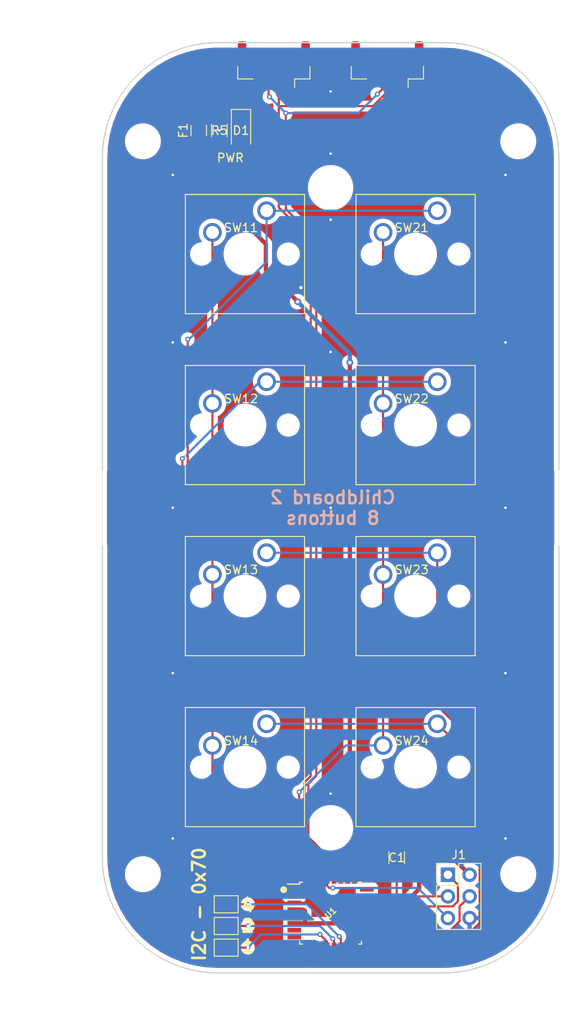
<source format=kicad_pcb>
(kicad_pcb (version 20171130) (host pcbnew "(5.1.9)-1")

  (general
    (thickness 1.6)
    (drawings 17)
    (tracks 188)
    (zones 0)
    (modules 25)
    (nets 31)
  )

  (page A4)
  (layers
    (0 F.Cu signal)
    (31 B.Cu signal)
    (32 B.Adhes user)
    (33 F.Adhes user)
    (34 B.Paste user)
    (35 F.Paste user)
    (36 B.SilkS user)
    (37 F.SilkS user)
    (38 B.Mask user)
    (39 F.Mask user)
    (40 Dwgs.User user)
    (41 Cmts.User user)
    (42 Eco1.User user)
    (43 Eco2.User user)
    (44 Edge.Cuts user)
    (45 Margin user)
    (46 B.CrtYd user)
    (47 F.CrtYd user)
    (48 B.Fab user hide)
    (49 F.Fab user hide)
  )

  (setup
    (last_trace_width 0.25)
    (user_trace_width 0.5)
    (trace_clearance 0.2)
    (zone_clearance 0.508)
    (zone_45_only no)
    (trace_min 0.2)
    (via_size 0.8)
    (via_drill 0.4)
    (via_min_size 0.4)
    (via_min_drill 0.3)
    (user_via 0.6 0.3)
    (uvia_size 0.3)
    (uvia_drill 0.1)
    (uvias_allowed no)
    (uvia_min_size 0.2)
    (uvia_min_drill 0.1)
    (edge_width 0.05)
    (segment_width 0.2)
    (pcb_text_width 0.3)
    (pcb_text_size 1.5 1.5)
    (mod_edge_width 0.12)
    (mod_text_size 1 1)
    (mod_text_width 0.15)
    (pad_size 1.524 1.524)
    (pad_drill 0.762)
    (pad_to_mask_clearance 0)
    (aux_axis_origin 0 0)
    (visible_elements 7EFFFFFF)
    (pcbplotparams
      (layerselection 0x010fc_ffffffff)
      (usegerberextensions false)
      (usegerberattributes true)
      (usegerberadvancedattributes true)
      (creategerberjobfile true)
      (excludeedgelayer true)
      (linewidth 0.100000)
      (plotframeref false)
      (viasonmask false)
      (mode 1)
      (useauxorigin false)
      (hpglpennumber 1)
      (hpglpenspeed 20)
      (hpglpendiameter 15.000000)
      (psnegative false)
      (psa4output false)
      (plotreference true)
      (plotvalue true)
      (plotinvisibletext false)
      (padsonsilk false)
      (subtractmaskfromsilk false)
      (outputformat 1)
      (mirror false)
      (drillshape 1)
      (scaleselection 1)
      (outputdirectory ""))
  )

  (net 0 "")
  (net 1 MISO)
  (net 2 +5V)
  (net 3 SCK)
  (net 4 MOSI)
  (net 5 RESET)
  (net 6 GND)
  (net 7 SDA)
  (net 8 SCL)
  (net 9 "Net-(U1-Pad22)")
  (net 10 "Net-(U1-Pad19)")
  (net 11 "Net-(U1-Pad8)")
  (net 12 "Net-(U1-Pad7)")
  (net 13 /COL1)
  (net 14 /ROW1)
  (net 15 /ROW2)
  (net 16 /ROW3)
  (net 17 /ROW4)
  (net 18 /COL2)
  (net 19 "Net-(D1-Pad1)")
  (net 20 /A3)
  (net 21 /A2)
  (net 22 /A1)
  (net 23 /A0)
  (net 24 "Net-(U1-Pad11)")
  (net 25 /1line)
  (net 26 /2line)
  (net 27 /4line)
  (net 28 "Net-(C1-Pad1)")
  (net 29 "Net-(F1-Pad2)")
  (net 30 "Net-(U1-Pad30)")

  (net_class Default "This is the default net class."
    (clearance 0.2)
    (trace_width 0.25)
    (via_dia 0.8)
    (via_drill 0.4)
    (uvia_dia 0.3)
    (uvia_drill 0.1)
    (add_net +5V)
    (add_net /1line)
    (add_net /2line)
    (add_net /4line)
    (add_net /A0)
    (add_net /A1)
    (add_net /A2)
    (add_net /A3)
    (add_net /COL1)
    (add_net /COL2)
    (add_net /ROW1)
    (add_net /ROW2)
    (add_net /ROW3)
    (add_net /ROW4)
    (add_net GND)
    (add_net MISO)
    (add_net MOSI)
    (add_net "Net-(C1-Pad1)")
    (add_net "Net-(D1-Pad1)")
    (add_net "Net-(F1-Pad2)")
    (add_net "Net-(U1-Pad11)")
    (add_net "Net-(U1-Pad19)")
    (add_net "Net-(U1-Pad22)")
    (add_net "Net-(U1-Pad30)")
    (add_net "Net-(U1-Pad7)")
    (add_net "Net-(U1-Pad8)")
    (add_net RESET)
    (add_net SCK)
    (add_net SCL)
    (add_net SDA)
  )

  (module MountingHole:MountingHole_3.2mm_M3 (layer F.Cu) (tedit 56D1B4CB) (tstamp 611BC848)
    (at 50.75 97.44)
    (descr "Mounting Hole 3.2mm, no annular, M3")
    (tags "mounting hole 3.2mm no annular m3")
    (path /61399FBC)
    (attr virtual)
    (fp_text reference H8 (at 0 -4.2) (layer F.SilkS) hide
      (effects (font (size 1 1) (thickness 0.15)))
    )
    (fp_text value MountingHole (at 0 4.2) (layer F.Fab)
      (effects (font (size 1 1) (thickness 0.15)))
    )
    (fp_circle (center 0 0) (end 3.45 0) (layer F.CrtYd) (width 0.05))
    (fp_circle (center 0 0) (end 3.2 0) (layer Cmts.User) (width 0.15))
    (fp_text user %R (at 0.3 0) (layer F.Fab)
      (effects (font (size 1 1) (thickness 0.15)))
    )
    (pad 1 np_thru_hole circle (at 0 0) (size 3.2 3.2) (drill 3.2) (layers *.Cu *.Mask))
  )

  (module MountingHole:MountingHole_3.2mm_M3 (layer F.Cu) (tedit 56D1B4CB) (tstamp 611BC840)
    (at 6.75 97.44)
    (descr "Mounting Hole 3.2mm, no annular, M3")
    (tags "mounting hole 3.2mm no annular m3")
    (path /61399FB6)
    (attr virtual)
    (fp_text reference H7 (at 0 -4.2) (layer F.SilkS) hide
      (effects (font (size 1 1) (thickness 0.15)))
    )
    (fp_text value MountingHole (at 0 4.2) (layer F.Fab)
      (effects (font (size 1 1) (thickness 0.15)))
    )
    (fp_circle (center 0 0) (end 3.45 0) (layer F.CrtYd) (width 0.05))
    (fp_circle (center 0 0) (end 3.2 0) (layer Cmts.User) (width 0.15))
    (fp_text user %R (at 0.3 0) (layer F.Fab)
      (effects (font (size 1 1) (thickness 0.15)))
    )
    (pad 1 np_thru_hole circle (at 0 0) (size 3.2 3.2) (drill 3.2) (layers *.Cu *.Mask))
  )

  (module MountingHole:MountingHole_3.2mm_M3 (layer F.Cu) (tedit 56D1B4CB) (tstamp 611BC838)
    (at 6.75 11.56 180)
    (descr "Mounting Hole 3.2mm, no annular, M3")
    (tags "mounting hole 3.2mm no annular m3")
    (path /61399FB0)
    (attr virtual)
    (fp_text reference H6 (at 0 -4.2) (layer F.SilkS) hide
      (effects (font (size 1 1) (thickness 0.15)))
    )
    (fp_text value MountingHole (at 0 4.2) (layer F.Fab)
      (effects (font (size 1 1) (thickness 0.15)))
    )
    (fp_circle (center 0 0) (end 3.45 0) (layer F.CrtYd) (width 0.05))
    (fp_circle (center 0 0) (end 3.2 0) (layer Cmts.User) (width 0.15))
    (fp_text user %R (at 0.3 0) (layer F.Fab)
      (effects (font (size 1 1) (thickness 0.15)))
    )
    (pad 1 np_thru_hole circle (at 0 0 180) (size 3.2 3.2) (drill 3.2) (layers *.Cu *.Mask))
  )

  (module MountingHole:MountingHole_3.2mm_M3 (layer F.Cu) (tedit 56D1B4CB) (tstamp 611BC830)
    (at 50.75 11.56 180)
    (descr "Mounting Hole 3.2mm, no annular, M3")
    (tags "mounting hole 3.2mm no annular m3")
    (path /61399FAA)
    (attr virtual)
    (fp_text reference H5 (at 0 -4.2) (layer F.SilkS) hide
      (effects (font (size 1 1) (thickness 0.15)))
    )
    (fp_text value MountingHole (at 0 4.2) (layer F.Fab)
      (effects (font (size 1 1) (thickness 0.15)))
    )
    (fp_circle (center 0 0) (end 3.45 0) (layer F.CrtYd) (width 0.05))
    (fp_circle (center 0 0) (end 3.2 0) (layer Cmts.User) (width 0.15))
    (fp_text user %R (at 0.3 0) (layer F.Fab)
      (effects (font (size 1 1) (thickness 0.15)))
    )
    (pad 1 np_thru_hole circle (at 0 0 180) (size 3.2 3.2) (drill 3.2) (layers *.Cu *.Mask))
  )

  (module MountingHole:MountingHole_4.3mm_M4 (layer F.Cu) (tedit 56D1B4CB) (tstamp 611BC818)
    (at 28.75 92)
    (descr "Mounting Hole 4.3mm, no annular, M4")
    (tags "mounting hole 4.3mm no annular m4")
    (path /6137FBED)
    (attr virtual)
    (fp_text reference H2 (at 0 -5.3) (layer F.SilkS) hide
      (effects (font (size 1 1) (thickness 0.15)))
    )
    (fp_text value MountingHole (at 0 5.3) (layer F.Fab)
      (effects (font (size 1 1) (thickness 0.15)))
    )
    (fp_circle (center 0 0) (end 4.55 0) (layer F.CrtYd) (width 0.05))
    (fp_circle (center 0 0) (end 4.3 0) (layer Cmts.User) (width 0.15))
    (fp_text user %R (at 0.3 0) (layer F.Fab)
      (effects (font (size 1 1) (thickness 0.15)))
    )
    (pad 1 np_thru_hole circle (at 0 0) (size 4.3 4.3) (drill 4.3) (layers *.Cu *.Mask))
  )

  (module MountingHole:MountingHole_4.3mm_M4 (layer F.Cu) (tedit 56D1B4CB) (tstamp 611BC810)
    (at 28.75 17)
    (descr "Mounting Hole 4.3mm, no annular, M4")
    (tags "mounting hole 4.3mm no annular m4")
    (path /6137E50C)
    (attr virtual)
    (fp_text reference H1 (at 0 -5.3) (layer F.SilkS) hide
      (effects (font (size 1 1) (thickness 0.15)))
    )
    (fp_text value MountingHole (at 0 5.3) (layer F.Fab)
      (effects (font (size 1 1) (thickness 0.15)))
    )
    (fp_circle (center 0 0) (end 4.55 0) (layer F.CrtYd) (width 0.05))
    (fp_circle (center 0 0) (end 4.3 0) (layer Cmts.User) (width 0.15))
    (fp_text user %R (at 0.3 0) (layer F.Fab)
      (effects (font (size 1 1) (thickness 0.15)))
    )
    (pad 1 np_thru_hole circle (at 0 0) (size 4.3 4.3) (drill 4.3) (layers *.Cu *.Mask))
  )

  (module Connector_JST:JST_GH_SM04B-GHS-TB_1x04-1MP_P1.25mm_Horizontal (layer F.Cu) (tedit 5B78AD87) (tstamp 611BA142)
    (at 35.402 2.54 180)
    (descr "JST GH series connector, SM04B-GHS-TB (http://www.jst-mfg.com/product/pdf/eng/eGH.pdf), generated with kicad-footprint-generator")
    (tags "connector JST GH top entry")
    (path /6131BA8B)
    (attr smd)
    (fp_text reference J3 (at 0 -3.9) (layer F.SilkS) hide
      (effects (font (size 1 1) (thickness 0.15)))
    )
    (fp_text value Conn_01x04 (at 0 3.9) (layer F.Fab)
      (effects (font (size 1 1) (thickness 0.15)))
    )
    (fp_line (start -1.875 -0.892893) (end -1.375 -1.6) (layer F.Fab) (width 0.1))
    (fp_line (start -2.375 -1.6) (end -1.875 -0.892893) (layer F.Fab) (width 0.1))
    (fp_line (start 4.72 -3.2) (end -4.72 -3.2) (layer F.CrtYd) (width 0.05))
    (fp_line (start 4.72 3.2) (end 4.72 -3.2) (layer F.CrtYd) (width 0.05))
    (fp_line (start -4.72 3.2) (end 4.72 3.2) (layer F.CrtYd) (width 0.05))
    (fp_line (start -4.72 -3.2) (end -4.72 3.2) (layer F.CrtYd) (width 0.05))
    (fp_line (start 4.125 -1.6) (end 4.125 2.45) (layer F.Fab) (width 0.1))
    (fp_line (start -4.125 -1.6) (end -4.125 2.45) (layer F.Fab) (width 0.1))
    (fp_line (start -4.125 2.45) (end 4.125 2.45) (layer F.Fab) (width 0.1))
    (fp_line (start -2.965 2.56) (end 2.965 2.56) (layer F.SilkS) (width 0.12))
    (fp_line (start 4.235 -1.71) (end 2.435 -1.71) (layer F.SilkS) (width 0.12))
    (fp_line (start 4.235 -0.26) (end 4.235 -1.71) (layer F.SilkS) (width 0.12))
    (fp_line (start -2.435 -1.71) (end -2.435 -2.7) (layer F.SilkS) (width 0.12))
    (fp_line (start -4.235 -1.71) (end -2.435 -1.71) (layer F.SilkS) (width 0.12))
    (fp_line (start -4.235 -0.26) (end -4.235 -1.71) (layer F.SilkS) (width 0.12))
    (fp_line (start -4.125 -1.6) (end 4.125 -1.6) (layer F.Fab) (width 0.1))
    (fp_text user %R (at 0 0) (layer F.Fab)
      (effects (font (size 1 1) (thickness 0.15)))
    )
    (pad MP smd roundrect (at 3.725 1.35 180) (size 1 2.7) (layers F.Cu F.Paste F.Mask) (roundrect_rratio 0.25))
    (pad MP smd roundrect (at -3.725 1.35 180) (size 1 2.7) (layers F.Cu F.Paste F.Mask) (roundrect_rratio 0.25))
    (pad 4 smd roundrect (at 1.875 -1.85 180) (size 0.6 1.7) (layers F.Cu F.Paste F.Mask) (roundrect_rratio 0.25)
      (net 6 GND))
    (pad 3 smd roundrect (at 0.625 -1.85 180) (size 0.6 1.7) (layers F.Cu F.Paste F.Mask) (roundrect_rratio 0.25)
      (net 7 SDA))
    (pad 2 smd roundrect (at -0.625 -1.85 180) (size 0.6 1.7) (layers F.Cu F.Paste F.Mask) (roundrect_rratio 0.25)
      (net 8 SCL))
    (pad 1 smd roundrect (at -1.875 -1.85 180) (size 0.6 1.7) (layers F.Cu F.Paste F.Mask) (roundrect_rratio 0.25)
      (net 29 "Net-(F1-Pad2)"))
    (model ${KISYS3DMOD}/Connector_JST.3dshapes/JST_GH_SM04B-GHS-TB_1x04-1MP_P1.25mm_Horizontal.wrl
      (at (xyz 0 0 0))
      (scale (xyz 1 1 1))
      (rotate (xyz 0 0 0))
    )
  )

  (module Connector_JST:JST_GH_SM04B-GHS-TB_1x04-1MP_P1.25mm_Horizontal (layer F.Cu) (tedit 5B78AD87) (tstamp 611BA127)
    (at 22.098 2.54 180)
    (descr "JST GH series connector, SM04B-GHS-TB (http://www.jst-mfg.com/product/pdf/eng/eGH.pdf), generated with kicad-footprint-generator")
    (tags "connector JST GH top entry")
    (path /61314CFD)
    (attr smd)
    (fp_text reference J2 (at 0 -3.9) (layer F.SilkS) hide
      (effects (font (size 1 1) (thickness 0.15)))
    )
    (fp_text value Conn_01x04 (at 0 3.9) (layer F.Fab)
      (effects (font (size 1 1) (thickness 0.15)))
    )
    (fp_line (start -1.875 -0.892893) (end -1.375 -1.6) (layer F.Fab) (width 0.1))
    (fp_line (start -2.375 -1.6) (end -1.875 -0.892893) (layer F.Fab) (width 0.1))
    (fp_line (start 4.72 -3.2) (end -4.72 -3.2) (layer F.CrtYd) (width 0.05))
    (fp_line (start 4.72 3.2) (end 4.72 -3.2) (layer F.CrtYd) (width 0.05))
    (fp_line (start -4.72 3.2) (end 4.72 3.2) (layer F.CrtYd) (width 0.05))
    (fp_line (start -4.72 -3.2) (end -4.72 3.2) (layer F.CrtYd) (width 0.05))
    (fp_line (start 4.125 -1.6) (end 4.125 2.45) (layer F.Fab) (width 0.1))
    (fp_line (start -4.125 -1.6) (end -4.125 2.45) (layer F.Fab) (width 0.1))
    (fp_line (start -4.125 2.45) (end 4.125 2.45) (layer F.Fab) (width 0.1))
    (fp_line (start -2.965 2.56) (end 2.965 2.56) (layer F.SilkS) (width 0.12))
    (fp_line (start 4.235 -1.71) (end 2.435 -1.71) (layer F.SilkS) (width 0.12))
    (fp_line (start 4.235 -0.26) (end 4.235 -1.71) (layer F.SilkS) (width 0.12))
    (fp_line (start -2.435 -1.71) (end -2.435 -2.7) (layer F.SilkS) (width 0.12))
    (fp_line (start -4.235 -1.71) (end -2.435 -1.71) (layer F.SilkS) (width 0.12))
    (fp_line (start -4.235 -0.26) (end -4.235 -1.71) (layer F.SilkS) (width 0.12))
    (fp_line (start -4.125 -1.6) (end 4.125 -1.6) (layer F.Fab) (width 0.1))
    (fp_text user %R (at 0 0) (layer F.Fab)
      (effects (font (size 1 1) (thickness 0.15)))
    )
    (pad MP smd roundrect (at 3.725 1.35 180) (size 1 2.7) (layers F.Cu F.Paste F.Mask) (roundrect_rratio 0.25))
    (pad MP smd roundrect (at -3.725 1.35 180) (size 1 2.7) (layers F.Cu F.Paste F.Mask) (roundrect_rratio 0.25))
    (pad 4 smd roundrect (at 1.875 -1.85 180) (size 0.6 1.7) (layers F.Cu F.Paste F.Mask) (roundrect_rratio 0.25)
      (net 6 GND))
    (pad 3 smd roundrect (at 0.625 -1.85 180) (size 0.6 1.7) (layers F.Cu F.Paste F.Mask) (roundrect_rratio 0.25)
      (net 7 SDA))
    (pad 2 smd roundrect (at -0.625 -1.85 180) (size 0.6 1.7) (layers F.Cu F.Paste F.Mask) (roundrect_rratio 0.25)
      (net 8 SCL))
    (pad 1 smd roundrect (at -1.875 -1.85 180) (size 0.6 1.7) (layers F.Cu F.Paste F.Mask) (roundrect_rratio 0.25)
      (net 29 "Net-(F1-Pad2)"))
    (model ${KISYS3DMOD}/Connector_JST.3dshapes/JST_GH_SM04B-GHS-TB_1x04-1MP_P1.25mm_Horizontal.wrl
      (at (xyz 0 0 0))
      (scale (xyz 1 1 1))
      (rotate (xyz 0 0 0))
    )
  )

  (module Fuse:Fuse_1206_3216Metric_Pad1.42x1.75mm_HandSolder (layer F.Cu) (tedit 5F68FEF1) (tstamp 60F980E9)
    (at 13.295 10.287 90)
    (descr "Fuse SMD 1206 (3216 Metric), square (rectangular) end terminal, IPC_7351 nominal with elongated pad for handsoldering. (Body size source: http://www.tortai-tech.com/upload/download/2011102023233369053.pdf), generated with kicad-footprint-generator")
    (tags "fuse handsolder")
    (path /60F99DDE)
    (attr smd)
    (fp_text reference F1 (at 0 -1.82 90) (layer F.SilkS)
      (effects (font (size 1 1) (thickness 0.15)))
    )
    (fp_text value Polyfuse (at 0 1.82 90) (layer F.Fab)
      (effects (font (size 1 1) (thickness 0.15)))
    )
    (fp_line (start 2.45 1.12) (end -2.45 1.12) (layer F.CrtYd) (width 0.05))
    (fp_line (start 2.45 -1.12) (end 2.45 1.12) (layer F.CrtYd) (width 0.05))
    (fp_line (start -2.45 -1.12) (end 2.45 -1.12) (layer F.CrtYd) (width 0.05))
    (fp_line (start -2.45 1.12) (end -2.45 -1.12) (layer F.CrtYd) (width 0.05))
    (fp_line (start -0.602064 0.91) (end 0.602064 0.91) (layer F.SilkS) (width 0.12))
    (fp_line (start -0.602064 -0.91) (end 0.602064 -0.91) (layer F.SilkS) (width 0.12))
    (fp_line (start 1.6 0.8) (end -1.6 0.8) (layer F.Fab) (width 0.1))
    (fp_line (start 1.6 -0.8) (end 1.6 0.8) (layer F.Fab) (width 0.1))
    (fp_line (start -1.6 -0.8) (end 1.6 -0.8) (layer F.Fab) (width 0.1))
    (fp_line (start -1.6 0.8) (end -1.6 -0.8) (layer F.Fab) (width 0.1))
    (fp_text user %R (at 0 0 90) (layer F.Fab)
      (effects (font (size 0.8 0.8) (thickness 0.12)))
    )
    (pad 2 smd roundrect (at 1.4875 0 90) (size 1.425 1.75) (layers F.Cu F.Paste F.Mask) (roundrect_rratio 0.175439)
      (net 29 "Net-(F1-Pad2)"))
    (pad 1 smd roundrect (at -1.4875 0 90) (size 1.425 1.75) (layers F.Cu F.Paste F.Mask) (roundrect_rratio 0.175439)
      (net 2 +5V))
    (model ${KISYS3DMOD}/Fuse.3dshapes/Fuse_1206_3216Metric.wrl
      (at (xyz 0 0 0))
      (scale (xyz 1 1 1))
      (rotate (xyz 0 0 0))
    )
  )

  (module Capacitor_SMD:C_1206_3216Metric_Pad1.33x1.80mm_HandSolder (layer F.Cu) (tedit 5F68FEEF) (tstamp 60CF3AA8)
    (at 36.5 95.5 90)
    (descr "Capacitor SMD 1206 (3216 Metric), square (rectangular) end terminal, IPC_7351 nominal with elongated pad for handsoldering. (Body size source: IPC-SM-782 page 76, https://www.pcb-3d.com/wordpress/wp-content/uploads/ipc-sm-782a_amendment_1_and_2.pdf), generated with kicad-footprint-generator")
    (tags "capacitor handsolder")
    (path /60D87BD3)
    (attr smd)
    (fp_text reference C1 (at 0 0 180) (layer F.SilkS)
      (effects (font (size 1 1) (thickness 0.15)))
    )
    (fp_text value 100nF (at 0 1.85 90) (layer F.Fab)
      (effects (font (size 1 1) (thickness 0.15)))
    )
    (fp_line (start 2.48 1.15) (end -2.48 1.15) (layer F.CrtYd) (width 0.05))
    (fp_line (start 2.48 -1.15) (end 2.48 1.15) (layer F.CrtYd) (width 0.05))
    (fp_line (start -2.48 -1.15) (end 2.48 -1.15) (layer F.CrtYd) (width 0.05))
    (fp_line (start -2.48 1.15) (end -2.48 -1.15) (layer F.CrtYd) (width 0.05))
    (fp_line (start -0.711252 0.91) (end 0.711252 0.91) (layer F.SilkS) (width 0.12))
    (fp_line (start -0.711252 -0.91) (end 0.711252 -0.91) (layer F.SilkS) (width 0.12))
    (fp_line (start 1.6 0.8) (end -1.6 0.8) (layer F.Fab) (width 0.1))
    (fp_line (start 1.6 -0.8) (end 1.6 0.8) (layer F.Fab) (width 0.1))
    (fp_line (start -1.6 -0.8) (end 1.6 -0.8) (layer F.Fab) (width 0.1))
    (fp_line (start -1.6 0.8) (end -1.6 -0.8) (layer F.Fab) (width 0.1))
    (fp_text user %R (at 0 0 90) (layer F.Fab)
      (effects (font (size 0.8 0.8) (thickness 0.12)))
    )
    (pad 2 smd roundrect (at 1.5625 0 90) (size 1.325 1.8) (layers F.Cu F.Paste F.Mask) (roundrect_rratio 0.188679)
      (net 6 GND))
    (pad 1 smd roundrect (at -1.5625 0 90) (size 1.325 1.8) (layers F.Cu F.Paste F.Mask) (roundrect_rratio 0.188679)
      (net 28 "Net-(C1-Pad1)"))
    (model ${KISYS3DMOD}/Capacitor_SMD.3dshapes/C_1206_3216Metric.wrl
      (at (xyz 0 0 0))
      (scale (xyz 1 1 1))
      (rotate (xyz 0 0 0))
    )
  )

  (module Jumper:SolderJumper-2_P1.3mm_Open_Pad1.0x1.5mm (layer F.Cu) (tedit 5A3EABFC) (tstamp 60CEDED7)
    (at 16.51 100.965 180)
    (descr "SMD Solder Jumper, 1x1.5mm Pads, 0.3mm gap, open")
    (tags "solder jumper open")
    (path /60D73DC6)
    (attr virtual)
    (fp_text reference JP3 (at -1.81 123.444) (layer F.SilkS) hide
      (effects (font (size 1 1) (thickness 0.15)))
    )
    (fp_text value Jumper_NO_Small (at 0 1.9) (layer F.Fab)
      (effects (font (size 1 1) (thickness 0.15)))
    )
    (fp_line (start 1.65 1.25) (end -1.65 1.25) (layer F.CrtYd) (width 0.05))
    (fp_line (start 1.65 1.25) (end 1.65 -1.25) (layer F.CrtYd) (width 0.05))
    (fp_line (start -1.65 -1.25) (end -1.65 1.25) (layer F.CrtYd) (width 0.05))
    (fp_line (start -1.65 -1.25) (end 1.65 -1.25) (layer F.CrtYd) (width 0.05))
    (fp_line (start -1.4 -1) (end 1.4 -1) (layer F.SilkS) (width 0.12))
    (fp_line (start 1.4 -1) (end 1.4 1) (layer F.SilkS) (width 0.12))
    (fp_line (start 1.4 1) (end -1.4 1) (layer F.SilkS) (width 0.12))
    (fp_line (start -1.4 1) (end -1.4 -1) (layer F.SilkS) (width 0.12))
    (pad 1 smd rect (at -0.65 0 180) (size 1 1.5) (layers F.Cu F.Mask)
      (net 27 /4line))
    (pad 2 smd rect (at 0.65 0 180) (size 1 1.5) (layers F.Cu F.Mask)
      (net 6 GND))
  )

  (module Jumper:SolderJumper-2_P1.3mm_Open_Pad1.0x1.5mm (layer F.Cu) (tedit 5A3EABFC) (tstamp 60CEDEC9)
    (at 16.51 103.505 180)
    (descr "SMD Solder Jumper, 1x1.5mm Pads, 0.3mm gap, open")
    (tags "solder jumper open")
    (path /60D759A3)
    (attr virtual)
    (fp_text reference JP2 (at 0.508 126.244) (layer F.SilkS) hide
      (effects (font (size 1 1) (thickness 0.15)))
    )
    (fp_text value Jumper_NO_Small (at 0 1.9) (layer F.Fab)
      (effects (font (size 1 1) (thickness 0.15)))
    )
    (fp_line (start 1.65 1.25) (end -1.65 1.25) (layer F.CrtYd) (width 0.05))
    (fp_line (start 1.65 1.25) (end 1.65 -1.25) (layer F.CrtYd) (width 0.05))
    (fp_line (start -1.65 -1.25) (end -1.65 1.25) (layer F.CrtYd) (width 0.05))
    (fp_line (start -1.65 -1.25) (end 1.65 -1.25) (layer F.CrtYd) (width 0.05))
    (fp_line (start -1.4 -1) (end 1.4 -1) (layer F.SilkS) (width 0.12))
    (fp_line (start 1.4 -1) (end 1.4 1) (layer F.SilkS) (width 0.12))
    (fp_line (start 1.4 1) (end -1.4 1) (layer F.SilkS) (width 0.12))
    (fp_line (start -1.4 1) (end -1.4 -1) (layer F.SilkS) (width 0.12))
    (pad 1 smd rect (at -0.65 0 180) (size 1 1.5) (layers F.Cu F.Mask)
      (net 26 /2line))
    (pad 2 smd rect (at 0.65 0 180) (size 1 1.5) (layers F.Cu F.Mask)
      (net 6 GND))
  )

  (module Jumper:SolderJumper-2_P1.3mm_Open_Pad1.0x1.5mm (layer F.Cu) (tedit 5A3EABFC) (tstamp 60CEDEBB)
    (at 16.51 106.045 180)
    (descr "SMD Solder Jumper, 1x1.5mm Pads, 0.3mm gap, open")
    (tags "solder jumper open")
    (path /60D77299)
    (attr virtual)
    (fp_text reference JP1 (at -0.762 126.492) (layer F.SilkS) hide
      (effects (font (size 1 1) (thickness 0.15)))
    )
    (fp_text value Jumper_NO_Small (at 0 1.9) (layer F.Fab)
      (effects (font (size 1 1) (thickness 0.15)))
    )
    (fp_line (start 1.65 1.25) (end -1.65 1.25) (layer F.CrtYd) (width 0.05))
    (fp_line (start 1.65 1.25) (end 1.65 -1.25) (layer F.CrtYd) (width 0.05))
    (fp_line (start -1.65 -1.25) (end -1.65 1.25) (layer F.CrtYd) (width 0.05))
    (fp_line (start -1.65 -1.25) (end 1.65 -1.25) (layer F.CrtYd) (width 0.05))
    (fp_line (start -1.4 -1) (end 1.4 -1) (layer F.SilkS) (width 0.12))
    (fp_line (start 1.4 -1) (end 1.4 1) (layer F.SilkS) (width 0.12))
    (fp_line (start 1.4 1) (end -1.4 1) (layer F.SilkS) (width 0.12))
    (fp_line (start -1.4 1) (end -1.4 -1) (layer F.SilkS) (width 0.12))
    (pad 1 smd rect (at -0.65 0 180) (size 1 1.5) (layers F.Cu F.Mask)
      (net 25 /1line))
    (pad 2 smd rect (at 0.65 0 180) (size 1 1.5) (layers F.Cu F.Mask)
      (net 6 GND))
  )

  (module Package_QFP:TQFP-32_7x7mm_P0.8mm (layer F.Cu) (tedit 5A02F146) (tstamp 60CE5678)
    (at 28.75 102)
    (descr "32-Lead Plastic Thin Quad Flatpack (PT) - 7x7x1.0 mm Body, 2.00 mm [TQFP] (see Microchip Packaging Specification 00000049BS.pdf)")
    (tags "QFP 0.8")
    (path /60C3AA8E)
    (attr smd)
    (fp_text reference U1 (at 0 0 45) (layer F.SilkS)
      (effects (font (size 0.7 0.7) (thickness 0.15)))
    )
    (fp_text value ATmega328P-AU (at 0 6.05) (layer F.Fab)
      (effects (font (size 1 1) (thickness 0.15)))
    )
    (fp_line (start -2.5 -3.5) (end 3.5 -3.5) (layer F.Fab) (width 0.15))
    (fp_line (start 3.5 -3.5) (end 3.5 3.5) (layer F.Fab) (width 0.15))
    (fp_line (start 3.5 3.5) (end -3.5 3.5) (layer F.Fab) (width 0.15))
    (fp_line (start -3.5 3.5) (end -3.5 -2.5) (layer F.Fab) (width 0.15))
    (fp_line (start -3.5 -2.5) (end -2.5 -3.5) (layer F.Fab) (width 0.15))
    (fp_line (start -5.3 -5.3) (end -5.3 5.3) (layer F.CrtYd) (width 0.05))
    (fp_line (start 5.3 -5.3) (end 5.3 5.3) (layer F.CrtYd) (width 0.05))
    (fp_line (start -5.3 -5.3) (end 5.3 -5.3) (layer F.CrtYd) (width 0.05))
    (fp_line (start -5.3 5.3) (end 5.3 5.3) (layer F.CrtYd) (width 0.05))
    (fp_line (start -3.625 -3.625) (end -3.625 -3.4) (layer F.SilkS) (width 0.15))
    (fp_line (start 3.625 -3.625) (end 3.625 -3.3) (layer F.SilkS) (width 0.15))
    (fp_line (start 3.625 3.625) (end 3.625 3.3) (layer F.SilkS) (width 0.15))
    (fp_line (start -3.625 3.625) (end -3.625 3.3) (layer F.SilkS) (width 0.15))
    (fp_line (start -3.625 -3.625) (end -3.3 -3.625) (layer F.SilkS) (width 0.15))
    (fp_line (start -3.625 3.625) (end -3.3 3.625) (layer F.SilkS) (width 0.15))
    (fp_line (start 3.625 3.625) (end 3.3 3.625) (layer F.SilkS) (width 0.15))
    (fp_line (start 3.625 -3.625) (end 3.3 -3.625) (layer F.SilkS) (width 0.15))
    (fp_line (start -3.625 -3.4) (end -5.05 -3.4) (layer F.SilkS) (width 0.15))
    (fp_text user %R (at 0 0) (layer F.Fab)
      (effects (font (size 1 1) (thickness 0.15)))
    )
    (pad 32 smd rect (at -2.8 -4.25 90) (size 1.6 0.55) (layers F.Cu F.Paste F.Mask)
      (net 13 /COL1))
    (pad 31 smd rect (at -2 -4.25 90) (size 1.6 0.55) (layers F.Cu F.Paste F.Mask)
      (net 18 /COL2))
    (pad 30 smd rect (at -1.2 -4.25 90) (size 1.6 0.55) (layers F.Cu F.Paste F.Mask)
      (net 30 "Net-(U1-Pad30)"))
    (pad 29 smd rect (at -0.4 -4.25 90) (size 1.6 0.55) (layers F.Cu F.Paste F.Mask)
      (net 5 RESET))
    (pad 28 smd rect (at 0.4 -4.25 90) (size 1.6 0.55) (layers F.Cu F.Paste F.Mask)
      (net 8 SCL))
    (pad 27 smd rect (at 1.2 -4.25 90) (size 1.6 0.55) (layers F.Cu F.Paste F.Mask)
      (net 7 SDA))
    (pad 26 smd rect (at 2 -4.25 90) (size 1.6 0.55) (layers F.Cu F.Paste F.Mask)
      (net 20 /A3))
    (pad 25 smd rect (at 2.8 -4.25 90) (size 1.6 0.55) (layers F.Cu F.Paste F.Mask)
      (net 21 /A2))
    (pad 24 smd rect (at 4.25 -2.8) (size 1.6 0.55) (layers F.Cu F.Paste F.Mask)
      (net 22 /A1))
    (pad 23 smd rect (at 4.25 -2) (size 1.6 0.55) (layers F.Cu F.Paste F.Mask)
      (net 23 /A0))
    (pad 22 smd rect (at 4.25 -1.2) (size 1.6 0.55) (layers F.Cu F.Paste F.Mask)
      (net 9 "Net-(U1-Pad22)"))
    (pad 21 smd rect (at 4.25 -0.4) (size 1.6 0.55) (layers F.Cu F.Paste F.Mask)
      (net 6 GND))
    (pad 20 smd rect (at 4.25 0.4) (size 1.6 0.55) (layers F.Cu F.Paste F.Mask)
      (net 28 "Net-(C1-Pad1)"))
    (pad 19 smd rect (at 4.25 1.2) (size 1.6 0.55) (layers F.Cu F.Paste F.Mask)
      (net 10 "Net-(U1-Pad19)"))
    (pad 18 smd rect (at 4.25 2) (size 1.6 0.55) (layers F.Cu F.Paste F.Mask)
      (net 2 +5V))
    (pad 17 smd rect (at 4.25 2.8) (size 1.6 0.55) (layers F.Cu F.Paste F.Mask)
      (net 3 SCK))
    (pad 16 smd rect (at 2.8 4.25 90) (size 1.6 0.55) (layers F.Cu F.Paste F.Mask)
      (net 1 MISO))
    (pad 15 smd rect (at 2 4.25 90) (size 1.6 0.55) (layers F.Cu F.Paste F.Mask)
      (net 4 MOSI))
    (pad 14 smd rect (at 1.2 4.25 90) (size 1.6 0.55) (layers F.Cu F.Paste F.Mask)
      (net 27 /4line))
    (pad 13 smd rect (at 0.4 4.25 90) (size 1.6 0.55) (layers F.Cu F.Paste F.Mask)
      (net 26 /2line))
    (pad 12 smd rect (at -0.4 4.25 90) (size 1.6 0.55) (layers F.Cu F.Paste F.Mask)
      (net 25 /1line))
    (pad 11 smd rect (at -1.2 4.25 90) (size 1.6 0.55) (layers F.Cu F.Paste F.Mask)
      (net 24 "Net-(U1-Pad11)"))
    (pad 10 smd rect (at -2 4.25 90) (size 1.6 0.55) (layers F.Cu F.Paste F.Mask)
      (net 17 /ROW4))
    (pad 9 smd rect (at -2.8 4.25 90) (size 1.6 0.55) (layers F.Cu F.Paste F.Mask)
      (net 16 /ROW3))
    (pad 8 smd rect (at -4.25 2.8) (size 1.6 0.55) (layers F.Cu F.Paste F.Mask)
      (net 11 "Net-(U1-Pad8)"))
    (pad 7 smd rect (at -4.25 2) (size 1.6 0.55) (layers F.Cu F.Paste F.Mask)
      (net 12 "Net-(U1-Pad7)"))
    (pad 6 smd rect (at -4.25 1.2) (size 1.6 0.55) (layers F.Cu F.Paste F.Mask)
      (net 2 +5V))
    (pad 5 smd rect (at -4.25 0.4) (size 1.6 0.55) (layers F.Cu F.Paste F.Mask)
      (net 6 GND))
    (pad 4 smd rect (at -4.25 -0.4) (size 1.6 0.55) (layers F.Cu F.Paste F.Mask)
      (net 2 +5V))
    (pad 3 smd rect (at -4.25 -1.2) (size 1.6 0.55) (layers F.Cu F.Paste F.Mask)
      (net 6 GND))
    (pad 2 smd rect (at -4.25 -2) (size 1.6 0.55) (layers F.Cu F.Paste F.Mask)
      (net 15 /ROW2))
    (pad 1 smd rect (at -4.25 -2.8) (size 1.6 0.55) (layers F.Cu F.Paste F.Mask)
      (net 14 /ROW1))
    (model ${KISYS3DMOD}/Package_QFP.3dshapes/TQFP-32_7x7mm_P0.8mm.wrl
      (at (xyz 0 0 0))
      (scale (xyz 1 1 1))
      (rotate (xyz 0 0 0))
    )
  )

  (module Button_Switch_Keyboard:SW_Cherry_MX_1.00u_PCB (layer F.Cu) (tedit 5A02FE24) (tstamp 60CE5641)
    (at 41.25 79.81)
    (descr "Cherry MX keyswitch, 1.00u, PCB mount, http://cherryamericas.com/wp-content/uploads/2014/12/mx_cat.pdf")
    (tags "Cherry MX keyswitch 1.00u PCB")
    (path /60C525C2)
    (fp_text reference SW24 (at -3 2) (layer F.SilkS)
      (effects (font (size 1 1) (thickness 0.15)))
    )
    (fp_text value SW_Push (at -2.54 12.954) (layer F.Fab)
      (effects (font (size 1 1) (thickness 0.15)))
    )
    (fp_line (start -8.89 -1.27) (end 3.81 -1.27) (layer F.Fab) (width 0.1))
    (fp_line (start 3.81 -1.27) (end 3.81 11.43) (layer F.Fab) (width 0.1))
    (fp_line (start 3.81 11.43) (end -8.89 11.43) (layer F.Fab) (width 0.1))
    (fp_line (start -8.89 11.43) (end -8.89 -1.27) (layer F.Fab) (width 0.1))
    (fp_line (start -9.14 11.68) (end -9.14 -1.52) (layer F.CrtYd) (width 0.05))
    (fp_line (start 4.06 11.68) (end -9.14 11.68) (layer F.CrtYd) (width 0.05))
    (fp_line (start 4.06 -1.52) (end 4.06 11.68) (layer F.CrtYd) (width 0.05))
    (fp_line (start -9.14 -1.52) (end 4.06 -1.52) (layer F.CrtYd) (width 0.05))
    (fp_line (start -12.065 -4.445) (end 6.985 -4.445) (layer Dwgs.User) (width 0.15))
    (fp_line (start 6.985 -4.445) (end 6.985 14.605) (layer Dwgs.User) (width 0.15))
    (fp_line (start 6.985 14.605) (end -12.065 14.605) (layer Dwgs.User) (width 0.15))
    (fp_line (start -12.065 14.605) (end -12.065 -4.445) (layer Dwgs.User) (width 0.15))
    (fp_line (start -9.525 -1.905) (end 4.445 -1.905) (layer F.SilkS) (width 0.12))
    (fp_line (start 4.445 -1.905) (end 4.445 12.065) (layer F.SilkS) (width 0.12))
    (fp_line (start 4.445 12.065) (end -9.525 12.065) (layer F.SilkS) (width 0.12))
    (fp_line (start -9.525 12.065) (end -9.525 -1.905) (layer F.SilkS) (width 0.12))
    (fp_text user %R (at -2.54 -2.794) (layer F.Fab)
      (effects (font (size 1 1) (thickness 0.15)))
    )
    (pad "" np_thru_hole circle (at 2.54 5.08) (size 1.7 1.7) (drill 1.7) (layers *.Cu *.Mask))
    (pad "" np_thru_hole circle (at -7.62 5.08) (size 1.7 1.7) (drill 1.7) (layers *.Cu *.Mask))
    (pad "" np_thru_hole circle (at -2.54 5.08) (size 4 4) (drill 4) (layers *.Cu *.Mask))
    (pad 2 thru_hole circle (at -6.35 2.54) (size 2.2 2.2) (drill 1.5) (layers *.Cu *.Mask)
      (net 18 /COL2))
    (pad 1 thru_hole circle (at 0 0) (size 2.2 2.2) (drill 1.5) (layers *.Cu *.Mask)
      (net 17 /ROW4))
    (model ${KISYS3DMOD}/Button_Switch_Keyboard.3dshapes/SW_Cherry_MX_1.00u_PCB.wrl
      (at (xyz 0 0 0))
      (scale (xyz 1 1 1))
      (rotate (xyz 0 0 0))
    )
  )

  (module Button_Switch_Keyboard:SW_Cherry_MX_1.00u_PCB (layer F.Cu) (tedit 5A02FE24) (tstamp 60CE5627)
    (at 41.25 59.77)
    (descr "Cherry MX keyswitch, 1.00u, PCB mount, http://cherryamericas.com/wp-content/uploads/2014/12/mx_cat.pdf")
    (tags "Cherry MX keyswitch 1.00u PCB")
    (path /60C525B0)
    (fp_text reference SW23 (at -3 2) (layer F.SilkS)
      (effects (font (size 1 1) (thickness 0.15)))
    )
    (fp_text value SW_Push (at -2.54 12.954) (layer F.Fab)
      (effects (font (size 1 1) (thickness 0.15)))
    )
    (fp_line (start -8.89 -1.27) (end 3.81 -1.27) (layer F.Fab) (width 0.1))
    (fp_line (start 3.81 -1.27) (end 3.81 11.43) (layer F.Fab) (width 0.1))
    (fp_line (start 3.81 11.43) (end -8.89 11.43) (layer F.Fab) (width 0.1))
    (fp_line (start -8.89 11.43) (end -8.89 -1.27) (layer F.Fab) (width 0.1))
    (fp_line (start -9.14 11.68) (end -9.14 -1.52) (layer F.CrtYd) (width 0.05))
    (fp_line (start 4.06 11.68) (end -9.14 11.68) (layer F.CrtYd) (width 0.05))
    (fp_line (start 4.06 -1.52) (end 4.06 11.68) (layer F.CrtYd) (width 0.05))
    (fp_line (start -9.14 -1.52) (end 4.06 -1.52) (layer F.CrtYd) (width 0.05))
    (fp_line (start -12.065 -4.445) (end 6.985 -4.445) (layer Dwgs.User) (width 0.15))
    (fp_line (start 6.985 -4.445) (end 6.985 14.605) (layer Dwgs.User) (width 0.15))
    (fp_line (start 6.985 14.605) (end -12.065 14.605) (layer Dwgs.User) (width 0.15))
    (fp_line (start -12.065 14.605) (end -12.065 -4.445) (layer Dwgs.User) (width 0.15))
    (fp_line (start -9.525 -1.905) (end 4.445 -1.905) (layer F.SilkS) (width 0.12))
    (fp_line (start 4.445 -1.905) (end 4.445 12.065) (layer F.SilkS) (width 0.12))
    (fp_line (start 4.445 12.065) (end -9.525 12.065) (layer F.SilkS) (width 0.12))
    (fp_line (start -9.525 12.065) (end -9.525 -1.905) (layer F.SilkS) (width 0.12))
    (fp_text user %R (at -2.54 -2.794) (layer F.Fab)
      (effects (font (size 1 1) (thickness 0.15)))
    )
    (pad "" np_thru_hole circle (at 2.54 5.08) (size 1.7 1.7) (drill 1.7) (layers *.Cu *.Mask))
    (pad "" np_thru_hole circle (at -7.62 5.08) (size 1.7 1.7) (drill 1.7) (layers *.Cu *.Mask))
    (pad "" np_thru_hole circle (at -2.54 5.08) (size 4 4) (drill 4) (layers *.Cu *.Mask))
    (pad 2 thru_hole circle (at -6.35 2.54) (size 2.2 2.2) (drill 1.5) (layers *.Cu *.Mask)
      (net 18 /COL2))
    (pad 1 thru_hole circle (at 0 0) (size 2.2 2.2) (drill 1.5) (layers *.Cu *.Mask)
      (net 16 /ROW3))
    (model ${KISYS3DMOD}/Button_Switch_Keyboard.3dshapes/SW_Cherry_MX_1.00u_PCB.wrl
      (at (xyz 0 0 0))
      (scale (xyz 1 1 1))
      (rotate (xyz 0 0 0))
    )
  )

  (module Button_Switch_Keyboard:SW_Cherry_MX_1.00u_PCB (layer F.Cu) (tedit 5A02FE24) (tstamp 60CE560D)
    (at 41.25 39.73)
    (descr "Cherry MX keyswitch, 1.00u, PCB mount, http://cherryamericas.com/wp-content/uploads/2014/12/mx_cat.pdf")
    (tags "Cherry MX keyswitch 1.00u PCB")
    (path /60C4E905)
    (fp_text reference SW22 (at -3 2) (layer F.SilkS)
      (effects (font (size 1 1) (thickness 0.15)))
    )
    (fp_text value SW_Push (at -2.54 12.954) (layer F.Fab)
      (effects (font (size 1 1) (thickness 0.15)))
    )
    (fp_line (start -8.89 -1.27) (end 3.81 -1.27) (layer F.Fab) (width 0.1))
    (fp_line (start 3.81 -1.27) (end 3.81 11.43) (layer F.Fab) (width 0.1))
    (fp_line (start 3.81 11.43) (end -8.89 11.43) (layer F.Fab) (width 0.1))
    (fp_line (start -8.89 11.43) (end -8.89 -1.27) (layer F.Fab) (width 0.1))
    (fp_line (start -9.14 11.68) (end -9.14 -1.52) (layer F.CrtYd) (width 0.05))
    (fp_line (start 4.06 11.68) (end -9.14 11.68) (layer F.CrtYd) (width 0.05))
    (fp_line (start 4.06 -1.52) (end 4.06 11.68) (layer F.CrtYd) (width 0.05))
    (fp_line (start -9.14 -1.52) (end 4.06 -1.52) (layer F.CrtYd) (width 0.05))
    (fp_line (start -12.065 -4.445) (end 6.985 -4.445) (layer Dwgs.User) (width 0.15))
    (fp_line (start 6.985 -4.445) (end 6.985 14.605) (layer Dwgs.User) (width 0.15))
    (fp_line (start 6.985 14.605) (end -12.065 14.605) (layer Dwgs.User) (width 0.15))
    (fp_line (start -12.065 14.605) (end -12.065 -4.445) (layer Dwgs.User) (width 0.15))
    (fp_line (start -9.525 -1.905) (end 4.445 -1.905) (layer F.SilkS) (width 0.12))
    (fp_line (start 4.445 -1.905) (end 4.445 12.065) (layer F.SilkS) (width 0.12))
    (fp_line (start 4.445 12.065) (end -9.525 12.065) (layer F.SilkS) (width 0.12))
    (fp_line (start -9.525 12.065) (end -9.525 -1.905) (layer F.SilkS) (width 0.12))
    (fp_text user %R (at -2.54 -2.794) (layer F.Fab)
      (effects (font (size 1 1) (thickness 0.15)))
    )
    (pad "" np_thru_hole circle (at 2.54 5.08) (size 1.7 1.7) (drill 1.7) (layers *.Cu *.Mask))
    (pad "" np_thru_hole circle (at -7.62 5.08) (size 1.7 1.7) (drill 1.7) (layers *.Cu *.Mask))
    (pad "" np_thru_hole circle (at -2.54 5.08) (size 4 4) (drill 4) (layers *.Cu *.Mask))
    (pad 2 thru_hole circle (at -6.35 2.54) (size 2.2 2.2) (drill 1.5) (layers *.Cu *.Mask)
      (net 18 /COL2))
    (pad 1 thru_hole circle (at 0 0) (size 2.2 2.2) (drill 1.5) (layers *.Cu *.Mask)
      (net 15 /ROW2))
    (model ${KISYS3DMOD}/Button_Switch_Keyboard.3dshapes/SW_Cherry_MX_1.00u_PCB.wrl
      (at (xyz 0 0 0))
      (scale (xyz 1 1 1))
      (rotate (xyz 0 0 0))
    )
  )

  (module Button_Switch_Keyboard:SW_Cherry_MX_1.00u_PCB (layer F.Cu) (tedit 5A02FE24) (tstamp 60CE55F3)
    (at 41.25 19.69)
    (descr "Cherry MX keyswitch, 1.00u, PCB mount, http://cherryamericas.com/wp-content/uploads/2014/12/mx_cat.pdf")
    (tags "Cherry MX keyswitch 1.00u PCB")
    (path /60C4DA09)
    (fp_text reference SW21 (at -3 2) (layer F.SilkS)
      (effects (font (size 1 1) (thickness 0.15)))
    )
    (fp_text value SW_Push (at -2.54 12.954) (layer F.Fab)
      (effects (font (size 1 1) (thickness 0.15)))
    )
    (fp_line (start -8.89 -1.27) (end 3.81 -1.27) (layer F.Fab) (width 0.1))
    (fp_line (start 3.81 -1.27) (end 3.81 11.43) (layer F.Fab) (width 0.1))
    (fp_line (start 3.81 11.43) (end -8.89 11.43) (layer F.Fab) (width 0.1))
    (fp_line (start -8.89 11.43) (end -8.89 -1.27) (layer F.Fab) (width 0.1))
    (fp_line (start -9.14 11.68) (end -9.14 -1.52) (layer F.CrtYd) (width 0.05))
    (fp_line (start 4.06 11.68) (end -9.14 11.68) (layer F.CrtYd) (width 0.05))
    (fp_line (start 4.06 -1.52) (end 4.06 11.68) (layer F.CrtYd) (width 0.05))
    (fp_line (start -9.14 -1.52) (end 4.06 -1.52) (layer F.CrtYd) (width 0.05))
    (fp_line (start -12.065 -4.445) (end 6.985 -4.445) (layer Dwgs.User) (width 0.15))
    (fp_line (start 6.985 -4.445) (end 6.985 14.605) (layer Dwgs.User) (width 0.15))
    (fp_line (start 6.985 14.605) (end -12.065 14.605) (layer Dwgs.User) (width 0.15))
    (fp_line (start -12.065 14.605) (end -12.065 -4.445) (layer Dwgs.User) (width 0.15))
    (fp_line (start -9.525 -1.905) (end 4.445 -1.905) (layer F.SilkS) (width 0.12))
    (fp_line (start 4.445 -1.905) (end 4.445 12.065) (layer F.SilkS) (width 0.12))
    (fp_line (start 4.445 12.065) (end -9.525 12.065) (layer F.SilkS) (width 0.12))
    (fp_line (start -9.525 12.065) (end -9.525 -1.905) (layer F.SilkS) (width 0.12))
    (fp_text user %R (at -2.54 -2.794) (layer F.Fab)
      (effects (font (size 1 1) (thickness 0.15)))
    )
    (pad "" np_thru_hole circle (at 2.54 5.08) (size 1.7 1.7) (drill 1.7) (layers *.Cu *.Mask))
    (pad "" np_thru_hole circle (at -7.62 5.08) (size 1.7 1.7) (drill 1.7) (layers *.Cu *.Mask))
    (pad "" np_thru_hole circle (at -2.54 5.08) (size 4 4) (drill 4) (layers *.Cu *.Mask))
    (pad 2 thru_hole circle (at -6.35 2.54) (size 2.2 2.2) (drill 1.5) (layers *.Cu *.Mask)
      (net 18 /COL2))
    (pad 1 thru_hole circle (at 0 0) (size 2.2 2.2) (drill 1.5) (layers *.Cu *.Mask)
      (net 14 /ROW1))
    (model ${KISYS3DMOD}/Button_Switch_Keyboard.3dshapes/SW_Cherry_MX_1.00u_PCB.wrl
      (at (xyz 0 0 0))
      (scale (xyz 1 1 1))
      (rotate (xyz 0 0 0))
    )
  )

  (module Button_Switch_Keyboard:SW_Cherry_MX_1.00u_PCB (layer F.Cu) (tedit 5A02FE24) (tstamp 60CE55D9)
    (at 21.25 79.81)
    (descr "Cherry MX keyswitch, 1.00u, PCB mount, http://cherryamericas.com/wp-content/uploads/2014/12/mx_cat.pdf")
    (tags "Cherry MX keyswitch 1.00u PCB")
    (path /60C525BC)
    (fp_text reference SW14 (at -3 2) (layer F.SilkS)
      (effects (font (size 1 1) (thickness 0.15)))
    )
    (fp_text value SW_Push (at -2.54 12.954) (layer F.Fab)
      (effects (font (size 1 1) (thickness 0.15)))
    )
    (fp_line (start -8.89 -1.27) (end 3.81 -1.27) (layer F.Fab) (width 0.1))
    (fp_line (start 3.81 -1.27) (end 3.81 11.43) (layer F.Fab) (width 0.1))
    (fp_line (start 3.81 11.43) (end -8.89 11.43) (layer F.Fab) (width 0.1))
    (fp_line (start -8.89 11.43) (end -8.89 -1.27) (layer F.Fab) (width 0.1))
    (fp_line (start -9.14 11.68) (end -9.14 -1.52) (layer F.CrtYd) (width 0.05))
    (fp_line (start 4.06 11.68) (end -9.14 11.68) (layer F.CrtYd) (width 0.05))
    (fp_line (start 4.06 -1.52) (end 4.06 11.68) (layer F.CrtYd) (width 0.05))
    (fp_line (start -9.14 -1.52) (end 4.06 -1.52) (layer F.CrtYd) (width 0.05))
    (fp_line (start -12.065 -4.445) (end 6.985 -4.445) (layer Dwgs.User) (width 0.15))
    (fp_line (start 6.985 -4.445) (end 6.985 14.605) (layer Dwgs.User) (width 0.15))
    (fp_line (start 6.985 14.605) (end -12.065 14.605) (layer Dwgs.User) (width 0.15))
    (fp_line (start -12.065 14.605) (end -12.065 -4.445) (layer Dwgs.User) (width 0.15))
    (fp_line (start -9.525 -1.905) (end 4.445 -1.905) (layer F.SilkS) (width 0.12))
    (fp_line (start 4.445 -1.905) (end 4.445 12.065) (layer F.SilkS) (width 0.12))
    (fp_line (start 4.445 12.065) (end -9.525 12.065) (layer F.SilkS) (width 0.12))
    (fp_line (start -9.525 12.065) (end -9.525 -1.905) (layer F.SilkS) (width 0.12))
    (fp_text user %R (at -2.54 -2.794) (layer F.Fab)
      (effects (font (size 1 1) (thickness 0.15)))
    )
    (pad "" np_thru_hole circle (at 2.54 5.08) (size 1.7 1.7) (drill 1.7) (layers *.Cu *.Mask))
    (pad "" np_thru_hole circle (at -7.62 5.08) (size 1.7 1.7) (drill 1.7) (layers *.Cu *.Mask))
    (pad "" np_thru_hole circle (at -2.54 5.08) (size 4 4) (drill 4) (layers *.Cu *.Mask))
    (pad 2 thru_hole circle (at -6.35 2.54) (size 2.2 2.2) (drill 1.5) (layers *.Cu *.Mask)
      (net 13 /COL1))
    (pad 1 thru_hole circle (at 0 0) (size 2.2 2.2) (drill 1.5) (layers *.Cu *.Mask)
      (net 17 /ROW4))
    (model ${KISYS3DMOD}/Button_Switch_Keyboard.3dshapes/SW_Cherry_MX_1.00u_PCB.wrl
      (at (xyz 0 0 0))
      (scale (xyz 1 1 1))
      (rotate (xyz 0 0 0))
    )
  )

  (module Button_Switch_Keyboard:SW_Cherry_MX_1.00u_PCB (layer F.Cu) (tedit 5A02FE24) (tstamp 60CE55BF)
    (at 21.25 59.77)
    (descr "Cherry MX keyswitch, 1.00u, PCB mount, http://cherryamericas.com/wp-content/uploads/2014/12/mx_cat.pdf")
    (tags "Cherry MX keyswitch 1.00u PCB")
    (path /60C525AA)
    (fp_text reference SW13 (at -3 2) (layer F.SilkS)
      (effects (font (size 1 1) (thickness 0.15)))
    )
    (fp_text value SW_Push (at -2.54 12.954) (layer F.Fab)
      (effects (font (size 1 1) (thickness 0.15)))
    )
    (fp_line (start -8.89 -1.27) (end 3.81 -1.27) (layer F.Fab) (width 0.1))
    (fp_line (start 3.81 -1.27) (end 3.81 11.43) (layer F.Fab) (width 0.1))
    (fp_line (start 3.81 11.43) (end -8.89 11.43) (layer F.Fab) (width 0.1))
    (fp_line (start -8.89 11.43) (end -8.89 -1.27) (layer F.Fab) (width 0.1))
    (fp_line (start -9.14 11.68) (end -9.14 -1.52) (layer F.CrtYd) (width 0.05))
    (fp_line (start 4.06 11.68) (end -9.14 11.68) (layer F.CrtYd) (width 0.05))
    (fp_line (start 4.06 -1.52) (end 4.06 11.68) (layer F.CrtYd) (width 0.05))
    (fp_line (start -9.14 -1.52) (end 4.06 -1.52) (layer F.CrtYd) (width 0.05))
    (fp_line (start -12.065 -4.445) (end 6.985 -4.445) (layer Dwgs.User) (width 0.15))
    (fp_line (start 6.985 -4.445) (end 6.985 14.605) (layer Dwgs.User) (width 0.15))
    (fp_line (start 6.985 14.605) (end -12.065 14.605) (layer Dwgs.User) (width 0.15))
    (fp_line (start -12.065 14.605) (end -12.065 -4.445) (layer Dwgs.User) (width 0.15))
    (fp_line (start -9.525 -1.905) (end 4.445 -1.905) (layer F.SilkS) (width 0.12))
    (fp_line (start 4.445 -1.905) (end 4.445 12.065) (layer F.SilkS) (width 0.12))
    (fp_line (start 4.445 12.065) (end -9.525 12.065) (layer F.SilkS) (width 0.12))
    (fp_line (start -9.525 12.065) (end -9.525 -1.905) (layer F.SilkS) (width 0.12))
    (fp_text user %R (at -2.54 -2.794) (layer F.Fab)
      (effects (font (size 1 1) (thickness 0.15)))
    )
    (pad "" np_thru_hole circle (at 2.54 5.08) (size 1.7 1.7) (drill 1.7) (layers *.Cu *.Mask))
    (pad "" np_thru_hole circle (at -7.62 5.08) (size 1.7 1.7) (drill 1.7) (layers *.Cu *.Mask))
    (pad "" np_thru_hole circle (at -2.54 5.08) (size 4 4) (drill 4) (layers *.Cu *.Mask))
    (pad 2 thru_hole circle (at -6.35 2.54) (size 2.2 2.2) (drill 1.5) (layers *.Cu *.Mask)
      (net 13 /COL1))
    (pad 1 thru_hole circle (at 0 0) (size 2.2 2.2) (drill 1.5) (layers *.Cu *.Mask)
      (net 16 /ROW3))
    (model ${KISYS3DMOD}/Button_Switch_Keyboard.3dshapes/SW_Cherry_MX_1.00u_PCB.wrl
      (at (xyz 0 0 0))
      (scale (xyz 1 1 1))
      (rotate (xyz 0 0 0))
    )
  )

  (module Button_Switch_Keyboard:SW_Cherry_MX_1.00u_PCB (layer F.Cu) (tedit 5A02FE24) (tstamp 60CE55A5)
    (at 21.25 39.73)
    (descr "Cherry MX keyswitch, 1.00u, PCB mount, http://cherryamericas.com/wp-content/uploads/2014/12/mx_cat.pdf")
    (tags "Cherry MX keyswitch 1.00u PCB")
    (path /60C4E3BB)
    (fp_text reference SW12 (at -3 2) (layer F.SilkS)
      (effects (font (size 1 1) (thickness 0.15)))
    )
    (fp_text value SW_Push (at -2.54 12.954) (layer F.Fab)
      (effects (font (size 1 1) (thickness 0.15)))
    )
    (fp_line (start -8.89 -1.27) (end 3.81 -1.27) (layer F.Fab) (width 0.1))
    (fp_line (start 3.81 -1.27) (end 3.81 11.43) (layer F.Fab) (width 0.1))
    (fp_line (start 3.81 11.43) (end -8.89 11.43) (layer F.Fab) (width 0.1))
    (fp_line (start -8.89 11.43) (end -8.89 -1.27) (layer F.Fab) (width 0.1))
    (fp_line (start -9.14 11.68) (end -9.14 -1.52) (layer F.CrtYd) (width 0.05))
    (fp_line (start 4.06 11.68) (end -9.14 11.68) (layer F.CrtYd) (width 0.05))
    (fp_line (start 4.06 -1.52) (end 4.06 11.68) (layer F.CrtYd) (width 0.05))
    (fp_line (start -9.14 -1.52) (end 4.06 -1.52) (layer F.CrtYd) (width 0.05))
    (fp_line (start -12.065 -4.445) (end 6.985 -4.445) (layer Dwgs.User) (width 0.15))
    (fp_line (start 6.985 -4.445) (end 6.985 14.605) (layer Dwgs.User) (width 0.15))
    (fp_line (start 6.985 14.605) (end -12.065 14.605) (layer Dwgs.User) (width 0.15))
    (fp_line (start -12.065 14.605) (end -12.065 -4.445) (layer Dwgs.User) (width 0.15))
    (fp_line (start -9.525 -1.905) (end 4.445 -1.905) (layer F.SilkS) (width 0.12))
    (fp_line (start 4.445 -1.905) (end 4.445 12.065) (layer F.SilkS) (width 0.12))
    (fp_line (start 4.445 12.065) (end -9.525 12.065) (layer F.SilkS) (width 0.12))
    (fp_line (start -9.525 12.065) (end -9.525 -1.905) (layer F.SilkS) (width 0.12))
    (fp_text user %R (at -2.54 -2.794) (layer F.Fab)
      (effects (font (size 1 1) (thickness 0.15)))
    )
    (pad "" np_thru_hole circle (at 2.54 5.08) (size 1.7 1.7) (drill 1.7) (layers *.Cu *.Mask))
    (pad "" np_thru_hole circle (at -7.62 5.08) (size 1.7 1.7) (drill 1.7) (layers *.Cu *.Mask))
    (pad "" np_thru_hole circle (at -2.54 5.08) (size 4 4) (drill 4) (layers *.Cu *.Mask))
    (pad 2 thru_hole circle (at -6.35 2.54) (size 2.2 2.2) (drill 1.5) (layers *.Cu *.Mask)
      (net 13 /COL1))
    (pad 1 thru_hole circle (at 0 0) (size 2.2 2.2) (drill 1.5) (layers *.Cu *.Mask)
      (net 15 /ROW2))
    (model ${KISYS3DMOD}/Button_Switch_Keyboard.3dshapes/SW_Cherry_MX_1.00u_PCB.wrl
      (at (xyz 0 0 0))
      (scale (xyz 1 1 1))
      (rotate (xyz 0 0 0))
    )
  )

  (module Button_Switch_Keyboard:SW_Cherry_MX_1.00u_PCB (layer F.Cu) (tedit 5A02FE24) (tstamp 60CE558B)
    (at 21.25 19.69)
    (descr "Cherry MX keyswitch, 1.00u, PCB mount, http://cherryamericas.com/wp-content/uploads/2014/12/mx_cat.pdf")
    (tags "Cherry MX keyswitch 1.00u PCB")
    (path /60C4C992)
    (fp_text reference SW11 (at -3 2) (layer F.SilkS)
      (effects (font (size 1 1) (thickness 0.15)))
    )
    (fp_text value SW_Push (at -2.54 12.954) (layer F.Fab)
      (effects (font (size 1 1) (thickness 0.15)))
    )
    (fp_line (start -8.89 -1.27) (end 3.81 -1.27) (layer F.Fab) (width 0.1))
    (fp_line (start 3.81 -1.27) (end 3.81 11.43) (layer F.Fab) (width 0.1))
    (fp_line (start 3.81 11.43) (end -8.89 11.43) (layer F.Fab) (width 0.1))
    (fp_line (start -8.89 11.43) (end -8.89 -1.27) (layer F.Fab) (width 0.1))
    (fp_line (start -9.14 11.68) (end -9.14 -1.52) (layer F.CrtYd) (width 0.05))
    (fp_line (start 4.06 11.68) (end -9.14 11.68) (layer F.CrtYd) (width 0.05))
    (fp_line (start 4.06 -1.52) (end 4.06 11.68) (layer F.CrtYd) (width 0.05))
    (fp_line (start -9.14 -1.52) (end 4.06 -1.52) (layer F.CrtYd) (width 0.05))
    (fp_line (start -12.065 -4.445) (end 6.985 -4.445) (layer Dwgs.User) (width 0.15))
    (fp_line (start 6.985 -4.445) (end 6.985 14.605) (layer Dwgs.User) (width 0.15))
    (fp_line (start 6.985 14.605) (end -12.065 14.605) (layer Dwgs.User) (width 0.15))
    (fp_line (start -12.065 14.605) (end -12.065 -4.445) (layer Dwgs.User) (width 0.15))
    (fp_line (start -9.525 -1.905) (end 4.445 -1.905) (layer F.SilkS) (width 0.12))
    (fp_line (start 4.445 -1.905) (end 4.445 12.065) (layer F.SilkS) (width 0.12))
    (fp_line (start 4.445 12.065) (end -9.525 12.065) (layer F.SilkS) (width 0.12))
    (fp_line (start -9.525 12.065) (end -9.525 -1.905) (layer F.SilkS) (width 0.12))
    (fp_text user %R (at -2.54 -2.794) (layer F.Fab)
      (effects (font (size 1 1) (thickness 0.15)))
    )
    (pad "" np_thru_hole circle (at 2.54 5.08) (size 1.7 1.7) (drill 1.7) (layers *.Cu *.Mask))
    (pad "" np_thru_hole circle (at -7.62 5.08) (size 1.7 1.7) (drill 1.7) (layers *.Cu *.Mask))
    (pad "" np_thru_hole circle (at -2.54 5.08) (size 4 4) (drill 4) (layers *.Cu *.Mask))
    (pad 2 thru_hole circle (at -6.35 2.54) (size 2.2 2.2) (drill 1.5) (layers *.Cu *.Mask)
      (net 13 /COL1))
    (pad 1 thru_hole circle (at 0 0) (size 2.2 2.2) (drill 1.5) (layers *.Cu *.Mask)
      (net 14 /ROW1))
    (model ${KISYS3DMOD}/Button_Switch_Keyboard.3dshapes/SW_Cherry_MX_1.00u_PCB.wrl
      (at (xyz 0 0 0))
      (scale (xyz 1 1 1))
      (rotate (xyz 0 0 0))
    )
  )

  (module Resistor_SMD:R_1206_3216Metric_Pad1.30x1.75mm_HandSolder (layer F.Cu) (tedit 5F68FEEE) (tstamp 60CE5571)
    (at 15.708 10.287 270)
    (descr "Resistor SMD 1206 (3216 Metric), square (rectangular) end terminal, IPC_7351 nominal with elongated pad for handsoldering. (Body size source: IPC-SM-782 page 72, https://www.pcb-3d.com/wordpress/wp-content/uploads/ipc-sm-782a_amendment_1_and_2.pdf), generated with kicad-footprint-generator")
    (tags "resistor handsolder")
    (path /60D3F377)
    (attr smd)
    (fp_text reference R5 (at 0 0 180) (layer F.SilkS)
      (effects (font (size 1 1) (thickness 0.15)))
    )
    (fp_text value 330 (at 0 1.82 90) (layer F.Fab)
      (effects (font (size 1 1) (thickness 0.15)))
    )
    (fp_line (start -1.6 0.8) (end -1.6 -0.8) (layer F.Fab) (width 0.1))
    (fp_line (start -1.6 -0.8) (end 1.6 -0.8) (layer F.Fab) (width 0.1))
    (fp_line (start 1.6 -0.8) (end 1.6 0.8) (layer F.Fab) (width 0.1))
    (fp_line (start 1.6 0.8) (end -1.6 0.8) (layer F.Fab) (width 0.1))
    (fp_line (start -0.727064 -0.91) (end 0.727064 -0.91) (layer F.SilkS) (width 0.12))
    (fp_line (start -0.727064 0.91) (end 0.727064 0.91) (layer F.SilkS) (width 0.12))
    (fp_line (start -2.45 1.12) (end -2.45 -1.12) (layer F.CrtYd) (width 0.05))
    (fp_line (start -2.45 -1.12) (end 2.45 -1.12) (layer F.CrtYd) (width 0.05))
    (fp_line (start 2.45 -1.12) (end 2.45 1.12) (layer F.CrtYd) (width 0.05))
    (fp_line (start 2.45 1.12) (end -2.45 1.12) (layer F.CrtYd) (width 0.05))
    (fp_text user %R (at 0 0 90) (layer F.Fab)
      (effects (font (size 0.8 0.8) (thickness 0.12)))
    )
    (pad 2 smd roundrect (at 1.55 0 270) (size 1.3 1.75) (layers F.Cu F.Paste F.Mask) (roundrect_rratio 0.192308)
      (net 6 GND))
    (pad 1 smd roundrect (at -1.55 0 270) (size 1.3 1.75) (layers F.Cu F.Paste F.Mask) (roundrect_rratio 0.192308)
      (net 19 "Net-(D1-Pad1)"))
    (model ${KISYS3DMOD}/Resistor_SMD.3dshapes/R_1206_3216Metric.wrl
      (at (xyz 0 0 0))
      (scale (xyz 1 1 1))
      (rotate (xyz 0 0 0))
    )
  )

  (module Connector_PinHeader_2.54mm:PinHeader_2x03_P2.54mm_Vertical (layer F.Cu) (tedit 59FED5CC) (tstamp 60CE550D)
    (at 42.5 97.5)
    (descr "Through hole straight pin header, 2x03, 2.54mm pitch, double rows")
    (tags "Through hole pin header THT 2x03 2.54mm double row")
    (path /60C41D8D)
    (fp_text reference J1 (at 1.27 -2.33) (layer F.SilkS)
      (effects (font (size 1 1) (thickness 0.15)))
    )
    (fp_text value Conn_02x03_Odd_Even (at 1.27 7.41) (layer F.Fab)
      (effects (font (size 1 1) (thickness 0.15)))
    )
    (fp_line (start 0 -1.27) (end 3.81 -1.27) (layer F.Fab) (width 0.1))
    (fp_line (start 3.81 -1.27) (end 3.81 6.35) (layer F.Fab) (width 0.1))
    (fp_line (start 3.81 6.35) (end -1.27 6.35) (layer F.Fab) (width 0.1))
    (fp_line (start -1.27 6.35) (end -1.27 0) (layer F.Fab) (width 0.1))
    (fp_line (start -1.27 0) (end 0 -1.27) (layer F.Fab) (width 0.1))
    (fp_line (start -1.33 6.41) (end 3.87 6.41) (layer F.SilkS) (width 0.12))
    (fp_line (start -1.33 1.27) (end -1.33 6.41) (layer F.SilkS) (width 0.12))
    (fp_line (start 3.87 -1.33) (end 3.87 6.41) (layer F.SilkS) (width 0.12))
    (fp_line (start -1.33 1.27) (end 1.27 1.27) (layer F.SilkS) (width 0.12))
    (fp_line (start 1.27 1.27) (end 1.27 -1.33) (layer F.SilkS) (width 0.12))
    (fp_line (start 1.27 -1.33) (end 3.87 -1.33) (layer F.SilkS) (width 0.12))
    (fp_line (start -1.33 0) (end -1.33 -1.33) (layer F.SilkS) (width 0.12))
    (fp_line (start -1.33 -1.33) (end 0 -1.33) (layer F.SilkS) (width 0.12))
    (fp_line (start -1.8 -1.8) (end -1.8 6.85) (layer F.CrtYd) (width 0.05))
    (fp_line (start -1.8 6.85) (end 4.35 6.85) (layer F.CrtYd) (width 0.05))
    (fp_line (start 4.35 6.85) (end 4.35 -1.8) (layer F.CrtYd) (width 0.05))
    (fp_line (start 4.35 -1.8) (end -1.8 -1.8) (layer F.CrtYd) (width 0.05))
    (fp_text user %R (at 1.27 2.54 90) (layer F.Fab)
      (effects (font (size 1 1) (thickness 0.15)))
    )
    (pad 6 thru_hole oval (at 2.54 5.08) (size 1.7 1.7) (drill 1) (layers *.Cu *.Mask)
      (net 6 GND))
    (pad 5 thru_hole oval (at 0 5.08) (size 1.7 1.7) (drill 1) (layers *.Cu *.Mask)
      (net 5 RESET))
    (pad 4 thru_hole oval (at 2.54 2.54) (size 1.7 1.7) (drill 1) (layers *.Cu *.Mask)
      (net 4 MOSI))
    (pad 3 thru_hole oval (at 0 2.54) (size 1.7 1.7) (drill 1) (layers *.Cu *.Mask)
      (net 3 SCK))
    (pad 2 thru_hole oval (at 2.54 0) (size 1.7 1.7) (drill 1) (layers *.Cu *.Mask)
      (net 2 +5V))
    (pad 1 thru_hole rect (at 0 0) (size 1.7 1.7) (drill 1) (layers *.Cu *.Mask)
      (net 1 MISO))
    (model ${KISYS3DMOD}/Connector_PinHeader_2.54mm.3dshapes/PinHeader_2x03_P2.54mm_Vertical.wrl
      (at (xyz 0 0 0))
      (scale (xyz 1 1 1))
      (rotate (xyz 0 0 0))
    )
  )

  (module LED_SMD:LED_1206_3216Metric_Pad1.42x1.75mm_HandSolder (layer F.Cu) (tedit 5F68FEF1) (tstamp 60CE54F1)
    (at 18.248 10.287 270)
    (descr "LED SMD 1206 (3216 Metric), square (rectangular) end terminal, IPC_7351 nominal, (Body size source: http://www.tortai-tech.com/upload/download/2011102023233369053.pdf), generated with kicad-footprint-generator")
    (tags "LED handsolder")
    (path /60D3DF14)
    (attr smd)
    (fp_text reference D1 (at 0 0 180) (layer F.SilkS)
      (effects (font (size 1 1) (thickness 0.15)))
    )
    (fp_text value LED (at 0 1.82 90) (layer F.Fab)
      (effects (font (size 1 1) (thickness 0.15)))
    )
    (fp_line (start 1.6 -0.8) (end -1.2 -0.8) (layer F.Fab) (width 0.1))
    (fp_line (start -1.2 -0.8) (end -1.6 -0.4) (layer F.Fab) (width 0.1))
    (fp_line (start -1.6 -0.4) (end -1.6 0.8) (layer F.Fab) (width 0.1))
    (fp_line (start -1.6 0.8) (end 1.6 0.8) (layer F.Fab) (width 0.1))
    (fp_line (start 1.6 0.8) (end 1.6 -0.8) (layer F.Fab) (width 0.1))
    (fp_line (start 1.6 -1.135) (end -2.46 -1.135) (layer F.SilkS) (width 0.12))
    (fp_line (start -2.46 -1.135) (end -2.46 1.135) (layer F.SilkS) (width 0.12))
    (fp_line (start -2.46 1.135) (end 1.6 1.135) (layer F.SilkS) (width 0.12))
    (fp_line (start -2.45 1.12) (end -2.45 -1.12) (layer F.CrtYd) (width 0.05))
    (fp_line (start -2.45 -1.12) (end 2.45 -1.12) (layer F.CrtYd) (width 0.05))
    (fp_line (start 2.45 -1.12) (end 2.45 1.12) (layer F.CrtYd) (width 0.05))
    (fp_line (start 2.45 1.12) (end -2.45 1.12) (layer F.CrtYd) (width 0.05))
    (fp_text user %R (at 0 0 90) (layer F.Fab)
      (effects (font (size 0.8 0.8) (thickness 0.12)))
    )
    (pad 2 smd roundrect (at 1.4875 0 270) (size 1.425 1.75) (layers F.Cu F.Paste F.Mask) (roundrect_rratio 0.175439)
      (net 2 +5V))
    (pad 1 smd roundrect (at -1.4875 0 270) (size 1.425 1.75) (layers F.Cu F.Paste F.Mask) (roundrect_rratio 0.175439)
      (net 19 "Net-(D1-Pad1)"))
    (model ${KISYS3DMOD}/LED_SMD.3dshapes/LED_1206_3216Metric.wrl
      (at (xyz 0 0 0))
      (scale (xyz 1 1 1))
      (rotate (xyz 0 0 0))
    )
  )

  (gr_line (start 55.5 50) (end 55.5 59) (layer Edge.Cuts) (width 0.05) (tstamp 6180F1E9))
  (gr_line (start 2 50) (end 2 59) (layer Edge.Cuts) (width 0.05) (tstamp 6180F1E8))
  (gr_circle (center 23.25 99.25) (end 23.25 99.25) (layer F.SilkS) (width 0.4) (tstamp 60D3A0E9))
  (gr_text "Childboard 2\n8 buttons" (at 29 54.5) (layer B.SilkS) (tstamp 60D1FCA8)
    (effects (font (size 1.5 1.5) (thickness 0.3)) (justify mirror))
  )
  (gr_text "4\n2\n1" (at 19.05 103.505) (layer F.SilkS)
    (effects (font (size 1.5 1.5) (thickness 0.3)))
  )
  (gr_text "I2C - 0x70" (at 13.335 100.965 90) (layer F.SilkS)
    (effects (font (size 1.5 1.5) (thickness 0.3)))
  )
  (gr_text PWR (at 17 13.5) (layer F.SilkS)
    (effects (font (size 1 1) (thickness 0.15)))
  )
  (gr_line (start 55.5 95.5) (end 55.5 59) (layer Edge.Cuts) (width 0.15) (tstamp 60CDE9C1))
  (gr_line (start 55.5 13.5) (end 55.5 50) (layer Edge.Cuts) (width 0.15) (tstamp 60CDE9C0))
  (gr_arc (start 42 95.5) (end 42 109) (angle -90) (layer Edge.Cuts) (width 0.15) (tstamp 60CDE969))
  (gr_arc (start 42 13.5) (end 55.5 13.5) (angle -90) (layer Edge.Cuts) (width 0.15) (tstamp 60CDE969))
  (gr_line (start 15.5 109) (end 42 109) (layer Edge.Cuts) (width 0.15) (tstamp 60CD1AF3))
  (gr_line (start 2 13.5) (end 2 50) (layer Edge.Cuts) (width 0.15) (tstamp 60CD1AF3))
  (gr_line (start 2 95.5) (end 2 59) (layer Edge.Cuts) (width 0.15) (tstamp 60CD1AF2))
  (gr_arc (start 15.5 95.5) (end 2 95.5) (angle -90) (layer Edge.Cuts) (width 0.15) (tstamp 60C3A23E))
  (gr_arc (start 15.5 13.5) (end 15.5 0) (angle -90) (layer Edge.Cuts) (width 0.15) (tstamp 60C30241))
  (gr_line (start 15.5 0) (end 42 0) (layer Edge.Cuts) (width 0.15) (tstamp 60C30240))

  (segment (start 43.675001 100.596999) (end 43.056999 101.215001) (width 0.25) (layer F.Cu) (net 1))
  (segment (start 43.675001 98.675001) (end 43.675001 100.596999) (width 0.25) (layer F.Cu) (net 1))
  (segment (start 42.5 97.5) (end 43.675001 98.675001) (width 0.25) (layer F.Cu) (net 1))
  (segment (start 33.499596 106.25) (end 31.55 106.25) (width 0.25) (layer F.Cu) (net 1))
  (segment (start 38.534595 101.215001) (end 33.499596 106.25) (width 0.25) (layer F.Cu) (net 1))
  (segment (start 43.056999 101.215001) (end 38.534595 101.215001) (width 0.25) (layer F.Cu) (net 1))
  (segment (start 45.04 97.5) (end 41.01681 93.47681) (width 0.5) (layer F.Cu) (net 2))
  (segment (start 41.01681 93.47681) (end 39.12081 93.47681) (width 0.5) (layer F.Cu) (net 2))
  (segment (start 25.585002 103.2) (end 24.5 103.2) (width 0.5) (layer F.Cu) (net 2))
  (segment (start 25.750001 103.035001) (end 25.585002 103.2) (width 0.5) (layer F.Cu) (net 2))
  (segment (start 25.585002 101.6) (end 25.750001 101.764999) (width 0.5) (layer F.Cu) (net 2))
  (segment (start 24.5 101.6) (end 25.585002 101.6) (width 0.5) (layer F.Cu) (net 2))
  (segment (start 31.7 104) (end 30.9 103.2) (width 0.5) (layer F.Cu) (net 2))
  (segment (start 33 104) (end 31.7 104) (width 0.5) (layer F.Cu) (net 2))
  (segment (start 39.12081 99.17919) (end 39.12081 93.47681) (width 0.5) (layer F.Cu) (net 2))
  (segment (start 34.3 104) (end 39.12081 99.17919) (width 0.5) (layer F.Cu) (net 2))
  (segment (start 33 104) (end 34.3 104) (width 0.5) (layer F.Cu) (net 2))
  (segment (start 25.750001 101.764999) (end 25.750001 103.035001) (width 0.5) (layer F.Cu) (net 2))
  (segment (start 30.9 103.2) (end 24.5 103.2) (width 0.5) (layer F.Cu) (net 2))
  (segment (start 39.12081 93.12081) (end 31.005 85.005) (width 0.5) (layer F.Cu) (net 2))
  (segment (start 39.12081 93.47681) (end 39.12081 93.12081) (width 0.5) (layer F.Cu) (net 2))
  (segment (start 17.08549 12.93701) (end 18.248 11.7745) (width 0.5) (layer F.Cu) (net 2))
  (segment (start 13.295 11.7745) (end 14.45751 12.93701) (width 0.5) (layer F.Cu) (net 2))
  (segment (start 21.160001 26.621001) (end 24.892 30.353) (width 0.5) (layer F.Cu) (net 2))
  (segment (start 21.160001 23.593999) (end 21.160001 26.621001) (width 0.5) (layer F.Cu) (net 2))
  (segment (start 15.748 18.181998) (end 21.160001 23.593999) (width 0.5) (layer F.Cu) (net 2))
  (via (at 24.892 30.353) (size 0.8) (drill 0.4) (layers F.Cu B.Cu) (net 2))
  (via (at 31.005 37.482) (size 0.8) (drill 0.4) (layers F.Cu B.Cu) (net 2))
  (segment (start 31.005 36.466) (end 31.005 37.482) (width 0.5) (layer B.Cu) (net 2))
  (segment (start 24.892 30.353) (end 31.005 36.466) (width 0.5) (layer B.Cu) (net 2))
  (segment (start 31.005 85.005) (end 31.005 37.482) (width 0.5) (layer F.Cu) (net 2))
  (segment (start 15.748 12.998) (end 15.68701 12.93701) (width 0.5) (layer F.Cu) (net 2))
  (segment (start 15.748 18.181998) (end 15.748 12.998) (width 0.5) (layer F.Cu) (net 2))
  (segment (start 15.68701 12.93701) (end 17.08549 12.93701) (width 0.5) (layer F.Cu) (net 2))
  (segment (start 14.45751 12.93701) (end 15.68701 12.93701) (width 0.5) (layer F.Cu) (net 2))
  (segment (start 42.5 100.04) (end 39.073186 100.04) (width 0.25) (layer F.Cu) (net 3))
  (segment (start 34.313186 104.8) (end 39.073186 100.04) (width 0.25) (layer F.Cu) (net 3))
  (segment (start 33 104.8) (end 34.313186 104.8) (width 0.25) (layer F.Cu) (net 3))
  (segment (start 30.75 107.110002) (end 30.75 106.25) (width 0.25) (layer F.Cu) (net 4))
  (segment (start 31.014999 107.375001) (end 30.75 107.110002) (width 0.25) (layer F.Cu) (net 4))
  (segment (start 39.444001 107.375001) (end 31.014999 107.375001) (width 0.25) (layer F.Cu) (net 4))
  (segment (start 43.864999 102.954003) (end 39.444001 107.375001) (width 0.25) (layer F.Cu) (net 4))
  (segment (start 43.864999 101.215001) (end 43.864999 102.954003) (width 0.25) (layer F.Cu) (net 4))
  (segment (start 45.04 100.04) (end 43.864999 101.215001) (width 0.25) (layer F.Cu) (net 4))
  (via (at 29 99.050002) (size 0.6) (drill 0.3) (layers F.Cu B.Cu) (net 5))
  (segment (start 28.600002 99.050002) (end 29 99.050002) (width 0.25) (layer F.Cu) (net 5))
  (segment (start 28.35 98.8) (end 28.600002 99.050002) (width 0.25) (layer F.Cu) (net 5))
  (segment (start 28.35 97.75) (end 28.35 98.8) (width 0.25) (layer F.Cu) (net 5))
  (segment (start 38.970002 99.050002) (end 42.5 102.58) (width 0.25) (layer B.Cu) (net 5))
  (segment (start 29 99.050002) (end 38.970002 99.050002) (width 0.25) (layer B.Cu) (net 5))
  (via (at 15.708 10.287) (size 0.6) (drill 0.3) (layers F.Cu B.Cu) (net 6))
  (via (at 10.25 73.875) (size 0.6) (drill 0.3) (layers F.Cu B.Cu) (net 6) (tstamp 60CF0647))
  (via (at 49.25 73.875) (size 0.6) (drill 0.3) (layers F.Cu B.Cu) (net 6) (tstamp 60CF06D2))
  (via (at 49.25 35.125) (size 0.6) (drill 0.3) (layers F.Cu B.Cu) (net 6) (tstamp 60CF06D2))
  (via (at 10.25 35.125) (size 0.6) (drill 0.3) (layers F.Cu B.Cu) (net 6) (tstamp 60CF06D2))
  (via (at 10.25 93.25) (size 0.6) (drill 0.3) (layers F.Cu B.Cu) (net 6) (tstamp 60CEB20F))
  (via (at 49.25 15.5) (size 0.6) (drill 0.3) (layers F.Cu B.Cu) (net 6) (tstamp 60CEB20F))
  (via (at 10.25 15.5) (size 0.6) (drill 0.3) (layers F.Cu B.Cu) (net 6) (tstamp 60CEB20F))
  (via (at 49.25 93.25) (size 0.6) (drill 0.3) (layers F.Cu B.Cu) (net 6))
  (via (at 10.25 54.5) (size 0.6) (drill 0.3) (layers F.Cu B.Cu) (net 6))
  (via (at 49.25 54.5) (size 0.6) (drill 0.3) (layers F.Cu B.Cu) (net 6))
  (segment (start 32.139998 101.6) (end 33 101.6) (width 0.25) (layer F.Cu) (net 6))
  (segment (start 31.339998 100.8) (end 32.139998 101.6) (width 0.25) (layer F.Cu) (net 6))
  (segment (start 24.5 100.8) (end 31.339998 100.8) (width 0.25) (layer F.Cu) (net 6))
  (segment (start 23.45 102.4) (end 22.55 101.5) (width 0.25) (layer F.Cu) (net 6))
  (segment (start 24.5 102.4) (end 23.45 102.4) (width 0.25) (layer F.Cu) (net 6))
  (segment (start 23.25 100.8) (end 22.55 101.5) (width 0.25) (layer F.Cu) (net 6))
  (segment (start 24.5 100.8) (end 23.25 100.8) (width 0.25) (layer F.Cu) (net 6))
  (via (at 28.75 13) (size 0.6) (drill 0.3) (layers F.Cu B.Cu) (net 6))
  (via (at 28.75 88) (size 0.6) (drill 0.3) (layers F.Cu B.Cu) (net 6))
  (via (at 28.75 36.25) (size 0.6) (drill 0.3) (layers F.Cu B.Cu) (net 6))
  (via (at 28.75 54.5) (size 0.6) (drill 0.3) (layers F.Cu B.Cu) (net 6))
  (via (at 28.75 20.75) (size 0.6) (drill 0.3) (layers F.Cu B.Cu) (net 6))
  (segment (start 34.05 101.6) (end 34.5 101.15) (width 0.25) (layer F.Cu) (net 6))
  (segment (start 33 101.6) (end 34.05 101.6) (width 0.25) (layer F.Cu) (net 6))
  (segment (start 34.5 101.15) (end 34.5 94) (width 0.25) (layer F.Cu) (net 6))
  (segment (start 36.4375 94) (end 36.5 93.9375) (width 0.25) (layer F.Cu) (net 6))
  (segment (start 34.5 94) (end 36.4375 94) (width 0.25) (layer F.Cu) (net 6))
  (via (at 25.273 28.702) (size 0.8) (drill 0.4) (layers F.Cu B.Cu) (net 6))
  (via (at 28.75 5.715) (size 0.6) (drill 0.3) (layers F.Cu B.Cu) (net 6))
  (via (at 23.495 8.255) (size 0.6) (drill 0.3) (layers F.Cu B.Cu) (net 7))
  (segment (start 29.95 96.889998) (end 29.95 97.75) (width 0.25) (layer F.Cu) (net 7))
  (segment (start 26.146081 93.086079) (end 29.95 96.889998) (width 0.25) (layer F.Cu) (net 7))
  (segment (start 27.07386 85.914692) (end 26.146081 86.842471) (width 0.25) (layer F.Cu) (net 7))
  (segment (start 27.07386 23.07386) (end 27.07386 85.914692) (width 0.25) (layer F.Cu) (net 7))
  (segment (start 26.146081 86.842471) (end 26.146081 93.086079) (width 0.25) (layer F.Cu) (net 7))
  (segment (start 23.495 19.495) (end 27.07386 23.07386) (width 0.25) (layer F.Cu) (net 7))
  (segment (start 23.495 8.255) (end 23.495 19.495) (width 0.25) (layer F.Cu) (net 7))
  (via (at 21.59 6.35) (size 0.6) (drill 0.3) (layers F.Cu B.Cu) (net 7))
  (segment (start 23.495 8.255) (end 21.59 6.35) (width 0.25) (layer B.Cu) (net 7))
  (segment (start 21.473 6.233) (end 21.59 6.35) (width 0.25) (layer F.Cu) (net 7))
  (segment (start 21.473 4.39) (end 21.473 6.233) (width 0.25) (layer F.Cu) (net 7))
  (via (at 34.229058 6.035058) (size 0.6) (drill 0.3) (layers F.Cu B.Cu) (net 7))
  (segment (start 34.777 5.487116) (end 34.229058 6.035058) (width 0.25) (layer F.Cu) (net 7))
  (segment (start 34.777 4.39) (end 34.777 5.487116) (width 0.25) (layer F.Cu) (net 7))
  (segment (start 32.009116 8.255) (end 23.495 8.255) (width 0.25) (layer B.Cu) (net 7))
  (segment (start 34.229058 6.035058) (end 32.009116 8.255) (width 0.25) (layer B.Cu) (net 7))
  (segment (start 22.675001 19.311411) (end 22.675001 13.977001) (width 0.25) (layer F.Cu) (net 8))
  (segment (start 26.416 23.05241) (end 22.675001 19.311411) (width 0.25) (layer F.Cu) (net 8))
  (segment (start 26.416 85.936142) (end 26.416 23.05241) (width 0.25) (layer F.Cu) (net 8))
  (segment (start 25.696071 86.656071) (end 26.416 85.936142) (width 0.25) (layer F.Cu) (net 8))
  (segment (start 25.696071 93.272479) (end 25.696071 86.656071) (width 0.25) (layer F.Cu) (net 8))
  (segment (start 29.15 96.726408) (end 25.696071 93.272479) (width 0.25) (layer F.Cu) (net 8))
  (segment (start 29.15 97.75) (end 29.15 96.726408) (width 0.25) (layer F.Cu) (net 8))
  (segment (start 22.675001 13.977001) (end 22.675001 7.435001) (width 0.25) (layer F.Cu) (net 8))
  (segment (start 22.675001 4.437999) (end 22.723 4.39) (width 0.25) (layer F.Cu) (net 8))
  (segment (start 22.675001 7.435001) (end 22.675001 4.437999) (width 0.25) (layer F.Cu) (net 8))
  (segment (start 36.027 5.121) (end 36.027 4.39) (width 0.25) (layer F.Cu) (net 8))
  (segment (start 33.712999 7.435001) (end 36.027 5.121) (width 0.25) (layer F.Cu) (net 8))
  (segment (start 22.675001 7.435001) (end 33.712999 7.435001) (width 0.25) (layer F.Cu) (net 8))
  (segment (start 25.95 97.75) (end 15.9 87.7) (width 0.25) (layer F.Cu) (net 13))
  (segment (start 14.9 86.7) (end 15.9 87.7) (width 0.25) (layer F.Cu) (net 13))
  (segment (start 14.9 82.35) (end 14.9 86.7) (width 0.25) (layer F.Cu) (net 13))
  (segment (start 14.9 82.35) (end 14.9 22.23) (width 0.25) (layer F.Cu) (net 13))
  (segment (start 22.25 19.69) (end 42.25 19.69) (width 0.25) (layer B.Cu) (net 14))
  (via (at 12 34.75) (size 0.6) (drill 0.3) (layers F.Cu B.Cu) (net 14))
  (segment (start 12.171002 34.75) (end 12 34.75) (width 0.25) (layer B.Cu) (net 14))
  (segment (start 21.25 25.671002) (end 12.171002 34.75) (width 0.25) (layer B.Cu) (net 14))
  (segment (start 21.25 19.69) (end 21.25 25.671002) (width 0.25) (layer B.Cu) (net 14))
  (segment (start 12 86.7) (end 24.5 99.2) (width 0.25) (layer F.Cu) (net 14))
  (segment (start 12 34.75) (end 12 86.7) (width 0.25) (layer F.Cu) (net 14))
  (segment (start 21.25 39.73) (end 41.25 39.73) (width 0.25) (layer B.Cu) (net 15))
  (segment (start 20.449002 39.73) (end 12.929002 47.25) (width 0.25) (layer B.Cu) (net 15))
  (segment (start 21.25 39.73) (end 20.449002 39.73) (width 0.25) (layer B.Cu) (net 15))
  (segment (start 23.639998 100) (end 24.5 100) (width 0.25) (layer F.Cu) (net 15))
  (segment (start 11.375 87.735002) (end 23.639998 100) (width 0.25) (layer F.Cu) (net 15))
  (via (at 11.375 48.75) (size 0.6) (drill 0.3) (layers F.Cu B.Cu) (net 15))
  (segment (start 11.429002 48.75) (end 11.375 48.75) (width 0.25) (layer B.Cu) (net 15))
  (segment (start 20.449002 39.73) (end 11.429002 48.75) (width 0.25) (layer B.Cu) (net 15))
  (segment (start 11.375 48.75) (end 11.375 87.735002) (width 0.25) (layer F.Cu) (net 15))
  (segment (start 41.720392 108.27502) (end 46.665011 103.330401) (width 0.25) (layer F.Cu) (net 16))
  (segment (start 26.92502 108.27502) (end 41.720392 108.27502) (width 0.25) (layer F.Cu) (net 16))
  (segment (start 25.95 107.3) (end 26.92502 108.27502) (width 0.25) (layer F.Cu) (net 16))
  (segment (start 25.95 106.25) (end 25.95 107.3) (width 0.25) (layer F.Cu) (net 16))
  (segment (start 46.665011 83.116009) (end 46.665011 103.330401) (width 0.25) (layer F.Cu) (net 16))
  (segment (start 41.25 77.700998) (end 46.665011 83.116009) (width 0.25) (layer F.Cu) (net 16))
  (segment (start 41.25 59.77) (end 41.25 77.700998) (width 0.25) (layer F.Cu) (net 16))
  (segment (start 21.25 59.77) (end 41.25 59.77) (width 0.25) (layer B.Cu) (net 16))
  (segment (start 27.465009 107.825011) (end 41.533991 107.825011) (width 0.25) (layer F.Cu) (net 17))
  (segment (start 26.75 107.110002) (end 27.465009 107.825011) (width 0.25) (layer F.Cu) (net 17))
  (segment (start 41.533991 107.825011) (end 46.215001 103.144001) (width 0.25) (layer F.Cu) (net 17))
  (segment (start 26.75 106.25) (end 26.75 107.110002) (width 0.25) (layer F.Cu) (net 17))
  (segment (start 21.25 79.81) (end 41.25 79.81) (width 0.25) (layer B.Cu) (net 17))
  (segment (start 41.25 79.81) (end 46.215001 84.775001) (width 0.25) (layer F.Cu) (net 17))
  (segment (start 46.215001 84.775001) (end 46.215001 88.215001) (width 0.25) (layer F.Cu) (net 17))
  (segment (start 46.215001 88.215001) (end 46.215001 103.144001) (width 0.25) (layer F.Cu) (net 17))
  (segment (start 46.215001 88.054003) (end 46.215001 88.215001) (width 0.25) (layer F.Cu) (net 17))
  (segment (start 25.067183 93.280001) (end 25.067183 87.817183) (width 0.25) (layer F.Cu) (net 18))
  (via (at 25.067183 87.817183) (size 0.6) (drill 0.3) (layers F.Cu B.Cu) (net 18))
  (segment (start 26.75 97.75) (end 26.75 94.962818) (width 0.25) (layer F.Cu) (net 18))
  (segment (start 26.75 94.962818) (end 25.067183 93.280001) (width 0.25) (layer F.Cu) (net 18))
  (segment (start 30.534366 82.35) (end 35.9 82.35) (width 0.25) (layer B.Cu) (net 18))
  (segment (start 25.067183 87.817183) (end 30.534366 82.35) (width 0.25) (layer B.Cu) (net 18))
  (segment (start 34.9 82.35) (end 34.9 22.23) (width 0.25) (layer F.Cu) (net 18))
  (segment (start 18.1925 8.745) (end 18.255 8.8075) (width 0.25) (layer F.Cu) (net 19))
  (segment (start 15.715 8.745) (end 18.1925 8.745) (width 0.25) (layer F.Cu) (net 19))
  (via (at 19.05 106.045) (size 0.6) (drill 0.3) (layers F.Cu B.Cu) (net 25))
  (segment (start 19.05 106.045) (end 17.16 106.045) (width 0.25) (layer F.Cu) (net 25))
  (via (at 27.5 104.5) (size 0.6) (drill 0.3) (layers F.Cu B.Cu) (net 25))
  (segment (start 28.35 105.35) (end 28.35 106.25) (width 0.25) (layer F.Cu) (net 25))
  (segment (start 27.5 104.5) (end 28.35 105.35) (width 0.25) (layer F.Cu) (net 25))
  (segment (start 20.595 104.5) (end 19.05 106.045) (width 0.25) (layer B.Cu) (net 25))
  (segment (start 27.5 104.5) (end 20.595 104.5) (width 0.25) (layer B.Cu) (net 25))
  (via (at 19.05 103.505) (size 0.6) (drill 0.3) (layers F.Cu B.Cu) (net 26))
  (segment (start 17.16 103.505) (end 19.05 103.505) (width 0.25) (layer F.Cu) (net 26))
  (via (at 29 105) (size 0.6) (drill 0.3) (layers F.Cu B.Cu) (net 26))
  (segment (start 29.15 105.15) (end 29 105) (width 0.25) (layer F.Cu) (net 26))
  (segment (start 29.15 106.25) (end 29.15 105.15) (width 0.25) (layer F.Cu) (net 26))
  (segment (start 27.505 103.505) (end 19.05 103.505) (width 0.25) (layer B.Cu) (net 26))
  (segment (start 29 105) (end 27.505 103.505) (width 0.25) (layer B.Cu) (net 26))
  (via (at 19.05 100.965) (size 0.6) (drill 0.3) (layers F.Cu B.Cu) (net 27))
  (segment (start 17.16 100.965) (end 19.05 100.965) (width 0.25) (layer F.Cu) (net 27))
  (via (at 29.758948 104.747018) (size 0.6) (drill 0.3) (layers F.Cu B.Cu) (net 27))
  (segment (start 29.95 104.93807) (end 29.758948 104.747018) (width 0.25) (layer F.Cu) (net 27))
  (segment (start 29.95 106.25) (end 29.95 104.93807) (width 0.25) (layer F.Cu) (net 27))
  (segment (start 25.97693 100.965) (end 19.05 100.965) (width 0.25) (layer B.Cu) (net 27))
  (segment (start 29.758948 104.747018) (end 25.97693 100.965) (width 0.25) (layer B.Cu) (net 27))
  (segment (start 36.5 99.95) (end 36.5 97.0625) (width 0.25) (layer F.Cu) (net 28))
  (segment (start 34.05 102.4) (end 36.5 99.95) (width 0.25) (layer F.Cu) (net 28))
  (segment (start 33 102.4) (end 34.05 102.4) (width 0.25) (layer F.Cu) (net 28))
  (segment (start 37.277 3.941456) (end 37.277 4.39) (width 0.5) (layer F.Cu) (net 29))
  (segment (start 36.425534 3.08999) (end 37.277 3.941456) (width 0.5) (layer F.Cu) (net 29))
  (segment (start 25.27301 3.08999) (end 36.425534 3.08999) (width 0.5) (layer F.Cu) (net 29))
  (segment (start 23.973 4.39) (end 25.27301 3.08999) (width 0.5) (layer F.Cu) (net 29))
  (segment (start 23.973 3.54) (end 23.973 4.39) (width 0.5) (layer F.Cu) (net 29))
  (segment (start 23.52299 3.08999) (end 23.973 3.54) (width 0.5) (layer F.Cu) (net 29))
  (segment (start 19.00451 3.08999) (end 23.52299 3.08999) (width 0.5) (layer F.Cu) (net 29))
  (segment (start 13.295 8.7995) (end 19.00451 3.08999) (width 0.5) (layer F.Cu) (net 29))

  (zone (net 6) (net_name GND) (layer F.Cu) (tstamp 60D39110) (hatch edge 0.508)
    (connect_pads (clearance 0.508))
    (min_thickness 0.254)
    (fill yes (arc_segments 32) (thermal_gap 0.508) (thermal_bridge_width 0.508))
    (polygon
      (pts
        (xy 56 115) (xy -10 115) (xy -10 -5) (xy 56 -5)
      )
    )
    (filled_polygon
      (pts
        (xy 17.234928 2.29) (xy 17.251992 2.463254) (xy 17.302528 2.62985) (xy 17.384595 2.783386) (xy 17.495038 2.917962)
        (xy 17.629614 3.028405) (xy 17.75011 3.092811) (xy 13.393994 7.448928) (xy 12.67 7.448928) (xy 12.496746 7.465992)
        (xy 12.33015 7.516528) (xy 12.176614 7.598595) (xy 12.042038 7.709038) (xy 11.931595 7.843614) (xy 11.849528 7.99715)
        (xy 11.798992 8.163746) (xy 11.781928 8.337) (xy 11.781928 9.262) (xy 11.798992 9.435254) (xy 11.849528 9.60185)
        (xy 11.931595 9.755386) (xy 12.042038 9.889962) (xy 12.176614 10.000405) (xy 12.33015 10.082472) (xy 12.496746 10.133008)
        (xy 12.67 10.150072) (xy 13.92 10.150072) (xy 14.093254 10.133008) (xy 14.25985 10.082472) (xy 14.413386 10.000405)
        (xy 14.547962 9.889962) (xy 14.571864 9.860838) (xy 14.589614 9.875405) (xy 14.74315 9.957472) (xy 14.909746 10.008008)
        (xy 15.083 10.025072) (xy 16.333 10.025072) (xy 16.506254 10.008008) (xy 16.67285 9.957472) (xy 16.826386 9.875405)
        (xy 16.920025 9.798558) (xy 16.995038 9.889962) (xy 17.129614 10.000405) (xy 17.28315 10.082472) (xy 17.449746 10.133008)
        (xy 17.623 10.150072) (xy 18.873 10.150072) (xy 19.046254 10.133008) (xy 19.21285 10.082472) (xy 19.366386 10.000405)
        (xy 19.500962 9.889962) (xy 19.611405 9.755386) (xy 19.693472 9.60185) (xy 19.744008 9.435254) (xy 19.761072 9.262)
        (xy 19.761072 8.337) (xy 19.744008 8.163746) (xy 19.693472 7.99715) (xy 19.611405 7.843614) (xy 19.500962 7.709038)
        (xy 19.366386 7.598595) (xy 19.21285 7.516528) (xy 19.046254 7.465992) (xy 18.873 7.448928) (xy 17.623 7.448928)
        (xy 17.449746 7.465992) (xy 17.28315 7.516528) (xy 17.129614 7.598595) (xy 16.995038 7.709038) (xy 16.978 7.729799)
        (xy 16.960962 7.709038) (xy 16.826386 7.598595) (xy 16.67285 7.516528) (xy 16.506254 7.465992) (xy 16.333 7.448928)
        (xy 15.89715 7.448928) (xy 18.106078 5.24) (xy 19.284928 5.24) (xy 19.297188 5.364482) (xy 19.333498 5.48418)
        (xy 19.392463 5.594494) (xy 19.471815 5.691185) (xy 19.568506 5.770537) (xy 19.67882 5.829502) (xy 19.798518 5.865812)
        (xy 19.923 5.878072) (xy 19.93725 5.875) (xy 20.096 5.71625) (xy 20.096 4.517) (xy 19.44675 4.517)
        (xy 19.288 4.67575) (xy 19.284928 5.24) (xy 18.106078 5.24) (xy 19.28775 4.058329) (xy 19.288 4.10425)
        (xy 19.44675 4.263) (xy 20.096 4.263) (xy 20.096 4.243) (xy 20.35 4.243) (xy 20.35 4.263)
        (xy 20.37 4.263) (xy 20.37 4.517) (xy 20.35 4.517) (xy 20.35 5.71625) (xy 20.50875 5.875)
        (xy 20.523 5.878072) (xy 20.647482 5.865812) (xy 20.713001 5.845937) (xy 20.713001 6.023992) (xy 20.690932 6.077271)
        (xy 20.655 6.257911) (xy 20.655 6.442089) (xy 20.690932 6.622729) (xy 20.761414 6.792889) (xy 20.863738 6.946028)
        (xy 20.993972 7.076262) (xy 21.147111 7.178586) (xy 21.317271 7.249068) (xy 21.497911 7.285) (xy 21.682089 7.285)
        (xy 21.862729 7.249068) (xy 21.915001 7.227416) (xy 21.915001 7.397668) (xy 21.911324 7.435001) (xy 21.915002 7.472344)
        (xy 21.915001 14.014333) (xy 21.915002 14.014343) (xy 21.915001 18.087502) (xy 21.756081 18.021675) (xy 21.420883 17.955)
        (xy 21.079117 17.955) (xy 20.743919 18.021675) (xy 20.428169 18.152463) (xy 20.144002 18.342337) (xy 19.902337 18.584002)
        (xy 19.712463 18.868169) (xy 19.581675 19.183919) (xy 19.515 19.519117) (xy 19.515 19.860883) (xy 19.581675 20.196081)
        (xy 19.712463 20.511831) (xy 19.902337 20.795998) (xy 20.144002 21.037663) (xy 20.428169 21.227537) (xy 20.743919 21.358325)
        (xy 21.079117 21.425) (xy 21.420883 21.425) (xy 21.756081 21.358325) (xy 22.071831 21.227537) (xy 22.355998 21.037663)
        (xy 22.597663 20.795998) (xy 22.787537 20.511831) (xy 22.791369 20.50258) (xy 25.656001 23.367213) (xy 25.656001 29.65329)
        (xy 25.551774 29.549063) (xy 25.382256 29.435795) (xy 25.193898 29.357774) (xy 25.137044 29.346465) (xy 22.045001 26.254423)
        (xy 22.045001 24.62374) (xy 22.305 24.62374) (xy 22.305 24.91626) (xy 22.362068 25.203158) (xy 22.47401 25.473411)
        (xy 22.636525 25.716632) (xy 22.843368 25.923475) (xy 23.086589 26.08599) (xy 23.356842 26.197932) (xy 23.64374 26.255)
        (xy 23.93626 26.255) (xy 24.223158 26.197932) (xy 24.493411 26.08599) (xy 24.736632 25.923475) (xy 24.943475 25.716632)
        (xy 25.10599 25.473411) (xy 25.217932 25.203158) (xy 25.275 24.91626) (xy 25.275 24.62374) (xy 25.217932 24.336842)
        (xy 25.10599 24.066589) (xy 24.943475 23.823368) (xy 24.736632 23.616525) (xy 24.493411 23.45401) (xy 24.223158 23.342068)
        (xy 23.93626 23.285) (xy 23.64374 23.285) (xy 23.356842 23.342068) (xy 23.086589 23.45401) (xy 22.843368 23.616525)
        (xy 22.636525 23.823368) (xy 22.47401 24.066589) (xy 22.362068 24.336842) (xy 22.305 24.62374) (xy 22.045001 24.62374)
        (xy 22.045001 23.637464) (xy 22.049282 23.593998) (xy 22.045001 23.550532) (xy 22.045001 23.550522) (xy 22.032196 23.420509)
        (xy 21.98159 23.253686) (xy 21.899412 23.09994) (xy 21.788818 22.965182) (xy 21.755052 22.937471) (xy 16.633 17.81542)
        (xy 16.633 13.82201) (xy 17.042021 13.82201) (xy 17.08549 13.826291) (xy 17.128959 13.82201) (xy 17.128967 13.82201)
        (xy 17.25898 13.809205) (xy 17.425803 13.758599) (xy 17.579549 13.676421) (xy 17.714307 13.565827) (xy 17.742024 13.532054)
        (xy 18.149006 13.125072) (xy 18.873 13.125072) (xy 19.046254 13.108008) (xy 19.21285 13.057472) (xy 19.366386 12.975405)
        (xy 19.500962 12.864962) (xy 19.611405 12.730386) (xy 19.693472 12.57685) (xy 19.744008 12.410254) (xy 19.761072 12.237)
        (xy 19.761072 11.312) (xy 19.744008 11.138746) (xy 19.693472 10.97215) (xy 19.611405 10.818614) (xy 19.500962 10.684038)
        (xy 19.366386 10.573595) (xy 19.21285 10.491528) (xy 19.046254 10.440992) (xy 18.873 10.423928) (xy 17.623 10.423928)
        (xy 17.449746 10.440992) (xy 17.28315 10.491528) (xy 17.129614 10.573595) (xy 16.995038 10.684038) (xy 16.985402 10.69578)
        (xy 16.937494 10.656463) (xy 16.82718 10.597498) (xy 16.707482 10.561188) (xy 16.583 10.548928) (xy 15.99375 10.552)
        (xy 15.835 10.71075) (xy 15.835 11.71) (xy 15.855 11.71) (xy 15.855 11.964) (xy 15.835 11.964)
        (xy 15.835 11.984) (xy 15.581 11.984) (xy 15.581 11.964) (xy 15.561 11.964) (xy 15.561 11.71)
        (xy 15.581 11.71) (xy 15.581 10.71075) (xy 15.42225 10.552) (xy 14.833 10.548928) (xy 14.708518 10.561188)
        (xy 14.58882 10.597498) (xy 14.500219 10.644857) (xy 14.413386 10.573595) (xy 14.25985 10.491528) (xy 14.093254 10.440992)
        (xy 13.92 10.423928) (xy 12.67 10.423928) (xy 12.496746 10.440992) (xy 12.33015 10.491528) (xy 12.176614 10.573595)
        (xy 12.042038 10.684038) (xy 11.931595 10.818614) (xy 11.849528 10.97215) (xy 11.798992 11.138746) (xy 11.781928 11.312)
        (xy 11.781928 12.237) (xy 11.798992 12.410254) (xy 11.849528 12.57685) (xy 11.931595 12.730386) (xy 12.042038 12.864962)
        (xy 12.176614 12.975405) (xy 12.33015 13.057472) (xy 12.496746 13.108008) (xy 12.67 13.125072) (xy 13.393993 13.125072)
        (xy 13.80098 13.532059) (xy 13.828693 13.565827) (xy 13.862461 13.59354) (xy 13.862463 13.593542) (xy 13.865896 13.596359)
        (xy 13.963451 13.676421) (xy 14.117197 13.758599) (xy 14.28402 13.809205) (xy 14.414033 13.82201) (xy 14.414043 13.82201)
        (xy 14.457509 13.826291) (xy 14.500975 13.82201) (xy 14.863001 13.82201) (xy 14.863 18.138529) (xy 14.858719 18.181998)
        (xy 14.863 18.225467) (xy 14.863 18.225474) (xy 14.875805 18.355487) (xy 14.926411 18.52231) (xy 15.008589 18.676056)
        (xy 15.119183 18.810815) (xy 15.152956 18.838532) (xy 18.449598 22.135174) (xy 17.941399 22.236261) (xy 17.461859 22.434893)
        (xy 17.030285 22.723262) (xy 16.663262 23.090285) (xy 16.374893 23.521859) (xy 16.176261 24.001399) (xy 16.075 24.510475)
        (xy 16.075 25.029525) (xy 16.176261 25.538601) (xy 16.374893 26.018141) (xy 16.663262 26.449715) (xy 17.030285 26.816738)
        (xy 17.461859 27.105107) (xy 17.941399 27.303739) (xy 18.450475 27.405) (xy 18.969525 27.405) (xy 19.478601 27.303739)
        (xy 19.958141 27.105107) (xy 20.310593 26.869606) (xy 20.338413 26.961314) (xy 20.420591 27.11506) (xy 20.503469 27.216047)
        (xy 20.503472 27.21605) (xy 20.531185 27.249818) (xy 20.564952 27.277531) (xy 23.885465 30.598044) (xy 23.896774 30.654898)
        (xy 23.974795 30.843256) (xy 24.088063 31.012774) (xy 24.232226 31.156937) (xy 24.401744 31.270205) (xy 24.590102 31.348226)
        (xy 24.790061 31.388) (xy 24.993939 31.388) (xy 25.193898 31.348226) (xy 25.382256 31.270205) (xy 25.551774 31.156937)
        (xy 25.656001 31.05271) (xy 25.656 85.62134) (xy 25.185069 86.092272) (xy 25.156071 86.11607) (xy 25.132273 86.145068)
        (xy 25.132272 86.145069) (xy 25.061097 86.231795) (xy 24.990525 86.363825) (xy 24.947069 86.507086) (xy 24.932395 86.656071)
        (xy 24.936072 86.693403) (xy 24.936072 86.889945) (xy 24.794454 86.918115) (xy 24.624294 86.988597) (xy 24.471155 87.090921)
        (xy 24.340921 87.221155) (xy 24.238597 87.374294) (xy 24.168115 87.544454) (xy 24.132183 87.725094) (xy 24.132183 87.909272)
        (xy 24.168115 88.089912) (xy 24.238597 88.260072) (xy 24.307184 88.36272) (xy 24.307183 93.242678) (xy 24.303507 93.280001)
        (xy 24.307183 93.317323) (xy 24.307183 93.317333) (xy 24.31818 93.428986) (xy 24.359355 93.564725) (xy 24.361637 93.572247)
        (xy 24.432209 93.704277) (xy 24.445977 93.721053) (xy 24.527182 93.820002) (xy 24.556186 93.843805) (xy 25.990001 95.277621)
        (xy 25.990001 96.311928) (xy 25.675 96.311928) (xy 25.594644 96.319842) (xy 16.463804 87.189003) (xy 16.463799 87.188997)
        (xy 15.66 86.385199) (xy 15.66 84.630475) (xy 16.075 84.630475) (xy 16.075 85.149525) (xy 16.176261 85.658601)
        (xy 16.374893 86.138141) (xy 16.663262 86.569715) (xy 17.030285 86.936738) (xy 17.461859 87.225107) (xy 17.941399 87.423739)
        (xy 18.450475 87.525) (xy 18.969525 87.525) (xy 19.478601 87.423739) (xy 19.958141 87.225107) (xy 20.389715 86.936738)
        (xy 20.756738 86.569715) (xy 21.045107 86.138141) (xy 21.243739 85.658601) (xy 21.345 85.149525) (xy 21.345 84.74374)
        (xy 22.305 84.74374) (xy 22.305 85.03626) (xy 22.362068 85.323158) (xy 22.47401 85.593411) (xy 22.636525 85.836632)
        (xy 22.843368 86.043475) (xy 23.086589 86.20599) (xy 23.356842 86.317932) (xy 23.64374 86.375) (xy 23.93626 86.375)
        (xy 24.223158 86.317932) (xy 24.493411 86.20599) (xy 24.736632 86.043475) (xy 24.943475 85.836632) (xy 25.10599 85.593411)
        (xy 25.217932 85.323158) (xy 25.275 85.03626) (xy 25.275 84.74374) (xy 25.217932 84.456842) (xy 25.10599 84.186589)
        (xy 24.943475 83.943368) (xy 24.736632 83.736525) (xy 24.493411 83.57401) (xy 24.223158 83.462068) (xy 23.93626 83.405)
        (xy 23.64374 83.405) (xy 23.356842 83.462068) (xy 23.086589 83.57401) (xy 22.843368 83.736525) (xy 22.636525 83.943368)
        (xy 22.47401 84.186589) (xy 22.362068 84.456842) (xy 22.305 84.74374) (xy 21.345 84.74374) (xy 21.345 84.630475)
        (xy 21.243739 84.121399) (xy 21.045107 83.641859) (xy 20.756738 83.210285) (xy 20.389715 82.843262) (xy 19.958141 82.554893)
        (xy 19.478601 82.356261) (xy 18.969525 82.255) (xy 18.450475 82.255) (xy 17.941399 82.356261) (xy 17.461859 82.554893)
        (xy 17.030285 82.843262) (xy 16.663262 83.210285) (xy 16.374893 83.641859) (xy 16.176261 84.121399) (xy 16.075 84.630475)
        (xy 15.66 84.630475) (xy 15.66 83.913148) (xy 15.721831 83.887537) (xy 16.005998 83.697663) (xy 16.247663 83.455998)
        (xy 16.437537 83.171831) (xy 16.568325 82.856081) (xy 16.635 82.520883) (xy 16.635 82.179117) (xy 16.568325 81.843919)
        (xy 16.437537 81.528169) (xy 16.247663 81.244002) (xy 16.005998 81.002337) (xy 15.721831 80.812463) (xy 15.66 80.786852)
        (xy 15.66 79.639117) (xy 19.515 79.639117) (xy 19.515 79.980883) (xy 19.581675 80.316081) (xy 19.712463 80.631831)
        (xy 19.902337 80.915998) (xy 20.144002 81.157663) (xy 20.428169 81.347537) (xy 20.743919 81.478325) (xy 21.079117 81.545)
        (xy 21.420883 81.545) (xy 21.756081 81.478325) (xy 22.071831 81.347537) (xy 22.355998 81.157663) (xy 22.597663 80.915998)
        (xy 22.787537 80.631831) (xy 22.918325 80.316081) (xy 22.985 79.980883) (xy 22.985 79.639117) (xy 22.918325 79.303919)
        (xy 22.787537 78.988169) (xy 22.597663 78.704002) (xy 22.355998 78.462337) (xy 22.071831 78.272463) (xy 21.756081 78.141675)
        (xy 21.420883 78.075) (xy 21.079117 78.075) (xy 20.743919 78.141675) (xy 20.428169 78.272463) (xy 20.144002 78.462337)
        (xy 19.902337 78.704002) (xy 19.712463 78.988169) (xy 19.581675 79.303919) (xy 19.515 79.639117) (xy 15.66 79.639117)
        (xy 15.66 64.590475) (xy 16.075 64.590475) (xy 16.075 65.109525) (xy 16.176261 65.618601) (xy 16.374893 66.098141)
        (xy 16.663262 66.529715) (xy 17.030285 66.896738) (xy 17.461859 67.185107) (xy 17.941399 67.383739) (xy 18.450475 67.485)
        (xy 18.969525 67.485) (xy 19.478601 67.383739) (xy 19.958141 67.185107) (xy 20.389715 66.896738) (xy 20.756738 66.529715)
        (xy 21.045107 66.098141) (xy 21.243739 65.618601) (xy 21.345 65.109525) (xy 21.345 64.70374) (xy 22.305 64.70374)
        (xy 22.305 64.99626) (xy 22.362068 65.283158) (xy 22.47401 65.553411) (xy 22.636525 65.796632) (xy 22.843368 66.003475)
        (xy 23.086589 66.16599) (xy 23.356842 66.277932) (xy 23.64374 66.335) (xy 23.93626 66.335) (xy 24.223158 66.277932)
        (xy 24.493411 66.16599) (xy 24.736632 66.003475) (xy 24.943475 65.796632) (xy 25.10599 65.553411) (xy 25.217932 65.283158)
        (xy 25.275 64.99626) (xy 25.275 64.70374) (xy 25.217932 64.416842) (xy 25.10599 64.146589) (xy 24.943475 63.903368)
        (xy 24.736632 63.696525) (xy 24.493411 63.53401) (xy 24.223158 63.422068) (xy 23.93626 63.365) (xy 23.64374 63.365)
        (xy 23.356842 63.422068) (xy 23.086589 63.53401) (xy 22.843368 63.696525) (xy 22.636525 63.903368) (xy 22.47401 64.146589)
        (xy 22.362068 64.416842) (xy 22.305 64.70374) (xy 21.345 64.70374) (xy 21.345 64.590475) (xy 21.243739 64.081399)
        (xy 21.045107 63.601859) (xy 20.756738 63.170285) (xy 20.389715 62.803262) (xy 19.958141 62.514893) (xy 19.478601 62.316261)
        (xy 18.969525 62.215) (xy 18.450475 62.215) (xy 17.941399 62.316261) (xy 17.461859 62.514893) (xy 17.030285 62.803262)
        (xy 16.663262 63.170285) (xy 16.374893 63.601859) (xy 16.176261 64.081399) (xy 16.075 64.590475) (xy 15.66 64.590475)
        (xy 15.66 63.873148) (xy 15.721831 63.847537) (xy 16.005998 63.657663) (xy 16.247663 63.415998) (xy 16.437537 63.131831)
        (xy 16.568325 62.816081) (xy 16.635 62.480883) (xy 16.635 62.139117) (xy 16.568325 61.803919) (xy 16.437537 61.488169)
        (xy 16.247663 61.204002) (xy 16.005998 60.962337) (xy 15.721831 60.772463) (xy 15.66 60.746852) (xy 15.66 59.599117)
        (xy 19.515 59.599117) (xy 19.515 59.940883) (xy 19.581675 60.276081) (xy 19.712463 60.591831) (xy 19.902337 60.875998)
        (xy 20.144002 61.117663) (xy 20.428169 61.307537) (xy 20.743919 61.438325) (xy 21.079117 61.505) (xy 21.420883 61.505)
        (xy 21.756081 61.438325) (xy 22.071831 61.307537) (xy 22.355998 61.117663) (xy 22.597663 60.875998) (xy 22.787537 60.591831)
        (xy 22.918325 60.276081) (xy 22.985 59.940883) (xy 22.985 59.599117) (xy 22.918325 59.263919) (xy 22.787537 58.948169)
        (xy 22.597663 58.664002) (xy 22.355998 58.422337) (xy 22.071831 58.232463) (xy 21.756081 58.101675) (xy 21.420883 58.035)
        (xy 21.079117 58.035) (xy 20.743919 58.101675) (xy 20.428169 58.232463) (xy 20.144002 58.422337) (xy 19.902337 58.664002)
        (xy 19.712463 58.948169) (xy 19.581675 59.263919) (xy 19.515 59.599117) (xy 15.66 59.599117) (xy 15.66 44.550475)
        (xy 16.075 44.550475) (xy 16.075 45.069525) (xy 16.176261 45.578601) (xy 16.374893 46.058141) (xy 16.663262 46.489715)
        (xy 17.030285 46.856738) (xy 17.461859 47.145107) (xy 17.941399 47.343739) (xy 18.450475 47.445) (xy 18.969525 47.445)
        (xy 19.478601 47.343739) (xy 19.958141 47.145107) (xy 20.389715 46.856738) (xy 20.756738 46.489715) (xy 21.045107 46.058141)
        (xy 21.243739 45.578601) (xy 21.345 45.069525) (xy 21.345 44.66374) (xy 22.305 44.66374) (xy 22.305 44.95626)
        (xy 22.362068 45.243158) (xy 22.47401 45.513411) (xy 22.636525 45.756632) (xy 22.843368 45.963475) (xy 23.086589 46.12599)
        (xy 23.356842 46.237932) (xy 23.64374 46.295) (xy 23.93626 46.295) (xy 24.223158 46.237932) (xy 24.493411 46.12599)
        (xy 24.736632 45.963475) (xy 24.943475 45.756632) (xy 25.10599 45.513411) (xy 25.217932 45.243158) (xy 25.275 44.95626)
        (xy 25.275 44.66374) (xy 25.217932 44.376842) (xy 25.10599 44.106589) (xy 24.943475 43.863368) (xy 24.736632 43.656525)
        (xy 24.493411 43.49401) (xy 24.223158 43.382068) (xy 23.93626 43.325) (xy 23.64374 43.325) (xy 23.356842 43.382068)
        (xy 23.086589 43.49401) (xy 22.843368 43.656525) (xy 22.636525 43.863368) (xy 22.47401 44.106589) (xy 22.362068 44.376842)
        (xy 22.305 44.66374) (xy 21.345 44.66374) (xy 21.345 44.550475) (xy 21.243739 44.041399) (xy 21.045107 43.561859)
        (xy 20.756738 43.130285) (xy 20.389715 42.763262) (xy 19.958141 42.474893) (xy 19.478601 42.276261) (xy 18.969525 42.175)
        (xy 18.450475 42.175) (xy 17.941399 42.276261) (xy 17.461859 42.474893) (xy 17.030285 42.763262) (xy 16.663262 43.130285)
        (xy 16.374893 43.561859) (xy 16.176261 44.041399) (xy 16.075 44.550475) (xy 15.66 44.550475) (xy 15.66 43.833148)
        (xy 15.721831 43.807537) (xy 16.005998 43.617663) (xy 16.247663 43.375998) (xy 16.437537 43.091831) (xy 16.568325 42.776081)
        (xy 16.635 42.440883) (xy 16.635 42.099117) (xy 16.568325 41.763919) (xy 16.437537 41.448169) (xy 16.247663 41.164002)
        (xy 16.005998 40.922337) (xy 15.721831 40.732463) (xy 15.66 40.706852) (xy 15.66 39.559117) (xy 19.515 39.559117)
        (xy 19.515 39.900883) (xy 19.581675 40.236081) (xy 19.712463 40.551831) (xy 19.902337 40.835998) (xy 20.144002 41.077663)
        (xy 20.428169 41.267537) (xy 20.743919 41.398325) (xy 21.079117 41.465) (xy 21.420883 41.465) (xy 21.756081 41.398325)
        (xy 22.071831 41.267537) (xy 22.355998 41.077663) (xy 22.597663 40.835998) (xy 22.787537 40.551831) (xy 22.918325 40.236081)
        (xy 22.985 39.900883) (xy 22.985 39.559117) (xy 22.918325 39.223919) (xy 22.787537 38.908169) (xy 22.597663 38.624002)
        (xy 22.355998 38.382337) (xy 22.071831 38.192463) (xy 21.756081 38.061675) (xy 21.420883 37.995) (xy 21.079117 37.995)
        (xy 20.743919 38.061675) (xy 20.428169 38.192463) (xy 20.144002 38.382337) (xy 19.902337 38.624002) (xy 19.712463 38.908169)
        (xy 19.581675 39.223919) (xy 19.515 39.559117) (xy 15.66 39.559117) (xy 15.66 23.793148) (xy 15.721831 23.767537)
        (xy 16.005998 23.577663) (xy 16.247663 23.335998) (xy 16.437537 23.051831) (xy 16.568325 22.736081) (xy 16.635 22.400883)
        (xy 16.635 22.059117) (xy 16.568325 21.723919) (xy 16.437537 21.408169) (xy 16.247663 21.124002) (xy 16.005998 20.882337)
        (xy 15.721831 20.692463) (xy 15.406081 20.561675) (xy 15.070883 20.495) (xy 14.729117 20.495) (xy 14.393919 20.561675)
        (xy 14.078169 20.692463) (xy 13.794002 20.882337) (xy 13.552337 21.124002) (xy 13.362463 21.408169) (xy 13.231675 21.723919)
        (xy 13.165 22.059117) (xy 13.165 22.400883) (xy 13.231675 22.736081) (xy 13.362463 23.051831) (xy 13.518261 23.285)
        (xy 13.48374 23.285) (xy 13.196842 23.342068) (xy 12.926589 23.45401) (xy 12.683368 23.616525) (xy 12.476525 23.823368)
        (xy 12.31401 24.066589) (xy 12.202068 24.336842) (xy 12.145 24.62374) (xy 12.145 24.91626) (xy 12.202068 25.203158)
        (xy 12.31401 25.473411) (xy 12.476525 25.716632) (xy 12.683368 25.923475) (xy 12.926589 26.08599) (xy 13.196842 26.197932)
        (xy 13.48374 26.255) (xy 13.77626 26.255) (xy 14.063158 26.197932) (xy 14.140001 26.166103) (xy 14.140001 40.706851)
        (xy 14.078169 40.732463) (xy 13.794002 40.922337) (xy 13.552337 41.164002) (xy 13.362463 41.448169) (xy 13.231675 41.763919)
        (xy 13.165 42.099117) (xy 13.165 42.440883) (xy 13.231675 42.776081) (xy 13.362463 43.091831) (xy 13.518261 43.325)
        (xy 13.48374 43.325) (xy 13.196842 43.382068) (xy 12.926589 43.49401) (xy 12.76 43.605321) (xy 12.76 35.295535)
        (xy 12.828586 35.192889) (xy 12.899068 35.022729) (xy 12.935 34.842089) (xy 12.935 34.657911) (xy 12.899068 34.477271)
        (xy 12.828586 34.307111) (xy 12.726262 34.153972) (xy 12.596028 34.023738) (xy 12.442889 33.921414) (xy 12.272729 33.850932)
        (xy 12.092089 33.815) (xy 11.907911 33.815) (xy 11.727271 33.850932) (xy 11.557111 33.921414) (xy 11.403972 34.023738)
        (xy 11.273738 34.153972) (xy 11.171414 34.307111) (xy 11.100932 34.477271) (xy 11.065 34.657911) (xy 11.065 34.842089)
        (xy 11.100932 35.022729) (xy 11.171414 35.192889) (xy 11.24 35.295535) (xy 11.24 47.823536) (xy 11.102271 47.850932)
        (xy 10.932111 47.921414) (xy 10.778972 48.023738) (xy 10.648738 48.153972) (xy 10.546414 48.307111) (xy 10.475932 48.477271)
        (xy 10.44 48.657911) (xy 10.44 48.842089) (xy 10.475932 49.022729) (xy 10.546414 49.192889) (xy 10.615 49.295535)
        (xy 10.615001 87.697669) (xy 10.611324 87.735002) (xy 10.615001 87.772335) (xy 10.622551 87.848985) (xy 10.625998 87.883987)
        (xy 10.669454 88.027248) (xy 10.740026 88.159278) (xy 10.811201 88.246004) (xy 10.835 88.275003) (xy 10.863998 88.298801)
        (xy 23.066118 100.500922) (xy 23.065 100.51425) (xy 23.157083 100.606333) (xy 23.169463 100.629494) (xy 23.248815 100.726185)
        (xy 23.338759 100.8) (xy 23.248815 100.873815) (xy 23.169463 100.970506) (xy 23.157083 100.993667) (xy 23.065 101.08575)
        (xy 23.074533 101.19938) (xy 23.074188 101.200518) (xy 23.061928 101.325) (xy 23.061928 101.875) (xy 23.074188 101.999482)
        (xy 23.074533 102.00062) (xy 23.065 102.11425) (xy 23.157083 102.206333) (xy 23.169463 102.229494) (xy 23.248815 102.326185)
        (xy 23.338759 102.4) (xy 23.248815 102.473815) (xy 23.169463 102.570506) (xy 23.157083 102.593667) (xy 23.065 102.68575)
        (xy 23.074533 102.79938) (xy 23.074188 102.800518) (xy 23.061928 102.925) (xy 23.061928 103.475) (xy 23.074188 103.599482)
        (xy 23.074345 103.6) (xy 23.074188 103.600518) (xy 23.061928 103.725) (xy 23.061928 104.275) (xy 23.074188 104.399482)
        (xy 23.074345 104.4) (xy 23.074188 104.400518) (xy 23.061928 104.525) (xy 23.061928 105.075) (xy 23.074188 105.199482)
        (xy 23.110498 105.31918) (xy 23.169463 105.429494) (xy 23.248815 105.526185) (xy 23.345506 105.605537) (xy 23.45582 105.664502)
        (xy 23.575518 105.700812) (xy 23.7 105.713072) (xy 25.036928 105.713072) (xy 25.036928 107.05) (xy 25.049188 107.174482)
        (xy 25.085498 107.29418) (xy 25.144463 107.404494) (xy 25.212738 107.487687) (xy 25.244454 107.592246) (xy 25.315026 107.724276)
        (xy 25.384988 107.809524) (xy 25.41 107.840001) (xy 25.438998 107.863799) (xy 25.865199 108.29) (xy 15.519211 108.29)
        (xy 14.118804 108.214157) (xy 12.753757 107.990622) (xy 11.420841 107.620972) (xy 10.135648 107.109531) (xy 9.541602 106.795)
        (xy 14.721928 106.795) (xy 14.734188 106.919482) (xy 14.770498 107.03918) (xy 14.829463 107.149494) (xy 14.908815 107.246185)
        (xy 15.005506 107.325537) (xy 15.11582 107.384502) (xy 15.235518 107.420812) (xy 15.36 107.433072) (xy 15.57425 107.43)
        (xy 15.733 107.27125) (xy 15.733 106.172) (xy 14.88375 106.172) (xy 14.725 106.33075) (xy 14.721928 106.795)
        (xy 9.541602 106.795) (xy 8.913199 106.462278) (xy 7.767803 105.686786) (xy 6.71287 104.792137) (xy 6.203146 104.255)
        (xy 14.721928 104.255) (xy 14.734188 104.379482) (xy 14.770498 104.49918) (xy 14.829463 104.609494) (xy 14.908815 104.706185)
        (xy 14.992667 104.775) (xy 14.908815 104.843815) (xy 14.829463 104.940506) (xy 14.770498 105.05082) (xy 14.734188 105.170518)
        (xy 14.721928 105.295) (xy 14.725 105.75925) (xy 14.88375 105.918) (xy 15.733 105.918) (xy 15.733 104.81875)
        (xy 15.68925 104.775) (xy 15.733 104.73125) (xy 15.733 103.632) (xy 14.88375 103.632) (xy 14.725 103.79075)
        (xy 14.721928 104.255) (xy 6.203146 104.255) (xy 5.760716 103.788777) (xy 4.9225 102.688462) (xy 4.335272 101.715)
        (xy 14.721928 101.715) (xy 14.734188 101.839482) (xy 14.770498 101.95918) (xy 14.829463 102.069494) (xy 14.908815 102.166185)
        (xy 14.992667 102.235) (xy 14.908815 102.303815) (xy 14.829463 102.400506) (xy 14.770498 102.51082) (xy 14.734188 102.630518)
        (xy 14.721928 102.755) (xy 14.725 103.21925) (xy 14.88375 103.378) (xy 15.733 103.378) (xy 15.733 102.27875)
        (xy 15.68925 102.235) (xy 15.733 102.19125) (xy 15.733 101.092) (xy 14.88375 101.092) (xy 14.725 101.25075)
        (xy 14.721928 101.715) (xy 4.335272 101.715) (xy 4.208015 101.504045) (xy 3.625632 100.249409) (xy 3.613986 100.215)
        (xy 14.721928 100.215) (xy 14.725 100.67925) (xy 14.88375 100.838) (xy 15.733 100.838) (xy 15.733 99.73875)
        (xy 15.987 99.73875) (xy 15.987 100.838) (xy 16.007 100.838) (xy 16.007 101.092) (xy 15.987 101.092)
        (xy 15.987 102.19125) (xy 16.03075 102.235) (xy 15.987 102.27875) (xy 15.987 103.378) (xy 16.007 103.378)
        (xy 16.007 103.632) (xy 15.987 103.632) (xy 15.987 104.73125) (xy 16.03075 104.775) (xy 15.987 104.81875)
        (xy 15.987 105.918) (xy 16.007 105.918) (xy 16.007 106.172) (xy 15.987 106.172) (xy 15.987 107.27125)
        (xy 16.14575 107.43) (xy 16.36 107.433072) (xy 16.484482 107.420812) (xy 16.51 107.413071) (xy 16.535518 107.420812)
        (xy 16.66 107.433072) (xy 17.66 107.433072) (xy 17.784482 107.420812) (xy 17.90418 107.384502) (xy 18.014494 107.325537)
        (xy 18.111185 107.246185) (xy 18.190537 107.149494) (xy 18.249502 107.03918) (xy 18.285812 106.919482) (xy 18.297087 106.805)
        (xy 18.504465 106.805) (xy 18.607111 106.873586) (xy 18.777271 106.944068) (xy 18.957911 106.98) (xy 19.142089 106.98)
        (xy 19.322729 106.944068) (xy 19.492889 106.873586) (xy 19.646028 106.771262) (xy 19.776262 106.641028) (xy 19.878586 106.487889)
        (xy 19.949068 106.317729) (xy 19.985 106.137089) (xy 19.985 105.952911) (xy 19.949068 105.772271) (xy 19.878586 105.602111)
        (xy 19.776262 105.448972) (xy 19.646028 105.318738) (xy 19.492889 105.216414) (xy 19.322729 105.145932) (xy 19.142089 105.11)
        (xy 18.957911 105.11) (xy 18.777271 105.145932) (xy 18.607111 105.216414) (xy 18.504465 105.285) (xy 18.297087 105.285)
        (xy 18.285812 105.170518) (xy 18.249502 105.05082) (xy 18.190537 104.940506) (xy 18.111185 104.843815) (xy 18.027333 104.775)
        (xy 18.111185 104.706185) (xy 18.190537 104.609494) (xy 18.249502 104.49918) (xy 18.285812 104.379482) (xy 18.297087 104.265)
        (xy 18.504465 104.265) (xy 18.607111 104.333586) (xy 18.777271 104.404068) (xy 18.957911 104.44) (xy 19.142089 104.44)
        (xy 19.322729 104.404068) (xy 19.492889 104.333586) (xy 19.646028 104.231262) (xy 19.776262 104.101028) (xy 19.878586 103.947889)
        (xy 19.949068 103.777729) (xy 19.985 103.597089) (xy 19.985 103.412911) (xy 19.949068 103.232271) (xy 19.878586 103.062111)
        (xy 19.776262 102.908972) (xy 19.646028 102.778738) (xy 19.492889 102.676414) (xy 19.322729 102.605932) (xy 19.142089 102.57)
        (xy 18.957911 102.57) (xy 18.777271 102.605932) (xy 18.607111 102.676414) (xy 18.504465 102.745) (xy 18.297087 102.745)
        (xy 18.285812 102.630518) (xy 18.249502 102.51082) (xy 18.190537 102.400506) (xy 18.111185 102.303815) (xy 18.027333 102.235)
        (xy 18.111185 102.166185) (xy 18.190537 102.069494) (xy 18.249502 101.95918) (xy 18.285812 101.839482) (xy 18.297087 101.725)
        (xy 18.504465 101.725) (xy 18.607111 101.793586) (xy 18.777271 101.864068) (xy 18.957911 101.9) (xy 19.142089 101.9)
        (xy 19.322729 101.864068) (xy 19.492889 101.793586) (xy 19.646028 101.691262) (xy 19.776262 101.561028) (xy 19.878586 101.407889)
        (xy 19.949068 101.237729) (xy 19.985 101.057089) (xy 19.985 100.872911) (xy 19.949068 100.692271) (xy 19.878586 100.522111)
        (xy 19.776262 100.368972) (xy 19.646028 100.238738) (xy 19.492889 100.136414) (xy 19.322729 100.065932) (xy 19.142089 100.03)
        (xy 18.957911 100.03) (xy 18.777271 100.065932) (xy 18.607111 100.136414) (xy 18.504465 100.205) (xy 18.297087 100.205)
        (xy 18.285812 100.090518) (xy 18.249502 99.97082) (xy 18.190537 99.860506) (xy 18.111185 99.763815) (xy 18.014494 99.684463)
        (xy 17.90418 99.625498) (xy 17.784482 99.589188) (xy 17.66 99.576928) (xy 16.66 99.576928) (xy 16.535518 99.589188)
        (xy 16.51 99.596929) (xy 16.484482 99.589188) (xy 16.36 99.576928) (xy 16.14575 99.58) (xy 15.987 99.73875)
        (xy 15.733 99.73875) (xy 15.57425 99.58) (xy 15.36 99.576928) (xy 15.235518 99.589188) (xy 15.11582 99.625498)
        (xy 15.005506 99.684463) (xy 14.908815 99.763815) (xy 14.829463 99.860506) (xy 14.770498 99.97082) (xy 14.734188 100.090518)
        (xy 14.721928 100.215) (xy 3.613986 100.215) (xy 3.182153 98.939207) (xy 2.882768 97.588768) (xy 2.842042 97.219872)
        (xy 4.515 97.219872) (xy 4.515 97.660128) (xy 4.60089 98.091925) (xy 4.769369 98.498669) (xy 5.013962 98.864729)
        (xy 5.325271 99.176038) (xy 5.691331 99.420631) (xy 6.098075 99.58911) (xy 6.529872 99.675) (xy 6.970128 99.675)
        (xy 7.401925 99.58911) (xy 7.808669 99.420631) (xy 8.174729 99.176038) (xy 8.486038 98.864729) (xy 8.730631 98.498669)
        (xy 8.89911 98.091925) (xy 8.985 97.660128) (xy 8.985 97.219872) (xy 8.89911 96.788075) (xy 8.730631 96.381331)
        (xy 8.486038 96.015271) (xy 8.174729 95.703962) (xy 7.808669 95.459369) (xy 7.401925 95.29089) (xy 6.970128 95.205)
        (xy 6.529872 95.205) (xy 6.098075 95.29089) (xy 5.691331 95.459369) (xy 5.325271 95.703962) (xy 5.013962 96.015271)
        (xy 4.769369 96.381331) (xy 4.60089 96.788075) (xy 4.515 97.219872) (xy 2.842042 97.219872) (xy 2.729959 96.204642)
        (xy 2.71 95.490092) (xy 2.71 58.965123) (xy 2.699727 58.860816) (xy 2.66 58.729855) (xy 2.66 50.270145)
        (xy 2.699727 50.139184) (xy 2.71 50.034877) (xy 2.71 13.519211) (xy 2.785843 12.118806) (xy 2.913398 11.339872)
        (xy 4.515 11.339872) (xy 4.515 11.780128) (xy 4.60089 12.211925) (xy 4.769369 12.618669) (xy 5.013962 12.984729)
        (xy 5.325271 13.296038) (xy 5.691331 13.540631) (xy 6.098075 13.70911) (xy 6.529872 13.795) (xy 6.970128 13.795)
        (xy 7.401925 13.70911) (xy 7.808669 13.540631) (xy 8.174729 13.296038) (xy 8.486038 12.984729) (xy 8.730631 12.618669)
        (xy 8.89911 12.211925) (xy 8.985 11.780128) (xy 8.985 11.339872) (xy 8.89911 10.908075) (xy 8.730631 10.501331)
        (xy 8.486038 10.135271) (xy 8.174729 9.823962) (xy 7.808669 9.579369) (xy 7.401925 9.41089) (xy 6.970128 9.325)
        (xy 6.529872 9.325) (xy 6.098075 9.41089) (xy 5.691331 9.579369) (xy 5.325271 9.823962) (xy 5.013962 10.135271)
        (xy 4.769369 10.501331) (xy 4.60089 10.908075) (xy 4.515 11.339872) (xy 2.913398 11.339872) (xy 3.009378 10.753757)
        (xy 3.379029 9.420838) (xy 3.890469 8.135648) (xy 4.537722 6.913199) (xy 5.313214 5.767803) (xy 6.207868 4.712865)
        (xy 7.211223 3.760716) (xy 8.311535 2.922502) (xy 9.495948 2.208018) (xy 10.750595 1.625631) (xy 12.060793 1.182153)
        (xy 13.411232 0.882768) (xy 14.79536 0.729959) (xy 15.509908 0.71) (xy 17.234928 0.71)
      )
    )
    (filled_polygon
      (pts
        (xy 37.988928 2.29) (xy 38.005992 2.463254) (xy 38.056528 2.62985) (xy 38.138595 2.783386) (xy 38.249038 2.917962)
        (xy 38.383614 3.028405) (xy 38.53715 3.110472) (xy 38.703746 3.161008) (xy 38.877 3.178072) (xy 39.377 3.178072)
        (xy 39.550254 3.161008) (xy 39.71685 3.110472) (xy 39.870386 3.028405) (xy 40.004962 2.917962) (xy 40.115405 2.783386)
        (xy 40.197472 2.62985) (xy 40.248008 2.463254) (xy 40.265072 2.29) (xy 40.265072 0.71) (xy 41.980789 0.71)
        (xy 43.381194 0.785843) (xy 44.746243 1.009378) (xy 46.079162 1.379029) (xy 47.364352 1.890469) (xy 48.586801 2.537722)
        (xy 49.732197 3.313214) (xy 50.787135 4.207868) (xy 51.739284 5.211223) (xy 52.577498 6.311535) (xy 53.291982 7.495948)
        (xy 53.874369 8.750595) (xy 54.317847 10.060793) (xy 54.617232 11.411232) (xy 54.770041 12.79536) (xy 54.79 13.509908)
        (xy 54.790001 50.034877) (xy 54.800274 50.139184) (xy 54.84 50.270142) (xy 54.840001 58.729855) (xy 54.800274 58.860816)
        (xy 54.790001 58.965123) (xy 54.79 95.480789) (xy 54.714157 96.881196) (xy 54.490622 98.246243) (xy 54.120972 99.579159)
        (xy 53.609531 100.864352) (xy 52.962278 102.086801) (xy 52.186786 103.232197) (xy 51.292137 104.28713) (xy 50.288777 105.239284)
        (xy 49.188462 106.0775) (xy 48.004045 106.791985) (xy 46.749409 107.374368) (xy 45.439207 107.817847) (xy 44.088768 108.117232)
        (xy 42.812028 108.258185) (xy 47.176014 103.8942) (xy 47.205012 103.870402) (xy 47.299985 103.754677) (xy 47.370557 103.622648)
        (xy 47.414014 103.479387) (xy 47.425011 103.367734) (xy 47.425011 103.367725) (xy 47.428687 103.330402) (xy 47.425011 103.293079)
        (xy 47.425011 97.219872) (xy 48.515 97.219872) (xy 48.515 97.660128) (xy 48.60089 98.091925) (xy 48.769369 98.498669)
        (xy 49.013962 98.864729) (xy 49.325271 99.176038) (xy 49.691331 99.420631) (xy 50.098075 99.58911) (xy 50.529872 99.675)
        (xy 50.970128 99.675) (xy 51.401925 99.58911) (xy 51.808669 99.420631) (xy 52.174729 99.176038) (xy 52.486038 98.864729)
        (xy 52.730631 98.498669) (xy 52.89911 98.091925) (xy 52.985 97.660128) (xy 52.985 97.219872) (xy 52.89911 96.788075)
        (xy 52.730631 96.381331) (xy 52.486038 96.015271) (xy 52.174729 95.703962) (xy 51.808669 95.459369) (xy 51.401925 95.29089)
        (xy 50.970128 95.205) (xy 50.529872 95.205) (xy 50.098075 95.29089) (xy 49.691331 95.459369) (xy 49.325271 95.703962)
        (xy 49.013962 96.015271) (xy 48.769369 96.381331) (xy 48.60089 96.788075) (xy 48.515 97.219872) (xy 47.425011 97.219872)
        (xy 47.425011 83.153331) (xy 47.428687 83.116009) (xy 47.425011 83.078686) (xy 47.425011 83.078676) (xy 47.414014 82.967023)
        (xy 47.370557 82.823762) (xy 47.299986 82.691734) (xy 47.299985 82.691732) (xy 47.22881 82.605006) (xy 47.205012 82.576008)
        (xy 47.176015 82.552211) (xy 42.01 77.386197) (xy 42.01 64.70374) (xy 42.305 64.70374) (xy 42.305 64.99626)
        (xy 42.362068 65.283158) (xy 42.47401 65.553411) (xy 42.636525 65.796632) (xy 42.843368 66.003475) (xy 43.086589 66.16599)
        (xy 43.356842 66.277932) (xy 43.64374 66.335) (xy 43.93626 66.335) (xy 44.223158 66.277932) (xy 44.493411 66.16599)
        (xy 44.736632 66.003475) (xy 44.943475 65.796632) (xy 45.10599 65.553411) (xy 45.217932 65.283158) (xy 45.275 64.99626)
        (xy 45.275 64.70374) (xy 45.217932 64.416842) (xy 45.10599 64.146589) (xy 44.943475 63.903368) (xy 44.736632 63.696525)
        (xy 44.493411 63.53401) (xy 44.223158 63.422068) (xy 43.93626 63.365) (xy 43.64374 63.365) (xy 43.356842 63.422068)
        (xy 43.086589 63.53401) (xy 42.843368 63.696525) (xy 42.636525 63.903368) (xy 42.47401 64.146589) (xy 42.362068 64.416842)
        (xy 42.305 64.70374) (xy 42.01 64.70374) (xy 42.01 61.333148) (xy 42.071831 61.307537) (xy 42.355998 61.117663)
        (xy 42.597663 60.875998) (xy 42.787537 60.591831) (xy 42.918325 60.276081) (xy 42.985 59.940883) (xy 42.985 59.599117)
        (xy 42.918325 59.263919) (xy 42.787537 58.948169) (xy 42.597663 58.664002) (xy 42.355998 58.422337) (xy 42.071831 58.232463)
        (xy 41.756081 58.101675) (xy 41.420883 58.035) (xy 41.079117 58.035) (xy 40.743919 58.101675) (xy 40.428169 58.232463)
        (xy 40.144002 58.422337) (xy 39.902337 58.664002) (xy 39.712463 58.948169) (xy 39.581675 59.263919) (xy 39.515 59.599117)
        (xy 39.515 59.940883) (xy 39.581675 60.276081) (xy 39.712463 60.591831) (xy 39.902337 60.875998) (xy 40.144002 61.117663)
        (xy 40.428169 61.307537) (xy 40.49 61.333148) (xy 40.49 62.903547) (xy 40.389715 62.803262) (xy 39.958141 62.514893)
        (xy 39.478601 62.316261) (xy 38.969525 62.215) (xy 38.450475 62.215) (xy 37.941399 62.316261) (xy 37.461859 62.514893)
        (xy 37.030285 62.803262) (xy 36.663262 63.170285) (xy 36.374893 63.601859) (xy 36.176261 64.081399) (xy 36.075 64.590475)
        (xy 36.075 65.109525) (xy 36.176261 65.618601) (xy 36.374893 66.098141) (xy 36.663262 66.529715) (xy 37.030285 66.896738)
        (xy 37.461859 67.185107) (xy 37.941399 67.383739) (xy 38.450475 67.485) (xy 38.969525 67.485) (xy 39.478601 67.383739)
        (xy 39.958141 67.185107) (xy 40.389715 66.896738) (xy 40.49 66.796453) (xy 40.490001 77.663665) (xy 40.486324 77.700998)
        (xy 40.500998 77.849983) (xy 40.544454 77.993244) (xy 40.615026 78.125274) (xy 40.657771 78.177359) (xy 40.428169 78.272463)
        (xy 40.144002 78.462337) (xy 39.902337 78.704002) (xy 39.712463 78.988169) (xy 39.581675 79.303919) (xy 39.515 79.639117)
        (xy 39.515 79.980883) (xy 39.581675 80.316081) (xy 39.712463 80.631831) (xy 39.902337 80.915998) (xy 40.144002 81.157663)
        (xy 40.428169 81.347537) (xy 40.743919 81.478325) (xy 41.079117 81.545) (xy 41.420883 81.545) (xy 41.756081 81.478325)
        (xy 41.817912 81.452714) (xy 43.770198 83.405) (xy 43.64374 83.405) (xy 43.356842 83.462068) (xy 43.086589 83.57401)
        (xy 42.843368 83.736525) (xy 42.636525 83.943368) (xy 42.47401 84.186589) (xy 42.362068 84.456842) (xy 42.305 84.74374)
        (xy 42.305 85.03626) (xy 42.362068 85.323158) (xy 42.47401 85.593411) (xy 42.636525 85.836632) (xy 42.843368 86.043475)
        (xy 43.086589 86.20599) (xy 43.356842 86.317932) (xy 43.64374 86.375) (xy 43.93626 86.375) (xy 44.223158 86.317932)
        (xy 44.493411 86.20599) (xy 44.736632 86.043475) (xy 44.943475 85.836632) (xy 45.10599 85.593411) (xy 45.217932 85.323158)
        (xy 45.275 85.03626) (xy 45.275 84.909802) (xy 45.455001 85.089803) (xy 45.455002 88.016662) (xy 45.455001 88.016671)
        (xy 45.455001 88.177669) (xy 45.455002 96.068456) (xy 45.18626 96.015) (xy 44.89374 96.015) (xy 44.82104 96.029461)
        (xy 41.673344 92.881766) (xy 41.645627 92.847993) (xy 41.510869 92.737399) (xy 41.357123 92.655221) (xy 41.1903 92.604615)
        (xy 41.060287 92.59181) (xy 41.060279 92.59181) (xy 41.01681 92.587529) (xy 40.973341 92.59181) (xy 39.831546 92.59181)
        (xy 39.777342 92.525763) (xy 39.77734 92.525761) (xy 39.749627 92.491993) (xy 39.715859 92.46428) (xy 33.626578 86.375)
        (xy 33.77626 86.375) (xy 34.063158 86.317932) (xy 34.333411 86.20599) (xy 34.576632 86.043475) (xy 34.783475 85.836632)
        (xy 34.94599 85.593411) (xy 35.057932 85.323158) (xy 35.115 85.03626) (xy 35.115 84.74374) (xy 35.092471 84.630475)
        (xy 36.075 84.630475) (xy 36.075 85.149525) (xy 36.176261 85.658601) (xy 36.374893 86.138141) (xy 36.663262 86.569715)
        (xy 37.030285 86.936738) (xy 37.461859 87.225107) (xy 37.941399 87.423739) (xy 38.450475 87.525) (xy 38.969525 87.525)
        (xy 39.478601 87.423739) (xy 39.958141 87.225107) (xy 40.389715 86.936738) (xy 40.756738 86.569715) (xy 41.045107 86.138141)
        (xy 41.243739 85.658601) (xy 41.345 85.149525) (xy 41.345 84.630475) (xy 41.243739 84.121399) (xy 41.045107 83.641859)
        (xy 40.756738 83.210285) (xy 40.389715 82.843262) (xy 39.958141 82.554893) (xy 39.478601 82.356261) (xy 38.969525 82.255)
        (xy 38.450475 82.255) (xy 37.941399 82.356261) (xy 37.461859 82.554893) (xy 37.030285 82.843262) (xy 36.663262 83.210285)
        (xy 36.374893 83.641859) (xy 36.176261 84.121399) (xy 36.075 84.630475) (xy 35.092471 84.630475) (xy 35.057932 84.456842)
        (xy 34.94599 84.186589) (xy 34.87811 84.085) (xy 35.070883 84.085) (xy 35.406081 84.018325) (xy 35.721831 83.887537)
        (xy 36.005998 83.697663) (xy 36.247663 83.455998) (xy 36.437537 83.171831) (xy 36.568325 82.856081) (xy 36.635 82.520883)
        (xy 36.635 82.179117) (xy 36.568325 81.843919) (xy 36.437537 81.528169) (xy 36.247663 81.244002) (xy 36.005998 81.002337)
        (xy 35.721831 80.812463) (xy 35.66 80.786852) (xy 35.66 63.873148) (xy 35.721831 63.847537) (xy 36.005998 63.657663)
        (xy 36.247663 63.415998) (xy 36.437537 63.131831) (xy 36.568325 62.816081) (xy 36.635 62.480883) (xy 36.635 62.139117)
        (xy 36.568325 61.803919) (xy 36.437537 61.488169) (xy 36.247663 61.204002) (xy 36.005998 60.962337) (xy 35.721831 60.772463)
        (xy 35.66 60.746852) (xy 35.66 44.550475) (xy 36.075 44.550475) (xy 36.075 45.069525) (xy 36.176261 45.578601)
        (xy 36.374893 46.058141) (xy 36.663262 46.489715) (xy 37.030285 46.856738) (xy 37.461859 47.145107) (xy 37.941399 47.343739)
        (xy 38.450475 47.445) (xy 38.969525 47.445) (xy 39.478601 47.343739) (xy 39.958141 47.145107) (xy 40.389715 46.856738)
        (xy 40.756738 46.489715) (xy 41.045107 46.058141) (xy 41.243739 45.578601) (xy 41.345 45.069525) (xy 41.345 44.66374)
        (xy 42.305 44.66374) (xy 42.305 44.95626) (xy 42.362068 45.243158) (xy 42.47401 45.513411) (xy 42.636525 45.756632)
        (xy 42.843368 45.963475) (xy 43.086589 46.12599) (xy 43.356842 46.237932) (xy 43.64374 46.295) (xy 43.93626 46.295)
        (xy 44.223158 46.237932) (xy 44.493411 46.12599) (xy 44.736632 45.963475) (xy 44.943475 45.756632) (xy 45.10599 45.513411)
        (xy 45.217932 45.243158) (xy 45.275 44.95626) (xy 45.275 44.66374) (xy 45.217932 44.376842) (xy 45.10599 44.106589)
        (xy 44.943475 43.863368) (xy 44.736632 43.656525) (xy 44.493411 43.49401) (xy 44.223158 43.382068) (xy 43.93626 43.325)
        (xy 43.64374 43.325) (xy 43.356842 43.382068) (xy 43.086589 43.49401) (xy 42.843368 43.656525) (xy 42.636525 43.863368)
        (xy 42.47401 44.106589) (xy 42.362068 44.376842) (xy 42.305 44.66374) (xy 41.345 44.66374) (xy 41.345 44.550475)
        (xy 41.243739 44.041399) (xy 41.045107 43.561859) (xy 40.756738 43.130285) (xy 40.389715 42.763262) (xy 39.958141 42.474893)
        (xy 39.478601 42.276261) (xy 38.969525 42.175) (xy 38.450475 42.175) (xy 37.941399 42.276261) (xy 37.461859 42.474893)
        (xy 37.030285 42.763262) (xy 36.663262 43.130285) (xy 36.374893 43.561859) (xy 36.176261 44.041399) (xy 36.075 44.550475)
        (xy 35.66 44.550475) (xy 35.66 43.833148) (xy 35.721831 43.807537) (xy 36.005998 43.617663) (xy 36.247663 43.375998)
        (xy 36.437537 43.091831) (xy 36.568325 42.776081) (xy 36.635 42.440883) (xy 36.635 42.099117) (xy 36.568325 41.763919)
        (xy 36.437537 41.448169) (xy 36.247663 41.164002) (xy 36.005998 40.922337) (xy 35.721831 40.732463) (xy 35.66 40.706852)
        (xy 35.66 39.559117) (xy 39.515 39.559117) (xy 39.515 39.900883) (xy 39.581675 40.236081) (xy 39.712463 40.551831)
        (xy 39.902337 40.835998) (xy 40.144002 41.077663) (xy 40.428169 41.267537) (xy 40.743919 41.398325) (xy 41.079117 41.465)
        (xy 41.420883 41.465) (xy 41.756081 41.398325) (xy 42.071831 41.267537) (xy 42.355998 41.077663) (xy 42.597663 40.835998)
        (xy 42.787537 40.551831) (xy 42.918325 40.236081) (xy 42.985 39.900883) (xy 42.985 39.559117) (xy 42.918325 39.223919)
        (xy 42.787537 38.908169) (xy 42.597663 38.624002) (xy 42.355998 38.382337) (xy 42.071831 38.192463) (xy 41.756081 38.061675)
        (xy 41.420883 37.995) (xy 41.079117 37.995) (xy 40.743919 38.061675) (xy 40.428169 38.192463) (xy 40.144002 38.382337)
        (xy 39.902337 38.624002) (xy 39.712463 38.908169) (xy 39.581675 39.223919) (xy 39.515 39.559117) (xy 35.66 39.559117)
        (xy 35.66 24.510475) (xy 36.075 24.510475) (xy 36.075 25.029525) (xy 36.176261 25.538601) (xy 36.374893 26.018141)
        (xy 36.663262 26.449715) (xy 37.030285 26.816738) (xy 37.461859 27.105107) (xy 37.941399 27.303739) (xy 38.450475 27.405)
        (xy 38.969525 27.405) (xy 39.478601 27.303739) (xy 39.958141 27.105107) (xy 40.389715 26.816738) (xy 40.756738 26.449715)
        (xy 41.045107 26.018141) (xy 41.243739 25.538601) (xy 41.345 25.029525) (xy 41.345 24.62374) (xy 42.305 24.62374)
        (xy 42.305 24.91626) (xy 42.362068 25.203158) (xy 42.47401 25.473411) (xy 42.636525 25.716632) (xy 42.843368 25.923475)
        (xy 43.086589 26.08599) (xy 43.356842 26.197932) (xy 43.64374 26.255) (xy 43.93626 26.255) (xy 44.223158 26.197932)
        (xy 44.493411 26.08599) (xy 44.736632 25.923475) (xy 44.943475 25.716632) (xy 45.10599 25.473411) (xy 45.217932 25.203158)
        (xy 45.275 24.91626) (xy 45.275 24.62374) (xy 45.217932 24.336842) (xy 45.10599 24.066589) (xy 44.943475 23.823368)
        (xy 44.736632 23.616525) (xy 44.493411 23.45401) (xy 44.223158 23.342068) (xy 43.93626 23.285) (xy 43.64374 23.285)
        (xy 43.356842 23.342068) (xy 43.086589 23.45401) (xy 42.843368 23.616525) (xy 42.636525 23.823368) (xy 42.47401 24.066589)
        (xy 42.362068 24.336842) (xy 42.305 24.62374) (xy 41.345 24.62374) (xy 41.345 24.510475) (xy 41.243739 24.001399)
        (xy 41.045107 23.521859) (xy 40.756738 23.090285) (xy 40.389715 22.723262) (xy 39.958141 22.434893) (xy 39.478601 22.236261)
        (xy 38.969525 22.135) (xy 38.450475 22.135) (xy 37.941399 22.236261) (xy 37.461859 22.434893) (xy 37.030285 22.723262)
        (xy 36.663262 23.090285) (xy 36.374893 23.521859) (xy 36.176261 24.001399) (xy 36.075 24.510475) (xy 35.66 24.510475)
        (xy 35.66 23.793148) (xy 35.721831 23.767537) (xy 36.005998 23.577663) (xy 36.247663 23.335998) (xy 36.437537 23.051831)
        (xy 36.568325 22.736081) (xy 36.635 22.400883) (xy 36.635 22.059117) (xy 36.568325 21.723919) (xy 36.437537 21.408169)
        (xy 36.247663 21.124002) (xy 36.005998 20.882337) (xy 35.721831 20.692463) (xy 35.406081 20.561675) (xy 35.070883 20.495)
        (xy 34.729117 20.495) (xy 34.393919 20.561675) (xy 34.078169 20.692463) (xy 33.794002 20.882337) (xy 33.552337 21.124002)
        (xy 33.362463 21.408169) (xy 33.231675 21.723919) (xy 33.165 22.059117) (xy 33.165 22.400883) (xy 33.231675 22.736081)
        (xy 33.362463 23.051831) (xy 33.518261 23.285) (xy 33.48374 23.285) (xy 33.196842 23.342068) (xy 32.926589 23.45401)
        (xy 32.683368 23.616525) (xy 32.476525 23.823368) (xy 32.31401 24.066589) (xy 32.202068 24.336842) (xy 32.145 24.62374)
        (xy 32.145 24.91626) (xy 32.202068 25.203158) (xy 32.31401 25.473411) (xy 32.476525 25.716632) (xy 32.683368 25.923475)
        (xy 32.926589 26.08599) (xy 33.196842 26.197932) (xy 33.48374 26.255) (xy 33.77626 26.255) (xy 34.063158 26.197932)
        (xy 34.140001 26.166103) (xy 34.140001 40.706851) (xy 34.078169 40.732463) (xy 33.794002 40.922337) (xy 33.552337 41.164002)
        (xy 33.362463 41.448169) (xy 33.231675 41.763919) (xy 33.165 42.099117) (xy 33.165 42.440883) (xy 33.231675 42.776081)
        (xy 33.362463 43.091831) (xy 33.518261 43.325) (xy 33.48374 43.325) (xy 33.196842 43.382068) (xy 32.926589 43.49401)
        (xy 32.683368 43.656525) (xy 32.476525 43.863368) (xy 32.31401 44.106589) (xy 32.202068 44.376842) (xy 32.145 44.66374)
        (xy 32.145 44.95626) (xy 32.202068 45.243158) (xy 32.31401 45.513411) (xy 32.476525 45.756632) (xy 32.683368 45.963475)
        (xy 32.926589 46.12599) (xy 33.196842 46.237932) (xy 33.48374 46.295) (xy 33.77626 46.295) (xy 34.063158 46.237932)
        (xy 34.140001 46.206103) (xy 34.14 60.746852) (xy 34.078169 60.772463) (xy 33.794002 60.962337) (xy 33.552337 61.204002)
        (xy 33.362463 61.488169) (xy 33.231675 61.803919) (xy 33.165 62.139117) (xy 33.165 62.480883) (xy 33.231675 62.816081)
        (xy 33.362463 63.131831) (xy 33.518261 63.365) (xy 33.48374 63.365) (xy 33.196842 63.422068) (xy 32.926589 63.53401)
        (xy 32.683368 63.696525) (xy 32.476525 63.903368) (xy 32.31401 64.146589) (xy 32.202068 64.416842) (xy 32.145 64.70374)
        (xy 32.145 64.99626) (xy 32.202068 65.283158) (xy 32.31401 65.553411) (xy 32.476525 65.796632) (xy 32.683368 66.003475)
        (xy 32.926589 66.16599) (xy 33.196842 66.277932) (xy 33.48374 66.335) (xy 33.77626 66.335) (xy 34.063158 66.277932)
        (xy 34.14 66.246103) (xy 34.14 80.786852) (xy 34.078169 80.812463) (xy 33.794002 81.002337) (xy 33.552337 81.244002)
        (xy 33.362463 81.528169) (xy 33.231675 81.843919) (xy 33.165 82.179117) (xy 33.165 82.520883) (xy 33.231675 82.856081)
        (xy 33.362463 83.171831) (xy 33.518261 83.405) (xy 33.48374 83.405) (xy 33.196842 83.462068) (xy 32.926589 83.57401)
        (xy 32.683368 83.736525) (xy 32.476525 83.943368) (xy 32.31401 84.186589) (xy 32.202068 84.456842) (xy 32.145 84.74374)
        (xy 32.145 84.893422) (xy 31.89 84.638422) (xy 31.89 38.020454) (xy 31.922205 37.972256) (xy 32.000226 37.783898)
        (xy 32.04 37.583939) (xy 32.04 37.380061) (xy 32.000226 37.180102) (xy 31.922205 36.991744) (xy 31.808937 36.822226)
        (xy 31.664774 36.678063) (xy 31.495256 36.564795) (xy 31.306898 36.486774) (xy 31.106939 36.447) (xy 30.903061 36.447)
        (xy 30.703102 36.486774) (xy 30.514744 36.564795) (xy 30.345226 36.678063) (xy 30.201063 36.822226) (xy 30.087795 36.991744)
        (xy 30.009774 37.180102) (xy 29.97 37.380061) (xy 29.97 37.583939) (xy 30.009774 37.783898) (xy 30.087795 37.972256)
        (xy 30.120001 38.020456) (xy 30.12 84.961531) (xy 30.115719 85.005) (xy 30.12 85.048469) (xy 30.12 85.048476)
        (xy 30.132805 85.178489) (xy 30.183411 85.345312) (xy 30.265589 85.499058) (xy 30.376183 85.633817) (xy 30.409956 85.661534)
        (xy 37.385422 92.637001) (xy 36.78575 92.64) (xy 36.627 92.79875) (xy 36.627 93.8105) (xy 37.87625 93.8105)
        (xy 38.035 93.65175) (xy 38.037954 93.289532) (xy 38.232216 93.483795) (xy 38.235811 93.520297) (xy 38.23581 98.812611)
        (xy 37.26 99.788421) (xy 37.26 98.352238) (xy 37.323255 98.346008) (xy 37.489851 98.295472) (xy 37.643387 98.213405)
        (xy 37.777962 98.102962) (xy 37.888405 97.968387) (xy 37.970472 97.814851) (xy 38.021008 97.648255) (xy 38.038072 97.475001)
        (xy 38.038072 96.649999) (xy 38.021008 96.476745) (xy 37.970472 96.310149) (xy 37.888405 96.156613) (xy 37.777962 96.022038)
        (xy 37.643387 95.911595) (xy 37.489851 95.829528) (xy 37.323255 95.778992) (xy 37.150001 95.761928) (xy 35.849999 95.761928)
        (xy 35.676745 95.778992) (xy 35.510149 95.829528) (xy 35.356613 95.911595) (xy 35.222038 96.022038) (xy 35.111595 96.156613)
        (xy 35.029528 96.310149) (xy 34.978992 96.476745) (xy 34.961928 96.649999) (xy 34.961928 97.475001) (xy 34.978992 97.648255)
        (xy 35.029528 97.814851) (xy 35.111595 97.968387) (xy 35.222038 98.102962) (xy 35.356613 98.213405) (xy 35.510149 98.295472)
        (xy 35.676745 98.346008) (xy 35.740001 98.352238) (xy 35.74 99.635198) (xy 34.438072 100.937127) (xy 34.438072 100.525)
        (xy 34.425812 100.400518) (xy 34.425655 100.4) (xy 34.425812 100.399482) (xy 34.438072 100.275) (xy 34.438072 99.725)
        (xy 34.425812 99.600518) (xy 34.425655 99.6) (xy 34.425812 99.599482) (xy 34.438072 99.475) (xy 34.438072 98.925)
        (xy 34.425812 98.800518) (xy 34.389502 98.68082) (xy 34.330537 98.570506) (xy 34.251185 98.473815) (xy 34.154494 98.394463)
        (xy 34.04418 98.335498) (xy 33.924482 98.299188) (xy 33.8 98.286928) (xy 32.463072 98.286928) (xy 32.463072 96.95)
        (xy 32.450812 96.825518) (xy 32.414502 96.70582) (xy 32.355537 96.595506) (xy 32.276185 96.498815) (xy 32.179494 96.419463)
        (xy 32.06918 96.360498) (xy 31.949482 96.324188) (xy 31.825 96.311928) (xy 31.275 96.311928) (xy 31.150518 96.324188)
        (xy 31.15 96.324345) (xy 31.149482 96.324188) (xy 31.025 96.311928) (xy 30.475 96.311928) (xy 30.449266 96.314462)
        (xy 28.919804 94.785) (xy 29.024299 94.785) (xy 29.562354 94.677974) (xy 29.7506 94.6) (xy 34.961928 94.6)
        (xy 34.974188 94.724482) (xy 35.010498 94.84418) (xy 35.069463 94.954494) (xy 35.148815 95.051185) (xy 35.245506 95.130537)
        (xy 35.35582 95.189502) (xy 35.475518 95.225812) (xy 35.6 95.238072) (xy 36.21425 95.235) (xy 36.373 95.07625)
        (xy 36.373 94.0645) (xy 36.627 94.0645) (xy 36.627 95.07625) (xy 36.78575 95.235) (xy 37.4 95.238072)
        (xy 37.524482 95.225812) (xy 37.64418 95.189502) (xy 37.754494 95.130537) (xy 37.851185 95.051185) (xy 37.930537 94.954494)
        (xy 37.989502 94.84418) (xy 38.025812 94.724482) (xy 38.038072 94.6) (xy 38.035 94.22325) (xy 37.87625 94.0645)
        (xy 36.627 94.0645) (xy 36.373 94.0645) (xy 35.12375 94.0645) (xy 34.965 94.22325) (xy 34.961928 94.6)
        (xy 29.7506 94.6) (xy 30.069192 94.468035) (xy 30.525334 94.16325) (xy 30.91325 93.775334) (xy 31.218035 93.319192)
        (xy 31.236339 93.275) (xy 34.961928 93.275) (xy 34.965 93.65175) (xy 35.12375 93.8105) (xy 36.373 93.8105)
        (xy 36.373 92.79875) (xy 36.21425 92.64) (xy 35.6 92.636928) (xy 35.475518 92.649188) (xy 35.35582 92.685498)
        (xy 35.245506 92.744463) (xy 35.148815 92.823815) (xy 35.069463 92.920506) (xy 35.010498 93.03082) (xy 34.974188 93.150518)
        (xy 34.961928 93.275) (xy 31.236339 93.275) (xy 31.427974 92.812354) (xy 31.535 92.274299) (xy 31.535 91.725701)
        (xy 31.427974 91.187646) (xy 31.218035 90.680808) (xy 30.91325 90.224666) (xy 30.525334 89.83675) (xy 30.069192 89.531965)
        (xy 29.562354 89.322026) (xy 29.024299 89.215) (xy 28.475701 89.215) (xy 27.937646 89.322026) (xy 27.430808 89.531965)
        (xy 26.974666 89.83675) (xy 26.906081 89.905335) (xy 26.906081 87.157272) (xy 27.584863 86.478491) (xy 27.613861 86.454693)
        (xy 27.708834 86.338968) (xy 27.779406 86.206939) (xy 27.822863 86.063678) (xy 27.83386 85.952025) (xy 27.83386 85.952017)
        (xy 27.837536 85.914692) (xy 27.83386 85.877367) (xy 27.83386 23.111182) (xy 27.837536 23.073859) (xy 27.83386 23.036536)
        (xy 27.83386 23.036527) (xy 27.822863 22.924874) (xy 27.779406 22.781613) (xy 27.708834 22.649584) (xy 27.613861 22.533859)
        (xy 27.584864 22.510062) (xy 24.255 19.180199) (xy 24.255 16.725701) (xy 25.965 16.725701) (xy 25.965 17.274299)
        (xy 26.072026 17.812354) (xy 26.281965 18.319192) (xy 26.58675 18.775334) (xy 26.974666 19.16325) (xy 27.430808 19.468035)
        (xy 27.937646 19.677974) (xy 28.475701 19.785) (xy 29.024299 19.785) (xy 29.562354 19.677974) (xy 29.945869 19.519117)
        (xy 39.515 19.519117) (xy 39.515 19.860883) (xy 39.581675 20.196081) (xy 39.712463 20.511831) (xy 39.902337 20.795998)
        (xy 40.144002 21.037663) (xy 40.428169 21.227537) (xy 40.743919 21.358325) (xy 41.079117 21.425) (xy 41.420883 21.425)
        (xy 41.756081 21.358325) (xy 42.071831 21.227537) (xy 42.355998 21.037663) (xy 42.597663 20.795998) (xy 42.787537 20.511831)
        (xy 42.918325 20.196081) (xy 42.985 19.860883) (xy 42.985 19.519117) (xy 42.918325 19.183919) (xy 42.787537 18.868169)
        (xy 42.597663 18.584002) (xy 42.355998 18.342337) (xy 42.071831 18.152463) (xy 41.756081 18.021675) (xy 41.420883 17.955)
        (xy 41.079117 17.955) (xy 40.743919 18.021675) (xy 40.428169 18.152463) (xy 40.144002 18.342337) (xy 39.902337 18.584002)
        (xy 39.712463 18.868169) (xy 39.581675 19.183919) (xy 39.515 19.519117) (xy 29.945869 19.519117) (xy 30.069192 19.468035)
        (xy 30.525334 19.16325) (xy 30.91325 18.775334) (xy 31.218035 18.319192) (xy 31.427974 17.812354) (xy 31.535 17.274299)
        (xy 31.535 16.725701) (xy 31.427974 16.187646) (xy 31.218035 15.680808) (xy 30.91325 15.224666) (xy 30.525334 14.83675)
        (xy 30.069192 14.531965) (xy 29.562354 14.322026) (xy 29.024299 14.215) (xy 28.475701 14.215) (xy 27.937646 14.322026)
        (xy 27.430808 14.531965) (xy 26.974666 14.83675) (xy 26.58675 15.224666) (xy 26.281965 15.680808) (xy 26.072026 16.187646)
        (xy 25.965 16.725701) (xy 24.255 16.725701) (xy 24.255 11.339872) (xy 48.515 11.339872) (xy 48.515 11.780128)
        (xy 48.60089 12.211925) (xy 48.769369 12.618669) (xy 49.013962 12.984729) (xy 49.325271 13.296038) (xy 49.691331 13.540631)
        (xy 50.098075 13.70911) (xy 50.529872 13.795) (xy 50.970128 13.795) (xy 51.401925 13.70911) (xy 51.808669 13.540631)
        (xy 52.174729 13.296038) (xy 52.486038 12.984729) (xy 52.730631 12.618669) (xy 52.89911 12.211925) (xy 52.985 11.780128)
        (xy 52.985 11.339872) (xy 52.89911 10.908075) (xy 52.730631 10.501331) (xy 52.486038 10.135271) (xy 52.174729 9.823962)
        (xy 51.808669 9.579369) (xy 51.401925 9.41089) (xy 50.970128 9.325) (xy 50.529872 9.325) (xy 50.098075 9.41089)
        (xy 49.691331 9.579369) (xy 49.325271 9.823962) (xy 49.013962 10.135271) (xy 48.769369 10.501331) (xy 48.60089 10.908075)
        (xy 48.515 11.339872) (xy 24.255 11.339872) (xy 24.255 8.800535) (xy 24.323586 8.697889) (xy 24.394068 8.527729)
        (xy 24.43 8.347089) (xy 24.43 8.195001) (xy 33.675677 8.195001) (xy 33.712999 8.198677) (xy 33.750321 8.195001)
        (xy 33.750332 8.195001) (xy 33.861985 8.184004) (xy 34.005246 8.140547) (xy 34.137275 8.069975) (xy 34.253 7.975002)
        (xy 34.276803 7.945998) (xy 36.372556 5.850246) (xy 36.478582 5.818084) (xy 36.614829 5.745258) (xy 36.652 5.714753)
        (xy 36.689171 5.745258) (xy 36.825418 5.818084) (xy 36.973255 5.862929) (xy 37.127 5.878072) (xy 37.427 5.878072)
        (xy 37.580745 5.862929) (xy 37.728582 5.818084) (xy 37.864829 5.745258) (xy 37.984251 5.647251) (xy 38.082258 5.527829)
        (xy 38.155084 5.391582) (xy 38.199929 5.243745) (xy 38.215072 5.09) (xy 38.215072 3.69) (xy 38.199929 3.536255)
        (xy 38.155084 3.388418) (xy 38.082258 3.252171) (xy 37.984251 3.132749) (xy 37.864829 3.034742) (xy 37.728582 2.961916)
        (xy 37.580745 2.917071) (xy 37.49583 2.908707) (xy 37.082068 2.494946) (xy 37.054351 2.461173) (xy 36.919593 2.350579)
        (xy 36.765847 2.268401) (xy 36.599024 2.217795) (xy 36.469011 2.20499) (xy 36.469003 2.20499) (xy 36.425534 2.200709)
        (xy 36.382065 2.20499) (xy 32.815072 2.20499) (xy 32.815072 0.71) (xy 37.988928 0.71)
      )
    )
    (filled_polygon
      (pts
        (xy 45.167 102.453) (xy 45.187 102.453) (xy 45.187 102.707) (xy 45.167 102.707) (xy 45.167 102.727)
        (xy 44.913 102.727) (xy 44.913 102.707) (xy 44.893 102.707) (xy 44.893 102.453) (xy 44.913 102.453)
        (xy 44.913 102.433) (xy 45.167 102.433)
      )
    )
    (filled_polygon
      (pts
        (xy 31.150518 99.175812) (xy 31.275 99.188072) (xy 31.561928 99.188072) (xy 31.561928 99.475) (xy 31.574188 99.599482)
        (xy 31.574345 99.6) (xy 31.574188 99.600518) (xy 31.561928 99.725) (xy 31.561928 100.275) (xy 31.574188 100.399482)
        (xy 31.574345 100.4) (xy 31.574188 100.400518) (xy 31.561928 100.525) (xy 31.561928 101.075) (xy 31.574188 101.199482)
        (xy 31.574533 101.20062) (xy 31.565 101.31425) (xy 31.657083 101.406333) (xy 31.669463 101.429494) (xy 31.748815 101.526185)
        (xy 31.838759 101.6) (xy 31.748815 101.673815) (xy 31.669463 101.770506) (xy 31.657083 101.793667) (xy 31.565 101.88575)
        (xy 31.574533 101.99938) (xy 31.574188 102.000518) (xy 31.561928 102.125) (xy 31.561928 102.61035) (xy 31.556532 102.604954)
        (xy 31.528817 102.571183) (xy 31.394059 102.460589) (xy 31.240313 102.378411) (xy 31.07349 102.327805) (xy 30.943477 102.315)
        (xy 30.943469 102.315) (xy 30.9 102.310719) (xy 30.856531 102.315) (xy 26.635001 102.315) (xy 26.635001 101.808468)
        (xy 26.639282 101.764999) (xy 26.635001 101.72153) (xy 26.635001 101.721522) (xy 26.622196 101.591509) (xy 26.57159 101.424686)
        (xy 26.489412 101.27094) (xy 26.378818 101.136182) (xy 26.345046 101.108466) (xy 26.241536 101.004956) (xy 26.213819 100.971183)
        (xy 26.079061 100.860589) (xy 25.935 100.783588) (xy 25.935 100.672998) (xy 25.794834 100.672998) (xy 25.830537 100.629494)
        (xy 25.842917 100.606333) (xy 25.935 100.51425) (xy 25.925467 100.40062) (xy 25.925812 100.399482) (xy 25.938072 100.275)
        (xy 25.938072 99.725) (xy 25.925812 99.600518) (xy 25.925655 99.6) (xy 25.925812 99.599482) (xy 25.938072 99.475)
        (xy 25.938072 99.188072) (xy 26.225 99.188072) (xy 26.349482 99.175812) (xy 26.35 99.175655) (xy 26.350518 99.175812)
        (xy 26.475 99.188072) (xy 27.025 99.188072) (xy 27.149482 99.175812) (xy 27.15 99.175655) (xy 27.150518 99.175812)
        (xy 27.275 99.188072) (xy 27.695674 99.188072) (xy 27.715026 99.224276) (xy 27.785357 99.309974) (xy 27.81 99.340001)
        (xy 27.838998 99.363799) (xy 28.036198 99.560999) (xy 28.060001 99.590003) (xy 28.175726 99.684976) (xy 28.307755 99.755548)
        (xy 28.42719 99.791777) (xy 28.557111 99.878588) (xy 28.727271 99.94907) (xy 28.907911 99.985002) (xy 29.092089 99.985002)
        (xy 29.272729 99.94907) (xy 29.442889 99.878588) (xy 29.596028 99.776264) (xy 29.726262 99.64603) (xy 29.828586 99.492891)
        (xy 29.899068 99.322731) (xy 29.925854 99.188072) (xy 30.225 99.188072) (xy 30.349482 99.175812) (xy 30.35 99.175655)
        (xy 30.350518 99.175812) (xy 30.475 99.188072) (xy 31.025 99.188072) (xy 31.149482 99.175812) (xy 31.15 99.175655)
      )
    )
    (filled_polygon
      (pts
        (xy 32.592 4.10425) (xy 32.75075 4.263) (xy 33.4 4.263) (xy 33.4 4.243) (xy 33.654 4.243)
        (xy 33.654 4.263) (xy 33.674 4.263) (xy 33.674 4.517) (xy 33.654 4.517) (xy 33.654 4.537)
        (xy 33.4 4.537) (xy 33.4 4.517) (xy 32.75075 4.517) (xy 32.592 4.67575) (xy 32.588928 5.24)
        (xy 32.601188 5.364482) (xy 32.637498 5.48418) (xy 32.696463 5.594494) (xy 32.775815 5.691185) (xy 32.872506 5.770537)
        (xy 32.98282 5.829502) (xy 33.102518 5.865812) (xy 33.227 5.878072) (xy 33.24125 5.875) (xy 33.324048 5.792202)
        (xy 33.294058 5.942969) (xy 33.294058 6.127147) (xy 33.32999 6.307787) (xy 33.400472 6.477947) (xy 33.47849 6.594709)
        (xy 33.398198 6.675001) (xy 23.435001 6.675001) (xy 23.435001 5.771893) (xy 23.521418 5.818084) (xy 23.669255 5.862929)
        (xy 23.823 5.878072) (xy 24.123 5.878072) (xy 24.276745 5.862929) (xy 24.424582 5.818084) (xy 24.560829 5.745258)
        (xy 24.680251 5.647251) (xy 24.778258 5.527829) (xy 24.851084 5.391582) (xy 24.895929 5.243745) (xy 24.911072 5.09)
        (xy 24.911072 4.703506) (xy 25.639589 3.97499) (xy 32.591296 3.97499)
      )
    )
  )
  (zone (net 6) (net_name GND) (layer B.Cu) (tstamp 60D3910D) (hatch edge 0.508)
    (connect_pads (clearance 0.508))
    (min_thickness 0.254)
    (fill yes (arc_segments 32) (thermal_gap 0.508) (thermal_bridge_width 0.508))
    (polygon
      (pts
        (xy 56 115) (xy -10 115) (xy -10 -5) (xy 56 -5)
      )
    )
    (filled_polygon
      (pts
        (xy 43.381194 0.785843) (xy 44.746243 1.009378) (xy 46.079162 1.379029) (xy 47.364352 1.890469) (xy 48.586801 2.537722)
        (xy 49.732197 3.313214) (xy 50.787135 4.207868) (xy 51.739284 5.211223) (xy 52.577498 6.311535) (xy 53.291982 7.495948)
        (xy 53.874369 8.750595) (xy 54.317847 10.060793) (xy 54.617232 11.411232) (xy 54.770041 12.79536) (xy 54.79 13.509908)
        (xy 54.790001 50.034877) (xy 54.800274 50.139184) (xy 54.84 50.270142) (xy 54.840001 58.729855) (xy 54.800274 58.860816)
        (xy 54.790001 58.965123) (xy 54.79 95.480789) (xy 54.714157 96.881196) (xy 54.490622 98.246243) (xy 54.120972 99.579159)
        (xy 53.609531 100.864352) (xy 52.962278 102.086801) (xy 52.186786 103.232197) (xy 51.292137 104.28713) (xy 50.288777 105.239284)
        (xy 49.188462 106.0775) (xy 48.004045 106.791985) (xy 46.749409 107.374368) (xy 45.439207 107.817847) (xy 44.088768 108.117232)
        (xy 42.704642 108.270041) (xy 41.990092 108.29) (xy 15.519211 108.29) (xy 14.118804 108.214157) (xy 12.753757 107.990622)
        (xy 11.420841 107.620972) (xy 10.135648 107.109531) (xy 8.913199 106.462278) (xy 7.767803 105.686786) (xy 6.71287 104.792137)
        (xy 5.760716 103.788777) (xy 4.9225 102.688462) (xy 4.208015 101.504045) (xy 3.915053 100.872911) (xy 18.115 100.872911)
        (xy 18.115 101.057089) (xy 18.150932 101.237729) (xy 18.221414 101.407889) (xy 18.323738 101.561028) (xy 18.453972 101.691262)
        (xy 18.607111 101.793586) (xy 18.777271 101.864068) (xy 18.957911 101.9) (xy 19.142089 101.9) (xy 19.322729 101.864068)
        (xy 19.492889 101.793586) (xy 19.595535 101.725) (xy 25.662129 101.725) (xy 26.682129 102.745) (xy 19.595535 102.745)
        (xy 19.492889 102.676414) (xy 19.322729 102.605932) (xy 19.142089 102.57) (xy 18.957911 102.57) (xy 18.777271 102.605932)
        (xy 18.607111 102.676414) (xy 18.453972 102.778738) (xy 18.323738 102.908972) (xy 18.221414 103.062111) (xy 18.150932 103.232271)
        (xy 18.115 103.412911) (xy 18.115 103.597089) (xy 18.150932 103.777729) (xy 18.221414 103.947889) (xy 18.323738 104.101028)
        (xy 18.453972 104.231262) (xy 18.607111 104.333586) (xy 18.777271 104.404068) (xy 18.957911 104.44) (xy 19.142089 104.44)
        (xy 19.322729 104.404068) (xy 19.492889 104.333586) (xy 19.595535 104.265) (xy 19.755198 104.265) (xy 18.898351 105.121847)
        (xy 18.777271 105.145932) (xy 18.607111 105.216414) (xy 18.453972 105.318738) (xy 18.323738 105.448972) (xy 18.221414 105.602111)
        (xy 18.150932 105.772271) (xy 18.115 105.952911) (xy 18.115 106.137089) (xy 18.150932 106.317729) (xy 18.221414 106.487889)
        (xy 18.323738 106.641028) (xy 18.453972 106.771262) (xy 18.607111 106.873586) (xy 18.777271 106.944068) (xy 18.957911 106.98)
        (xy 19.142089 106.98) (xy 19.322729 106.944068) (xy 19.492889 106.873586) (xy 19.646028 106.771262) (xy 19.776262 106.641028)
        (xy 19.878586 106.487889) (xy 19.949068 106.317729) (xy 19.973153 106.196649) (xy 20.909802 105.26) (xy 26.954465 105.26)
        (xy 27.057111 105.328586) (xy 27.227271 105.399068) (xy 27.407911 105.435) (xy 27.592089 105.435) (xy 27.772729 105.399068)
        (xy 27.942889 105.328586) (xy 28.092198 105.228821) (xy 28.100932 105.272729) (xy 28.171414 105.442889) (xy 28.273738 105.596028)
        (xy 28.403972 105.726262) (xy 28.557111 105.828586) (xy 28.727271 105.899068) (xy 28.907911 105.935) (xy 29.092089 105.935)
        (xy 29.272729 105.899068) (xy 29.442889 105.828586) (xy 29.596028 105.726262) (xy 29.644683 105.677607) (xy 29.666859 105.682018)
        (xy 29.851037 105.682018) (xy 30.031677 105.646086) (xy 30.201837 105.575604) (xy 30.354976 105.47328) (xy 30.48521 105.343046)
        (xy 30.587534 105.189907) (xy 30.658016 105.019747) (xy 30.693948 104.839107) (xy 30.693948 104.654929) (xy 30.658016 104.474289)
        (xy 30.587534 104.304129) (xy 30.48521 104.15099) (xy 30.354976 104.020756) (xy 30.201837 103.918432) (xy 30.031677 103.84795)
        (xy 29.910597 103.823865) (xy 26.540734 100.454003) (xy 26.516931 100.424999) (xy 26.401206 100.330026) (xy 26.269177 100.259454)
        (xy 26.125916 100.215997) (xy 26.014263 100.205) (xy 26.014252 100.205) (xy 25.97693 100.201324) (xy 25.939608 100.205)
        (xy 19.595535 100.205) (xy 19.492889 100.136414) (xy 19.322729 100.065932) (xy 19.142089 100.03) (xy 18.957911 100.03)
        (xy 18.777271 100.065932) (xy 18.607111 100.136414) (xy 18.453972 100.238738) (xy 18.323738 100.368972) (xy 18.221414 100.522111)
        (xy 18.150932 100.692271) (xy 18.115 100.872911) (xy 3.915053 100.872911) (xy 3.625632 100.249409) (xy 3.182153 98.939207)
        (xy 2.882768 97.588768) (xy 2.842042 97.219872) (xy 4.515 97.219872) (xy 4.515 97.660128) (xy 4.60089 98.091925)
        (xy 4.769369 98.498669) (xy 5.013962 98.864729) (xy 5.325271 99.176038) (xy 5.691331 99.420631) (xy 6.098075 99.58911)
        (xy 6.529872 99.675) (xy 6.970128 99.675) (xy 7.401925 99.58911) (xy 7.808669 99.420631) (xy 8.174729 99.176038)
        (xy 8.392854 98.957913) (xy 28.065 98.957913) (xy 28.065 99.142091) (xy 28.100932 99.322731) (xy 28.171414 99.492891)
        (xy 28.273738 99.64603) (xy 28.403972 99.776264) (xy 28.557111 99.878588) (xy 28.727271 99.94907) (xy 28.907911 99.985002)
        (xy 29.092089 99.985002) (xy 29.272729 99.94907) (xy 29.442889 99.878588) (xy 29.545535 99.810002) (xy 38.655201 99.810002)
        (xy 41.05879 102.213592) (xy 41.015 102.43374) (xy 41.015 102.72626) (xy 41.072068 103.013158) (xy 41.18401 103.283411)
        (xy 41.346525 103.526632) (xy 41.553368 103.733475) (xy 41.796589 103.89599) (xy 42.066842 104.007932) (xy 42.35374 104.065)
        (xy 42.64626 104.065) (xy 42.933158 104.007932) (xy 43.203411 103.89599) (xy 43.446632 103.733475) (xy 43.653475 103.526632)
        (xy 43.7711 103.350594) (xy 43.942412 103.580269) (xy 44.158645 103.775178) (xy 44.408748 103.924157) (xy 44.683109 104.021481)
        (xy 44.913 103.900814) (xy 44.913 102.707) (xy 45.167 102.707) (xy 45.167 103.900814) (xy 45.396891 104.021481)
        (xy 45.671252 103.924157) (xy 45.921355 103.775178) (xy 46.137588 103.580269) (xy 46.311641 103.34692) (xy 46.436825 103.084099)
        (xy 46.481476 102.93689) (xy 46.360155 102.707) (xy 45.167 102.707) (xy 44.913 102.707) (xy 44.893 102.707)
        (xy 44.893 102.453) (xy 44.913 102.453) (xy 44.913 102.433) (xy 45.167 102.433) (xy 45.167 102.453)
        (xy 46.360155 102.453) (xy 46.481476 102.22311) (xy 46.436825 102.075901) (xy 46.311641 101.81308) (xy 46.137588 101.579731)
        (xy 45.921355 101.384822) (xy 45.804466 101.315195) (xy 45.986632 101.193475) (xy 46.193475 100.986632) (xy 46.35599 100.743411)
        (xy 46.467932 100.473158) (xy 46.525 100.18626) (xy 46.525 99.89374) (xy 46.467932 99.606842) (xy 46.35599 99.336589)
        (xy 46.193475 99.093368) (xy 45.986632 98.886525) (xy 45.81224 98.77) (xy 45.986632 98.653475) (xy 46.193475 98.446632)
        (xy 46.35599 98.203411) (xy 46.467932 97.933158) (xy 46.525 97.64626) (xy 46.525 97.35374) (xy 46.498372 97.219872)
        (xy 48.515 97.219872) (xy 48.515 97.660128) (xy 48.60089 98.091925) (xy 48.769369 98.498669) (xy 49.013962 98.864729)
        (xy 49.325271 99.176038) (xy 49.691331 99.420631) (xy 50.098075 99.58911) (xy 50.529872 99.675) (xy 50.970128 99.675)
        (xy 51.401925 99.58911) (xy 51.808669 99.420631) (xy 52.174729 99.176038) (xy 52.486038 98.864729) (xy 52.730631 98.498669)
        (xy 52.89911 98.091925) (xy 52.985 97.660128) (xy 52.985 97.219872) (xy 52.89911 96.788075) (xy 52.730631 96.381331)
        (xy 52.486038 96.015271) (xy 52.174729 95.703962) (xy 51.808669 95.459369) (xy 51.401925 95.29089) (xy 50.970128 95.205)
        (xy 50.529872 95.205) (xy 50.098075 95.29089) (xy 49.691331 95.459369) (xy 49.325271 95.703962) (xy 49.013962 96.015271)
        (xy 48.769369 96.381331) (xy 48.60089 96.788075) (xy 48.515 97.219872) (xy 46.498372 97.219872) (xy 46.467932 97.066842)
        (xy 46.35599 96.796589) (xy 46.193475 96.553368) (xy 45.986632 96.346525) (xy 45.743411 96.18401) (xy 45.473158 96.072068)
        (xy 45.18626 96.015) (xy 44.89374 96.015) (xy 44.606842 96.072068) (xy 44.336589 96.18401) (xy 44.093368 96.346525)
        (xy 43.961513 96.47838) (xy 43.939502 96.40582) (xy 43.880537 96.295506) (xy 43.801185 96.198815) (xy 43.704494 96.119463)
        (xy 43.59418 96.060498) (xy 43.474482 96.024188) (xy 43.35 96.011928) (xy 41.65 96.011928) (xy 41.525518 96.024188)
        (xy 41.40582 96.060498) (xy 41.295506 96.119463) (xy 41.198815 96.198815) (xy 41.119463 96.295506) (xy 41.060498 96.40582)
        (xy 41.024188 96.525518) (xy 41.011928 96.65) (xy 41.011928 98.35) (xy 41.024188 98.474482) (xy 41.060498 98.59418)
        (xy 41.119463 98.704494) (xy 41.198815 98.801185) (xy 41.295506 98.880537) (xy 41.40582 98.939502) (xy 41.47838 98.961513)
        (xy 41.346525 99.093368) (xy 41.18401 99.336589) (xy 41.072068 99.606842) (xy 41.015 99.89374) (xy 41.015 100.020199)
        (xy 39.533806 98.539005) (xy 39.510003 98.510001) (xy 39.394278 98.415028) (xy 39.262249 98.344456) (xy 39.118988 98.300999)
        (xy 39.007335 98.290002) (xy 39.007324 98.290002) (xy 38.970002 98.286326) (xy 38.93268 98.290002) (xy 29.545535 98.290002)
        (xy 29.442889 98.221416) (xy 29.272729 98.150934) (xy 29.092089 98.115002) (xy 28.907911 98.115002) (xy 28.727271 98.150934)
        (xy 28.557111 98.221416) (xy 28.403972 98.32374) (xy 28.273738 98.453974) (xy 28.171414 98.607113) (xy 28.100932 98.777273)
        (xy 28.065 98.957913) (xy 8.392854 98.957913) (xy 8.486038 98.864729) (xy 8.730631 98.498669) (xy 8.89911 98.091925)
        (xy 8.985 97.660128) (xy 8.985 97.219872) (xy 8.89911 96.788075) (xy 8.730631 96.381331) (xy 8.486038 96.015271)
        (xy 8.174729 95.703962) (xy 7.808669 95.459369) (xy 7.401925 95.29089) (xy 6.970128 95.205) (xy 6.529872 95.205)
        (xy 6.098075 95.29089) (xy 5.691331 95.459369) (xy 5.325271 95.703962) (xy 5.013962 96.015271) (xy 4.769369 96.381331)
        (xy 4.60089 96.788075) (xy 4.515 97.219872) (xy 2.842042 97.219872) (xy 2.729959 96.204642) (xy 2.71 95.490092)
        (xy 2.71 91.725701) (xy 25.965 91.725701) (xy 25.965 92.274299) (xy 26.072026 92.812354) (xy 26.281965 93.319192)
        (xy 26.58675 93.775334) (xy 26.974666 94.16325) (xy 27.430808 94.468035) (xy 27.937646 94.677974) (xy 28.475701 94.785)
        (xy 29.024299 94.785) (xy 29.562354 94.677974) (xy 30.069192 94.468035) (xy 30.525334 94.16325) (xy 30.91325 93.775334)
        (xy 31.218035 93.319192) (xy 31.427974 92.812354) (xy 31.535 92.274299) (xy 31.535 91.725701) (xy 31.427974 91.187646)
        (xy 31.218035 90.680808) (xy 30.91325 90.224666) (xy 30.525334 89.83675) (xy 30.069192 89.531965) (xy 29.562354 89.322026)
        (xy 29.024299 89.215) (xy 28.475701 89.215) (xy 27.937646 89.322026) (xy 27.430808 89.531965) (xy 26.974666 89.83675)
        (xy 26.58675 90.224666) (xy 26.281965 90.680808) (xy 26.072026 91.187646) (xy 25.965 91.725701) (xy 2.71 91.725701)
        (xy 2.71 87.725094) (xy 24.132183 87.725094) (xy 24.132183 87.909272) (xy 24.168115 88.089912) (xy 24.238597 88.260072)
        (xy 24.340921 88.413211) (xy 24.471155 88.543445) (xy 24.624294 88.645769) (xy 24.794454 88.716251) (xy 24.975094 88.752183)
        (xy 25.159272 88.752183) (xy 25.339912 88.716251) (xy 25.510072 88.645769) (xy 25.663211 88.543445) (xy 25.793445 88.413211)
        (xy 25.895769 88.260072) (xy 25.966251 88.089912) (xy 25.990336 87.968831) (xy 30.849168 83.11) (xy 33.336852 83.11)
        (xy 33.362463 83.171831) (xy 33.518261 83.405) (xy 33.48374 83.405) (xy 33.196842 83.462068) (xy 32.926589 83.57401)
        (xy 32.683368 83.736525) (xy 32.476525 83.943368) (xy 32.31401 84.186589) (xy 32.202068 84.456842) (xy 32.145 84.74374)
        (xy 32.145 85.03626) (xy 32.202068 85.323158) (xy 32.31401 85.593411) (xy 32.476525 85.836632) (xy 32.683368 86.043475)
        (xy 32.926589 86.20599) (xy 33.196842 86.317932) (xy 33.48374 86.375) (xy 33.77626 86.375) (xy 34.063158 86.317932)
        (xy 34.333411 86.20599) (xy 34.576632 86.043475) (xy 34.783475 85.836632) (xy 34.94599 85.593411) (xy 35.057932 85.323158)
        (xy 35.115 85.03626) (xy 35.115 84.74374) (xy 35.092471 84.630475) (xy 36.075 84.630475) (xy 36.075 85.149525)
        (xy 36.176261 85.658601) (xy 36.374893 86.138141) (xy 36.663262 86.569715) (xy 37.030285 86.936738) (xy 37.461859 87.225107)
        (xy 37.941399 87.423739) (xy 38.450475 87.525) (xy 38.969525 87.525) (xy 39.478601 87.423739) (xy 39.958141 87.225107)
        (xy 40.389715 86.936738) (xy 40.756738 86.569715) (xy 41.045107 86.138141) (xy 41.243739 85.658601) (xy 41.345 85.149525)
        (xy 41.345 84.74374) (xy 42.305 84.74374) (xy 42.305 85.03626) (xy 42.362068 85.323158) (xy 42.47401 85.593411)
        (xy 42.636525 85.836632) (xy 42.843368 86.043475) (xy 43.086589 86.20599) (xy 43.356842 86.317932) (xy 43.64374 86.375)
        (xy 43.93626 86.375) (xy 44.223158 86.317932) (xy 44.493411 86.20599) (xy 44.736632 86.043475) (xy 44.943475 85.836632)
        (xy 45.10599 85.593411) (xy 45.217932 85.323158) (xy 45.275 85.03626) (xy 45.275 84.74374) (xy 45.217932 84.456842)
        (xy 45.10599 84.186589) (xy 44.943475 83.943368) (xy 44.736632 83.736525) (xy 44.493411 83.57401) (xy 44.223158 83.462068)
        (xy 43.93626 83.405) (xy 43.64374 83.405) (xy 43.356842 83.462068) (xy 43.086589 83.57401) (xy 42.843368 83.736525)
        (xy 42.636525 83.943368) (xy 42.47401 84.186589) (xy 42.362068 84.456842) (xy 42.305 84.74374) (xy 41.345 84.74374)
        (xy 41.345 84.630475) (xy 41.243739 84.121399) (xy 41.045107 83.641859) (xy 40.756738 83.210285) (xy 40.389715 82.843262)
        (xy 39.958141 82.554893) (xy 39.478601 82.356261) (xy 38.969525 82.255) (xy 38.450475 82.255) (xy 37.941399 82.356261)
        (xy 37.461859 82.554893) (xy 37.030285 82.843262) (xy 36.663262 83.210285) (xy 36.374893 83.641859) (xy 36.176261 84.121399)
        (xy 36.075 84.630475) (xy 35.092471 84.630475) (xy 35.057932 84.456842) (xy 34.94599 84.186589) (xy 34.87811 84.085)
        (xy 35.070883 84.085) (xy 35.406081 84.018325) (xy 35.721831 83.887537) (xy 36.005998 83.697663) (xy 36.247663 83.455998)
        (xy 36.437537 83.171831) (xy 36.568325 82.856081) (xy 36.62098 82.591368) (xy 36.649003 82.498986) (xy 36.663677 82.35)
        (xy 36.649003 82.201014) (xy 36.62098 82.108632) (xy 36.568325 81.843919) (xy 36.437537 81.528169) (xy 36.247663 81.244002)
        (xy 36.005998 81.002337) (xy 35.721831 80.812463) (xy 35.406081 80.681675) (xy 35.070883 80.615) (xy 34.729117 80.615)
        (xy 34.393919 80.681675) (xy 34.078169 80.812463) (xy 33.794002 81.002337) (xy 33.552337 81.244002) (xy 33.362463 81.528169)
        (xy 33.336852 81.59) (xy 30.571688 81.59) (xy 30.534365 81.586324) (xy 30.497042 81.59) (xy 30.497033 81.59)
        (xy 30.38538 81.600997) (xy 30.242119 81.644454) (xy 30.11009 81.715026) (xy 29.994365 81.809999) (xy 29.970567 81.838997)
        (xy 24.915535 86.89403) (xy 24.794454 86.918115) (xy 24.624294 86.988597) (xy 24.471155 87.090921) (xy 24.340921 87.221155)
        (xy 24.238597 87.374294) (xy 24.168115 87.544454) (xy 24.132183 87.725094) (xy 2.71 87.725094) (xy 2.71 84.74374)
        (xy 12.145 84.74374) (xy 12.145 85.03626) (xy 12.202068 85.323158) (xy 12.31401 85.593411) (xy 12.476525 85.836632)
        (xy 12.683368 86.043475) (xy 12.926589 86.20599) (xy 13.196842 86.317932) (xy 13.48374 86.375) (xy 13.77626 86.375)
        (xy 14.063158 86.317932) (xy 14.333411 86.20599) (xy 14.576632 86.043475) (xy 14.783475 85.836632) (xy 14.94599 85.593411)
        (xy 15.057932 85.323158) (xy 15.115 85.03626) (xy 15.115 84.74374) (xy 15.092471 84.630475) (xy 16.075 84.630475)
        (xy 16.075 85.149525) (xy 16.176261 85.658601) (xy 16.374893 86.138141) (xy 16.663262 86.569715) (xy 17.030285 86.936738)
        (xy 17.461859 87.225107) (xy 17.941399 87.423739) (xy 18.450475 87.525) (xy 18.969525 87.525) (xy 19.478601 87.423739)
        (xy 19.958141 87.225107) (xy 20.389715 86.936738) (xy 20.756738 86.569715) (xy 21.045107 86.138141) (xy 21.243739 85.658601)
        (xy 21.345 85.149525) (xy 21.345 84.74374) (xy 22.305 84.74374) (xy 22.305 85.03626) (xy 22.362068 85.323158)
        (xy 22.47401 85.593411) (xy 22.636525 85.836632) (xy 22.843368 86.043475) (xy 23.086589 86.20599) (xy 23.356842 86.317932)
        (xy 23.64374 86.375) (xy 23.93626 86.375) (xy 24.223158 86.317932) (xy 24.493411 86.20599) (xy 24.736632 86.043475)
        (xy 24.943475 85.836632) (xy 25.10599 85.593411) (xy 25.217932 85.323158) (xy 25.275 85.03626) (xy 25.275 84.74374)
        (xy 25.217932 84.456842) (xy 25.10599 84.186589) (xy 24.943475 83.943368) (xy 24.736632 83.736525) (xy 24.493411 83.57401)
        (xy 24.223158 83.462068) (xy 23.93626 83.405) (xy 23.64374 83.405) (xy 23.356842 83.462068) (xy 23.086589 83.57401)
        (xy 22.843368 83.736525) (xy 22.636525 83.943368) (xy 22.47401 84.186589) (xy 22.362068 84.456842) (xy 22.305 84.74374)
        (xy 21.345 84.74374) (xy 21.345 84.630475) (xy 21.243739 84.121399) (xy 21.045107 83.641859) (xy 20.756738 83.210285)
        (xy 20.389715 82.843262) (xy 19.958141 82.554893) (xy 19.478601 82.356261) (xy 18.969525 82.255) (xy 18.450475 82.255)
        (xy 17.941399 82.356261) (xy 17.461859 82.554893) (xy 17.030285 82.843262) (xy 16.663262 83.210285) (xy 16.374893 83.641859)
        (xy 16.176261 84.121399) (xy 16.075 84.630475) (xy 15.092471 84.630475) (xy 15.057932 84.456842) (xy 14.94599 84.186589)
        (xy 14.87811 84.085) (xy 15.070883 84.085) (xy 15.406081 84.018325) (xy 15.721831 83.887537) (xy 16.005998 83.697663)
        (xy 16.247663 83.455998) (xy 16.437537 83.171831) (xy 16.568325 82.856081) (xy 16.635 82.520883) (xy 16.635 82.179117)
        (xy 16.568325 81.843919) (xy 16.437537 81.528169) (xy 16.247663 81.244002) (xy 16.005998 81.002337) (xy 15.721831 80.812463)
        (xy 15.406081 80.681675) (xy 15.070883 80.615) (xy 14.729117 80.615) (xy 14.393919 80.681675) (xy 14.078169 80.812463)
        (xy 13.794002 81.002337) (xy 13.552337 81.244002) (xy 13.362463 81.528169) (xy 13.231675 81.843919) (xy 13.165 82.179117)
        (xy 13.165 82.520883) (xy 13.231675 82.856081) (xy 13.362463 83.171831) (xy 13.518261 83.405) (xy 13.48374 83.405)
        (xy 13.196842 83.462068) (xy 12.926589 83.57401) (xy 12.683368 83.736525) (xy 12.476525 83.943368) (xy 12.31401 84.186589)
        (xy 12.202068 84.456842) (xy 12.145 84.74374) (xy 2.71 84.74374) (xy 2.71 79.639117) (xy 19.515 79.639117)
        (xy 19.515 79.980883) (xy 19.581675 80.316081) (xy 19.712463 80.631831) (xy 19.902337 80.915998) (xy 20.144002 81.157663)
        (xy 20.428169 81.347537) (xy 20.743919 81.478325) (xy 21.079117 81.545) (xy 21.420883 81.545) (xy 21.756081 81.478325)
        (xy 22.071831 81.347537) (xy 22.355998 81.157663) (xy 22.597663 80.915998) (xy 22.787537 80.631831) (xy 22.813148 80.57)
        (xy 39.686852 80.57) (xy 39.712463 80.631831) (xy 39.902337 80.915998) (xy 40.144002 81.157663) (xy 40.428169 81.347537)
        (xy 40.743919 81.478325) (xy 41.079117 81.545) (xy 41.420883 81.545) (xy 41.756081 81.478325) (xy 42.071831 81.347537)
        (xy 42.355998 81.157663) (xy 42.597663 80.915998) (xy 42.787537 80.631831) (xy 42.918325 80.316081) (xy 42.985 79.980883)
        (xy 42.985 79.639117) (xy 42.918325 79.303919) (xy 42.787537 78.988169) (xy 42.597663 78.704002) (xy 42.355998 78.462337)
        (xy 42.071831 78.272463) (xy 41.756081 78.141675) (xy 41.420883 78.075) (xy 41.079117 78.075) (xy 40.743919 78.141675)
        (xy 40.428169 78.272463) (xy 40.144002 78.462337) (xy 39.902337 78.704002) (xy 39.712463 78.988169) (xy 39.686852 79.05)
        (xy 22.813148 79.05) (xy 22.787537 78.988169) (xy 22.597663 78.704002) (xy 22.355998 78.462337) (xy 22.071831 78.272463)
        (xy 21.756081 78.141675) (xy 21.420883 78.075) (xy 21.079117 78.075) (xy 20.743919 78.141675) (xy 20.428169 78.272463)
        (xy 20.144002 78.462337) (xy 19.902337 78.704002) (xy 19.712463 78.988169) (xy 19.581675 79.303919) (xy 19.515 79.639117)
        (xy 2.71 79.639117) (xy 2.71 64.70374) (xy 12.145 64.70374) (xy 12.145 64.99626) (xy 12.202068 65.283158)
        (xy 12.31401 65.553411) (xy 12.476525 65.796632) (xy 12.683368 66.003475) (xy 12.926589 66.16599) (xy 13.196842 66.277932)
        (xy 13.48374 66.335) (xy 13.77626 66.335) (xy 14.063158 66.277932) (xy 14.333411 66.16599) (xy 14.576632 66.003475)
        (xy 14.783475 65.796632) (xy 14.94599 65.553411) (xy 15.057932 65.283158) (xy 15.115 64.99626) (xy 15.115 64.70374)
        (xy 15.092471 64.590475) (xy 16.075 64.590475) (xy 16.075 65.109525) (xy 16.176261 65.618601) (xy 16.374893 66.098141)
        (xy 16.663262 66.529715) (xy 17.030285 66.896738) (xy 17.461859 67.185107) (xy 17.941399 67.383739) (xy 18.450475 67.485)
        (xy 18.969525 67.485) (xy 19.478601 67.383739) (xy 19.958141 67.185107) (xy 20.389715 66.896738) (xy 20.756738 66.529715)
        (xy 21.045107 66.098141) (xy 21.243739 65.618601) (xy 21.345 65.109525) (xy 21.345 64.70374) (xy 22.305 64.70374)
        (xy 22.305 64.99626) (xy 22.362068 65.283158) (xy 22.47401 65.553411) (xy 22.636525 65.796632) (xy 22.843368 66.003475)
        (xy 23.086589 66.16599) (xy 23.356842 66.277932) (xy 23.64374 66.335) (xy 23.93626 66.335) (xy 24.223158 66.277932)
        (xy 24.493411 66.16599) (xy 24.736632 66.003475) (xy 24.943475 65.796632) (xy 25.10599 65.553411) (xy 25.217932 65.283158)
        (xy 25.275 64.99626) (xy 25.275 64.70374) (xy 32.145 64.70374) (xy 32.145 64.99626) (xy 32.202068 65.283158)
        (xy 32.31401 65.553411) (xy 32.476525 65.796632) (xy 32.683368 66.003475) (xy 32.926589 66.16599) (xy 33.196842 66.277932)
        (xy 33.48374 66.335) (xy 33.77626 66.335) (xy 34.063158 66.277932) (xy 34.333411 66.16599) (xy 34.576632 66.003475)
        (xy 34.783475 65.796632) (xy 34.94599 65.553411) (xy 35.057932 65.283158) (xy 35.115 64.99626) (xy 35.115 64.70374)
        (xy 35.092471 64.590475) (xy 36.075 64.590475) (xy 36.075 65.109525) (xy 36.176261 65.618601) (xy 36.374893 66.098141)
        (xy 36.663262 66.529715) (xy 37.030285 66.896738) (xy 37.461859 67.185107) (xy 37.941399 67.383739) (xy 38.450475 67.485)
        (xy 38.969525 67.485) (xy 39.478601 67.383739) (xy 39.958141 67.185107) (xy 40.389715 66.896738) (xy 40.756738 66.529715)
        (xy 41.045107 66.098141) (xy 41.243739 65.618601) (xy 41.345 65.109525) (xy 41.345 64.70374) (xy 42.305 64.70374)
        (xy 42.305 64.99626) (xy 42.362068 65.283158) (xy 42.47401 65.553411) (xy 42.636525 65.796632) (xy 42.843368 66.003475)
        (xy 43.086589 66.16599) (xy 43.356842 66.277932) (xy 43.64374 66.335) (xy 43.93626 66.335) (xy 44.223158 66.277932)
        (xy 44.493411 66.16599) (xy 44.736632 66.003475) (xy 44.943475 65.796632) (xy 45.10599 65.553411) (xy 45.217932 65.283158)
        (xy 45.275 64.99626) (xy 45.275 64.70374) (xy 45.217932 64.416842) (xy 45.10599 64.146589) (xy 44.943475 63.903368)
        (xy 44.736632 63.696525) (xy 44.493411 63.53401) (xy 44.223158 63.422068) (xy 43.93626 63.365) (xy 43.64374 63.365)
        (xy 43.356842 63.422068) (xy 43.086589 63.53401) (xy 42.843368 63.696525) (xy 42.636525 63.903368) (xy 42.47401 64.146589)
        (xy 42.362068 64.416842) (xy 42.305 64.70374) (xy 41.345 64.70374) (xy 41.345 64.590475) (xy 41.243739 64.081399)
        (xy 41.045107 63.601859) (xy 40.756738 63.170285) (xy 40.389715 62.803262) (xy 39.958141 62.514893) (xy 39.478601 62.316261)
        (xy 38.969525 62.215) (xy 38.450475 62.215) (xy 37.941399 62.316261) (xy 37.461859 62.514893) (xy 37.030285 62.803262)
        (xy 36.663262 63.170285) (xy 36.374893 63.601859) (xy 36.176261 64.081399) (xy 36.075 64.590475) (xy 35.092471 64.590475)
        (xy 35.057932 64.416842) (xy 34.94599 64.146589) (xy 34.87811 64.045) (xy 35.070883 64.045) (xy 35.406081 63.978325)
        (xy 35.721831 63.847537) (xy 36.005998 63.657663) (xy 36.247663 63.415998) (xy 36.437537 63.131831) (xy 36.568325 62.816081)
        (xy 36.635 62.480883) (xy 36.635 62.139117) (xy 36.568325 61.803919) (xy 36.437537 61.488169) (xy 36.247663 61.204002)
        (xy 36.005998 60.962337) (xy 35.721831 60.772463) (xy 35.406081 60.641675) (xy 35.070883 60.575) (xy 34.729117 60.575)
        (xy 34.393919 60.641675) (xy 34.078169 60.772463) (xy 33.794002 60.962337) (xy 33.552337 61.204002) (xy 33.362463 61.488169)
        (xy 33.231675 61.803919) (xy 33.165 62.139117) (xy 33.165 62.480883) (xy 33.231675 62.816081) (xy 33.362463 63.131831)
        (xy 33.518261 63.365) (xy 33.48374 63.365) (xy 33.196842 63.422068) (xy 32.926589 63.53401) (xy 32.683368 63.696525)
        (xy 32.476525 63.903368) (xy 32.31401 64.146589) (xy 32.202068 64.416842) (xy 32.145 64.70374) (xy 25.275 64.70374)
        (xy 25.217932 64.416842) (xy 25.10599 64.146589) (xy 24.943475 63.903368) (xy 24.736632 63.696525) (xy 24.493411 63.53401)
        (xy 24.223158 63.422068) (xy 23.93626 63.365) (xy 23.64374 63.365) (xy 23.356842 63.422068) (xy 23.086589 63.53401)
        (xy 22.843368 63.696525) (xy 22.636525 63.903368) (xy 22.47401 64.146589) (xy 22.362068 64.416842) (xy 22.305 64.70374)
        (xy 21.345 64.70374) (xy 21.345 64.590475) (xy 21.243739 64.081399) (xy 21.045107 63.601859) (xy 20.756738 63.170285)
        (xy 20.389715 62.803262) (xy 19.958141 62.514893) (xy 19.478601 62.316261) (xy 18.969525 62.215) (xy 18.450475 62.215)
        (xy 17.941399 62.316261) (xy 17.461859 62.514893) (xy 17.030285 62.803262) (xy 16.663262 63.170285) (xy 16.374893 63.601859)
        (xy 16.176261 64.081399) (xy 16.075 64.590475) (xy 15.092471 64.590475) (xy 15.057932 64.416842) (xy 14.94599 64.146589)
        (xy 14.87811 64.045) (xy 15.070883 64.045) (xy 15.406081 63.978325) (xy 15.721831 63.847537) (xy 16.005998 63.657663)
        (xy 16.247663 63.415998) (xy 16.437537 63.131831) (xy 16.568325 62.816081) (xy 16.635 62.480883) (xy 16.635 62.139117)
        (xy 16.568325 61.803919) (xy 16.437537 61.488169) (xy 16.247663 61.204002) (xy 16.005998 60.962337) (xy 15.721831 60.772463)
        (xy 15.406081 60.641675) (xy 15.070883 60.575) (xy 14.729117 60.575) (xy 14.393919 60.641675) (xy 14.078169 60.772463)
        (xy 13.794002 60.962337) (xy 13.552337 61.204002) (xy 13.362463 61.488169) (xy 13.231675 61.803919) (xy 13.165 62.139117)
        (xy 13.165 62.480883) (xy 13.231675 62.816081) (xy 13.362463 63.131831) (xy 13.518261 63.365) (xy 13.48374 63.365)
        (xy 13.196842 63.422068) (xy 12.926589 63.53401) (xy 12.683368 63.696525) (xy 12.476525 63.903368) (xy 12.31401 64.146589)
        (xy 12.202068 64.416842) (xy 12.145 64.70374) (xy 2.71 64.70374) (xy 2.71 59.599117) (xy 19.515 59.599117)
        (xy 19.515 59.940883) (xy 19.581675 60.276081) (xy 19.712463 60.591831) (xy 19.902337 60.875998) (xy 20.144002 61.117663)
        (xy 20.428169 61.307537) (xy 20.743919 61.438325) (xy 21.079117 61.505) (xy 21.420883 61.505) (xy 21.756081 61.438325)
        (xy 22.071831 61.307537) (xy 22.355998 61.117663) (xy 22.597663 60.875998) (xy 22.787537 60.591831) (xy 22.813148 60.53)
        (xy 39.686852 60.53) (xy 39.712463 60.591831) (xy 39.902337 60.875998) (xy 40.144002 61.117663) (xy 40.428169 61.307537)
        (xy 40.743919 61.438325) (xy 41.079117 61.505) (xy 41.420883 61.505) (xy 41.756081 61.438325) (xy 42.071831 61.307537)
        (xy 42.355998 61.117663) (xy 42.597663 60.875998) (xy 42.787537 60.591831) (xy 42.918325 60.276081) (xy 42.985 59.940883)
        (xy 42.985 59.599117) (xy 42.918325 59.263919) (xy 42.787537 58.948169) (xy 42.597663 58.664002) (xy 42.355998 58.422337)
        (xy 42.071831 58.232463) (xy 41.756081 58.101675) (xy 41.420883 58.035) (xy 41.079117 58.035) (xy 40.743919 58.101675)
        (xy 40.428169 58.232463) (xy 40.144002 58.422337) (xy 39.902337 58.664002) (xy 39.712463 58.948169) (xy 39.686852 59.01)
        (xy 22.813148 59.01) (xy 22.787537 58.948169) (xy 22.597663 58.664002) (xy 22.355998 58.422337) (xy 22.071831 58.232463)
        (xy 21.756081 58.101675) (xy 21.420883 58.035) (xy 21.079117 58.035) (xy 20.743919 58.101675) (xy 20.428169 58.232463)
        (xy 20.144002 58.422337) (xy 19.902337 58.664002) (xy 19.712463 58.948169) (xy 19.581675 59.263919) (xy 19.515 59.599117)
        (xy 2.71 59.599117) (xy 2.71 58.965123) (xy 2.699727 58.860816) (xy 2.66 58.729855) (xy 2.66 50.270145)
        (xy 2.699727 50.139184) (xy 2.71 50.034877) (xy 2.71 48.657911) (xy 10.44 48.657911) (xy 10.44 48.842089)
        (xy 10.475932 49.022729) (xy 10.546414 49.192889) (xy 10.648738 49.346028) (xy 10.778972 49.476262) (xy 10.932111 49.578586)
        (xy 11.102271 49.649068) (xy 11.282911 49.685) (xy 11.467089 49.685) (xy 11.647729 49.649068) (xy 11.817889 49.578586)
        (xy 11.971028 49.476262) (xy 12.101262 49.346028) (xy 12.203586 49.192889) (xy 12.274068 49.022729) (xy 12.284744 48.969059)
        (xy 16.09313 45.160673) (xy 16.176261 45.578601) (xy 16.374893 46.058141) (xy 16.663262 46.489715) (xy 17.030285 46.856738)
        (xy 17.461859 47.145107) (xy 17.941399 47.343739) (xy 18.450475 47.445) (xy 18.969525 47.445) (xy 19.478601 47.343739)
        (xy 19.958141 47.145107) (xy 20.389715 46.856738) (xy 20.756738 46.489715) (xy 21.045107 46.058141) (xy 21.243739 45.578601)
        (xy 21.345 45.069525) (xy 21.345 44.66374) (xy 22.305 44.66374) (xy 22.305 44.95626) (xy 22.362068 45.243158)
        (xy 22.47401 45.513411) (xy 22.636525 45.756632) (xy 22.843368 45.963475) (xy 23.086589 46.12599) (xy 23.356842 46.237932)
        (xy 23.64374 46.295) (xy 23.93626 46.295) (xy 24.223158 46.237932) (xy 24.493411 46.12599) (xy 24.736632 45.963475)
        (xy 24.943475 45.756632) (xy 25.10599 45.513411) (xy 25.217932 45.243158) (xy 25.275 44.95626) (xy 25.275 44.66374)
        (xy 32.145 44.66374) (xy 32.145 44.95626) (xy 32.202068 45.243158) (xy 32.31401 45.513411) (xy 32.476525 45.756632)
        (xy 32.683368 45.963475) (xy 32.926589 46.12599) (xy 33.196842 46.237932) (xy 33.48374 46.295) (xy 33.77626 46.295)
        (xy 34.063158 46.237932) (xy 34.333411 46.12599) (xy 34.576632 45.963475) (xy 34.783475 45.756632) (xy 34.94599 45.513411)
        (xy 35.057932 45.243158) (xy 35.115 44.95626) (xy 35.115 44.66374) (xy 35.092471 44.550475) (xy 36.075 44.550475)
        (xy 36.075 45.069525) (xy 36.176261 45.578601) (xy 36.374893 46.058141) (xy 36.663262 46.489715) (xy 37.030285 46.856738)
        (xy 37.461859 47.145107) (xy 37.941399 47.343739) (xy 38.450475 47.445) (xy 38.969525 47.445) (xy 39.478601 47.343739)
        (xy 39.958141 47.145107) (xy 40.389715 46.856738) (xy 40.756738 46.489715) (xy 41.045107 46.058141) (xy 41.243739 45.578601)
        (xy 41.345 45.069525) (xy 41.345 44.66374) (xy 42.305 44.66374) (xy 42.305 44.95626) (xy 42.362068 45.243158)
        (xy 42.47401 45.513411) (xy 42.636525 45.756632) (xy 42.843368 45.963475) (xy 43.086589 46.12599) (xy 43.356842 46.237932)
        (xy 43.64374 46.295) (xy 43.93626 46.295) (xy 44.223158 46.237932) (xy 44.493411 46.12599) (xy 44.736632 45.963475)
        (xy 44.943475 45.756632) (xy 45.10599 45.513411) (xy 45.217932 45.243158) (xy 45.275 44.95626) (xy 45.275 44.66374)
        (xy 45.217932 44.376842) (xy 45.10599 44.106589) (xy 44.943475 43.863368) (xy 44.736632 43.656525) (xy 44.493411 43.49401)
        (xy 44.223158 43.382068) (xy 43.93626 43.325) (xy 43.64374 43.325) (xy 43.356842 43.382068) (xy 43.086589 43.49401)
        (xy 42.843368 43.656525) (xy 42.636525 43.863368) (xy 42.47401 44.106589) (xy 42.362068 44.376842) (xy 42.305 44.66374)
        (xy 41.345 44.66374) (xy 41.345 44.550475) (xy 41.243739 44.041399) (xy 41.045107 43.561859) (xy 40.756738 43.130285)
        (xy 40.389715 42.763262) (xy 39.958141 42.474893) (xy 39.478601 42.276261) (xy 38.969525 42.175) (xy 38.450475 42.175)
        (xy 37.941399 42.276261) (xy 37.461859 42.474893) (xy 37.030285 42.763262) (xy 36.663262 43.130285) (xy 36.374893 43.561859)
        (xy 36.176261 44.041399) (xy 36.075 44.550475) (xy 35.092471 44.550475) (xy 35.057932 44.376842) (xy 34.94599 44.106589)
        (xy 34.87811 44.005) (xy 35.070883 44.005) (xy 35.406081 43.938325) (xy 35.721831 43.807537) (xy 36.005998 43.617663)
        (xy 36.247663 43.375998) (xy 36.437537 43.091831) (xy 36.568325 42.776081) (xy 36.635 42.440883) (xy 36.635 42.099117)
        (xy 36.568325 41.763919) (xy 36.437537 41.448169) (xy 36.247663 41.164002) (xy 36.005998 40.922337) (xy 35.721831 40.732463)
        (xy 35.406081 40.601675) (xy 35.070883 40.535) (xy 34.729117 40.535) (xy 34.393919 40.601675) (xy 34.078169 40.732463)
        (xy 33.794002 40.922337) (xy 33.552337 41.164002) (xy 33.362463 41.448169) (xy 33.231675 41.763919) (xy 33.165 42.099117)
        (xy 33.165 42.440883) (xy 33.231675 42.776081) (xy 33.362463 43.091831) (xy 33.518261 43.325) (xy 33.48374 43.325)
        (xy 33.196842 43.382068) (xy 32.926589 43.49401) (xy 32.683368 43.656525) (xy 32.476525 43.863368) (xy 32.31401 44.106589)
        (xy 32.202068 44.376842) (xy 32.145 44.66374) (xy 25.275 44.66374) (xy 25.217932 44.376842) (xy 25.10599 44.106589)
        (xy 24.943475 43.863368) (xy 24.736632 43.656525) (xy 24.493411 43.49401) (xy 24.223158 43.382068) (xy 23.93626 43.325)
        (xy 23.64374 43.325) (xy 23.356842 43.382068) (xy 23.086589 43.49401) (xy 22.843368 43.656525) (xy 22.636525 43.863368)
        (xy 22.47401 44.106589) (xy 22.362068 44.376842) (xy 22.305 44.66374) (xy 21.345 44.66374) (xy 21.345 44.550475)
        (xy 21.243739 44.041399) (xy 21.045107 43.561859) (xy 20.756738 43.130285) (xy 20.389715 42.763262) (xy 19.958141 42.474893)
        (xy 19.478601 42.276261) (xy 19.060673 42.19313) (xy 20.163268 41.090536) (xy 20.428169 41.267537) (xy 20.743919 41.398325)
        (xy 21.079117 41.465) (xy 21.420883 41.465) (xy 21.756081 41.398325) (xy 22.071831 41.267537) (xy 22.355998 41.077663)
        (xy 22.597663 40.835998) (xy 22.787537 40.551831) (xy 22.813148 40.49) (xy 39.686852 40.49) (xy 39.712463 40.551831)
        (xy 39.902337 40.835998) (xy 40.144002 41.077663) (xy 40.428169 41.267537) (xy 40.743919 41.398325) (xy 41.079117 41.465)
        (xy 41.420883 41.465) (xy 41.756081 41.398325) (xy 42.071831 41.267537) (xy 42.355998 41.077663) (xy 42.597663 40.835998)
        (xy 42.787537 40.551831) (xy 42.918325 40.236081) (xy 42.985 39.900883) (xy 42.985 39.559117) (xy 42.918325 39.223919)
        (xy 42.787537 38.908169) (xy 42.597663 38.624002) (xy 42.355998 38.382337) (xy 42.071831 38.192463) (xy 41.756081 38.061675)
        (xy 41.420883 37.995) (xy 41.079117 37.995) (xy 40.743919 38.061675) (xy 40.428169 38.192463) (xy 40.144002 38.382337)
        (xy 39.902337 38.624002) (xy 39.712463 38.908169) (xy 39.686852 38.97) (xy 22.813148 38.97) (xy 22.787537 38.908169)
        (xy 22.597663 38.624002) (xy 22.355998 38.382337) (xy 22.071831 38.192463) (xy 21.756081 38.061675) (xy 21.420883 37.995)
        (xy 21.079117 37.995) (xy 20.743919 38.061675) (xy 20.428169 38.192463) (xy 20.144002 38.382337) (xy 19.902337 38.624002)
        (xy 19.712463 38.908169) (xy 19.581675 39.223919) (xy 19.515 39.559117) (xy 19.515 39.5892) (xy 16.627969 42.476232)
        (xy 16.635 42.440883) (xy 16.635 42.099117) (xy 16.568325 41.763919) (xy 16.437537 41.448169) (xy 16.247663 41.164002)
        (xy 16.005998 40.922337) (xy 15.721831 40.732463) (xy 15.406081 40.601675) (xy 15.070883 40.535) (xy 14.729117 40.535)
        (xy 14.393919 40.601675) (xy 14.078169 40.732463) (xy 13.794002 40.922337) (xy 13.552337 41.164002) (xy 13.362463 41.448169)
        (xy 13.231675 41.763919) (xy 13.165 42.099117) (xy 13.165 42.440883) (xy 13.231675 42.776081) (xy 13.362463 43.091831)
        (xy 13.518261 43.325) (xy 13.48374 43.325) (xy 13.196842 43.382068) (xy 12.926589 43.49401) (xy 12.683368 43.656525)
        (xy 12.476525 43.863368) (xy 12.31401 44.106589) (xy 12.202068 44.376842) (xy 12.145 44.66374) (xy 12.145 44.95626)
        (xy 12.202068 45.243158) (xy 12.31401 45.513411) (xy 12.476525 45.756632) (xy 12.683368 45.963475) (xy 12.926589 46.12599)
        (xy 12.963091 46.14111) (xy 11.289201 47.815) (xy 11.282911 47.815) (xy 11.102271 47.850932) (xy 10.932111 47.921414)
        (xy 10.778972 48.023738) (xy 10.648738 48.153972) (xy 10.546414 48.307111) (xy 10.475932 48.477271) (xy 10.44 48.657911)
        (xy 2.71 48.657911) (xy 2.71 34.657911) (xy 11.065 34.657911) (xy 11.065 34.842089) (xy 11.100932 35.022729)
        (xy 11.171414 35.192889) (xy 11.273738 35.346028) (xy 11.403972 35.476262) (xy 11.557111 35.578586) (xy 11.727271 35.649068)
        (xy 11.907911 35.685) (xy 12.092089 35.685) (xy 12.272729 35.649068) (xy 12.442889 35.578586) (xy 12.596028 35.476262)
        (xy 12.726262 35.346028) (xy 12.828586 35.192889) (xy 12.846739 35.149064) (xy 17.744742 30.251061) (xy 23.857 30.251061)
        (xy 23.857 30.454939) (xy 23.896774 30.654898) (xy 23.974795 30.843256) (xy 24.088063 31.012774) (xy 24.232226 31.156937)
        (xy 24.401744 31.270205) (xy 24.590102 31.348226) (xy 24.646957 31.359535) (xy 30.12 36.832579) (xy 30.12 36.943545)
        (xy 30.087795 36.991744) (xy 30.009774 37.180102) (xy 29.97 37.380061) (xy 29.97 37.583939) (xy 30.009774 37.783898)
        (xy 30.087795 37.972256) (xy 30.201063 38.141774) (xy 30.345226 38.285937) (xy 30.514744 38.399205) (xy 30.703102 38.477226)
        (xy 30.903061 38.517) (xy 31.106939 38.517) (xy 31.306898 38.477226) (xy 31.495256 38.399205) (xy 31.664774 38.285937)
        (xy 31.808937 38.141774) (xy 31.922205 37.972256) (xy 32.000226 37.783898) (xy 32.04 37.583939) (xy 32.04 37.380061)
        (xy 32.000226 37.180102) (xy 31.922205 36.991744) (xy 31.89 36.943546) (xy 31.89 36.509469) (xy 31.894281 36.466)
        (xy 31.89 36.422531) (xy 31.89 36.422523) (xy 31.877195 36.29251) (xy 31.826589 36.125686) (xy 31.744411 35.971941)
        (xy 31.661532 35.870953) (xy 31.66153 35.870951) (xy 31.633817 35.837183) (xy 31.600051 35.809472) (xy 25.898535 30.107957)
        (xy 25.887226 30.051102) (xy 25.809205 29.862744) (xy 25.695937 29.693226) (xy 25.551774 29.549063) (xy 25.382256 29.435795)
        (xy 25.193898 29.357774) (xy 24.993939 29.318) (xy 24.790061 29.318) (xy 24.590102 29.357774) (xy 24.401744 29.435795)
        (xy 24.232226 29.549063) (xy 24.088063 29.693226) (xy 23.974795 29.862744) (xy 23.896774 30.051102) (xy 23.857 30.251061)
        (xy 17.744742 30.251061) (xy 21.761003 26.234801) (xy 21.790001 26.211003) (xy 21.816332 26.178919) (xy 21.884974 26.095279)
        (xy 21.955546 25.963249) (xy 21.967611 25.923475) (xy 21.999003 25.819988) (xy 22.01 25.708335) (xy 22.01 25.708326)
        (xy 22.013676 25.671003) (xy 22.01 25.63368) (xy 22.01 24.62374) (xy 22.305 24.62374) (xy 22.305 24.91626)
        (xy 22.362068 25.203158) (xy 22.47401 25.473411) (xy 22.636525 25.716632) (xy 22.843368 25.923475) (xy 23.086589 26.08599)
        (xy 23.356842 26.197932) (xy 23.64374 26.255) (xy 23.93626 26.255) (xy 24.223158 26.197932) (xy 24.493411 26.08599)
        (xy 24.736632 25.923475) (xy 24.943475 25.716632) (xy 25.10599 25.473411) (xy 25.217932 25.203158) (xy 25.275 24.91626)
        (xy 25.275 24.62374) (xy 32.145 24.62374) (xy 32.145 24.91626) (xy 32.202068 25.203158) (xy 32.31401 25.473411)
        (xy 32.476525 25.716632) (xy 32.683368 25.923475) (xy 32.926589 26.08599) (xy 33.196842 26.197932) (xy 33.48374 26.255)
        (xy 33.77626 26.255) (xy 34.063158 26.197932) (xy 34.333411 26.08599) (xy 34.576632 25.923475) (xy 34.783475 25.716632)
        (xy 34.94599 25.473411) (xy 35.057932 25.203158) (xy 35.115 24.91626) (xy 35.115 24.62374) (xy 35.092471 24.510475)
        (xy 36.075 24.510475) (xy 36.075 25.029525) (xy 36.176261 25.538601) (xy 36.374893 26.018141) (xy 36.663262 26.449715)
        (xy 37.030285 26.816738) (xy 37.461859 27.105107) (xy 37.941399 27.303739) (xy 38.450475 27.405) (xy 38.969525 27.405)
        (xy 39.478601 27.303739) (xy 39.958141 27.105107) (xy 40.389715 26.816738) (xy 40.756738 26.449715) (xy 41.045107 26.018141)
        (xy 41.243739 25.538601) (xy 41.345 25.029525) (xy 41.345 24.62374) (xy 42.305 24.62374) (xy 42.305 24.91626)
        (xy 42.362068 25.203158) (xy 42.47401 25.473411) (xy 42.636525 25.716632) (xy 42.843368 25.923475) (xy 43.086589 26.08599)
        (xy 43.356842 26.197932) (xy 43.64374 26.255) (xy 43.93626 26.255) (xy 44.223158 26.197932) (xy 44.493411 26.08599)
        (xy 44.736632 25.923475) (xy 44.943475 25.716632) (xy 45.10599 25.473411) (xy 45.217932 25.203158) (xy 45.275 24.91626)
        (xy 45.275 24.62374) (xy 45.217932 24.336842) (xy 45.10599 24.066589) (xy 44.943475 23.823368) (xy 44.736632 23.616525)
        (xy 44.493411 23.45401) (xy 44.223158 23.342068) (xy 43.93626 23.285) (xy 43.64374 23.285) (xy 43.356842 23.342068)
        (xy 43.086589 23.45401) (xy 42.843368 23.616525) (xy 42.636525 23.823368) (xy 42.47401 24.066589) (xy 42.362068 24.336842)
        (xy 42.305 24.62374) (xy 41.345 24.62374) (xy 41.345 24.510475) (xy 41.243739 24.001399) (xy 41.045107 23.521859)
        (xy 40.756738 23.090285) (xy 40.389715 22.723262) (xy 39.958141 22.434893) (xy 39.478601 22.236261) (xy 38.969525 22.135)
        (xy 38.450475 22.135) (xy 37.941399 22.236261) (xy 37.461859 22.434893) (xy 37.030285 22.723262) (xy 36.663262 23.090285)
        (xy 36.374893 23.521859) (xy 36.176261 24.001399) (xy 36.075 24.510475) (xy 35.092471 24.510475) (xy 35.057932 24.336842)
        (xy 34.94599 24.066589) (xy 34.87811 23.965) (xy 35.070883 23.965) (xy 35.406081 23.898325) (xy 35.721831 23.767537)
        (xy 36.005998 23.577663) (xy 36.247663 23.335998) (xy 36.437537 23.051831) (xy 36.568325 22.736081) (xy 36.635 22.400883)
        (xy 36.635 22.059117) (xy 36.568325 21.723919) (xy 36.437537 21.408169) (xy 36.247663 21.124002) (xy 36.005998 20.882337)
        (xy 35.721831 20.692463) (xy 35.406081 20.561675) (xy 35.070883 20.495) (xy 34.729117 20.495) (xy 34.393919 20.561675)
        (xy 34.078169 20.692463) (xy 33.794002 20.882337) (xy 33.552337 21.124002) (xy 33.362463 21.408169) (xy 33.231675 21.723919)
        (xy 33.165 22.059117) (xy 33.165 22.400883) (xy 33.231675 22.736081) (xy 33.362463 23.051831) (xy 33.518261 23.285)
        (xy 33.48374 23.285) (xy 33.196842 23.342068) (xy 32.926589 23.45401) (xy 32.683368 23.616525) (xy 32.476525 23.823368)
        (xy 32.31401 24.066589) (xy 32.202068 24.336842) (xy 32.145 24.62374) (xy 25.275 24.62374) (xy 25.217932 24.336842)
        (xy 25.10599 24.066589) (xy 24.943475 23.823368) (xy 24.736632 23.616525) (xy 24.493411 23.45401) (xy 24.223158 23.342068)
        (xy 23.93626 23.285) (xy 23.64374 23.285) (xy 23.356842 23.342068) (xy 23.086589 23.45401) (xy 22.843368 23.616525)
        (xy 22.636525 23.823368) (xy 22.47401 24.066589) (xy 22.362068 24.336842) (xy 22.305 24.62374) (xy 22.01 24.62374)
        (xy 22.01 21.253148) (xy 22.071831 21.227537) (xy 22.355998 21.037663) (xy 22.597663 20.795998) (xy 22.787537 20.511831)
        (xy 22.813148 20.45) (xy 39.686852 20.45) (xy 39.712463 20.511831) (xy 39.902337 20.795998) (xy 40.144002 21.037663)
        (xy 40.428169 21.227537) (xy 40.743919 21.358325) (xy 41.079117 21.425) (xy 41.420883 21.425) (xy 41.756081 21.358325)
        (xy 42.071831 21.227537) (xy 42.355998 21.037663) (xy 42.597663 20.795998) (xy 42.787537 20.511831) (xy 42.918325 20.196081)
        (xy 42.97098 19.931368) (xy 42.999003 19.838986) (xy 43.013677 19.69) (xy 42.999003 19.541014) (xy 42.97098 19.448632)
        (xy 42.918325 19.183919) (xy 42.787537 18.868169) (xy 42.597663 18.584002) (xy 42.355998 18.342337) (xy 42.071831 18.152463)
        (xy 41.756081 18.021675) (xy 41.420883 17.955) (xy 41.079117 17.955) (xy 40.743919 18.021675) (xy 40.428169 18.152463)
        (xy 40.144002 18.342337) (xy 39.902337 18.584002) (xy 39.712463 18.868169) (xy 39.686852 18.93) (xy 30.758584 18.93)
        (xy 30.91325 18.775334) (xy 31.218035 18.319192) (xy 31.427974 17.812354) (xy 31.535 17.274299) (xy 31.535 16.725701)
        (xy 31.427974 16.187646) (xy 31.218035 15.680808) (xy 30.91325 15.224666) (xy 30.525334 14.83675) (xy 30.069192 14.531965)
        (xy 29.562354 14.322026) (xy 29.024299 14.215) (xy 28.475701 14.215) (xy 27.937646 14.322026) (xy 27.430808 14.531965)
        (xy 26.974666 14.83675) (xy 26.58675 15.224666) (xy 26.281965 15.680808) (xy 26.072026 16.187646) (xy 25.965 16.725701)
        (xy 25.965 17.274299) (xy 26.072026 17.812354) (xy 26.281965 18.319192) (xy 26.58675 18.775334) (xy 26.741416 18.93)
        (xy 22.813148 18.93) (xy 22.787537 18.868169) (xy 22.597663 18.584002) (xy 22.355998 18.342337) (xy 22.071831 18.152463)
        (xy 21.756081 18.021675) (xy 21.420883 17.955) (xy 21.079117 17.955) (xy 20.743919 18.021675) (xy 20.428169 18.152463)
        (xy 20.144002 18.342337) (xy 19.902337 18.584002) (xy 19.712463 18.868169) (xy 19.581675 19.183919) (xy 19.515 19.519117)
        (xy 19.515 19.860883) (xy 19.581675 20.196081) (xy 19.712463 20.511831) (xy 19.902337 20.795998) (xy 20.144002 21.037663)
        (xy 20.428169 21.227537) (xy 20.49 21.253148) (xy 20.490001 22.823548) (xy 20.389715 22.723262) (xy 19.958141 22.434893)
        (xy 19.478601 22.236261) (xy 18.969525 22.135) (xy 18.450475 22.135) (xy 17.941399 22.236261) (xy 17.461859 22.434893)
        (xy 17.030285 22.723262) (xy 16.663262 23.090285) (xy 16.374893 23.521859) (xy 16.176261 24.001399) (xy 16.075 24.510475)
        (xy 16.075 25.029525) (xy 16.176261 25.538601) (xy 16.374893 26.018141) (xy 16.663262 26.449715) (xy 17.030285 26.816738)
        (xy 17.461859 27.105107) (xy 17.941399 27.303739) (xy 18.442739 27.403461) (xy 12.031201 33.815) (xy 11.907911 33.815)
        (xy 11.727271 33.850932) (xy 11.557111 33.921414) (xy 11.403972 34.023738) (xy 11.273738 34.153972) (xy 11.171414 34.307111)
        (xy 11.100932 34.477271) (xy 11.065 34.657911) (xy 2.71 34.657911) (xy 2.71 24.62374) (xy 12.145 24.62374)
        (xy 12.145 24.91626) (xy 12.202068 25.203158) (xy 12.31401 25.473411) (xy 12.476525 25.716632) (xy 12.683368 25.923475)
        (xy 12.926589 26.08599) (xy 13.196842 26.197932) (xy 13.48374 26.255) (xy 13.77626 26.255) (xy 14.063158 26.197932)
        (xy 14.333411 26.08599) (xy 14.576632 25.923475) (xy 14.783475 25.716632) (xy 14.94599 25.473411) (xy 15.057932 25.203158)
        (xy 15.115 24.91626) (xy 15.115 24.62374) (xy 15.057932 24.336842) (xy 14.94599 24.066589) (xy 14.87811 23.965)
        (xy 15.070883 23.965) (xy 15.406081 23.898325) (xy 15.721831 23.767537) (xy 16.005998 23.577663) (xy 16.247663 23.335998)
        (xy 16.437537 23.051831) (xy 16.568325 22.736081) (xy 16.635 22.400883) (xy 16.635 22.059117) (xy 16.568325 21.723919)
        (xy 16.437537 21.408169) (xy 16.247663 21.124002) (xy 16.005998 20.882337) (xy 15.721831 20.692463) (xy 15.406081 20.561675)
        (xy 15.070883 20.495) (xy 14.729117 20.495) (xy 14.393919 20.561675) (xy 14.078169 20.692463) (xy 13.794002 20.882337)
        (xy 13.552337 21.124002) (xy 13.362463 21.408169) (xy 13.231675 21.723919) (xy 13.165 22.059117) (xy 13.165 22.400883)
        (xy 13.231675 22.736081) (xy 13.362463 23.051831) (xy 13.518261 23.285) (xy 13.48374 23.285) (xy 13.196842 23.342068)
        (xy 12.926589 23.45401) (xy 12.683368 23.616525) (xy 12.476525 23.823368) (xy 12.31401 24.066589) (xy 12.202068 24.336842)
        (xy 12.145 24.62374) (xy 2.71 24.62374) (xy 2.71 13.519211) (xy 2.785843 12.118806) (xy 2.913398 11.339872)
        (xy 4.515 11.339872) (xy 4.515 11.780128) (xy 4.60089 12.211925) (xy 4.769369 12.618669) (xy 5.013962 12.984729)
        (xy 5.325271 13.296038) (xy 5.691331 13.540631) (xy 6.098075 13.70911) (xy 6.529872 13.795) (xy 6.970128 13.795)
        (xy 7.401925 13.70911) (xy 7.808669 13.540631) (xy 8.174729 13.296038) (xy 8.486038 12.984729) (xy 8.730631 12.618669)
        (xy 8.89911 12.211925) (xy 8.985 11.780128) (xy 8.985 11.339872) (xy 48.515 11.339872) (xy 48.515 11.780128)
        (xy 48.60089 12.211925) (xy 48.769369 12.618669) (xy 49.013962 12.984729) (xy 49.325271 13.296038) (xy 49.691331 13.540631)
        (xy 50.098075 13.70911) (xy 50.529872 13.795) (xy 50.970128 13.795) (xy 51.401925 13.70911) (xy 51.808669 13.540631)
        (xy 52.174729 13.296038) (xy 52.486038 12.984729) (xy 52.730631 12.618669) (xy 52.89911 12.211925) (xy 52.985 11.780128)
        (xy 52.985 11.339872) (xy 52.89911 10.908075) (xy 52.730631 10.501331) (xy 52.486038 10.135271) (xy 52.174729 9.823962)
        (xy 51.808669 9.579369) (xy 51.401925 9.41089) (xy 50.970128 9.325) (xy 50.529872 9.325) (xy 50.098075 9.41089)
        (xy 49.691331 9.579369) (xy 49.325271 9.823962) (xy 49.013962 10.135271) (xy 48.769369 10.501331) (xy 48.60089 10.908075)
        (xy 48.515 11.339872) (xy 8.985 11.339872) (xy 8.89911 10.908075) (xy 8.730631 10.501331) (xy 8.486038 10.135271)
        (xy 8.174729 9.823962) (xy 7.808669 9.579369) (xy 7.401925 9.41089) (xy 6.970128 9.325) (xy 6.529872 9.325)
        (xy 6.098075 9.41089) (xy 5.691331 9.579369) (xy 5.325271 9.823962) (xy 5.013962 10.135271) (xy 4.769369 10.501331)
        (xy 4.60089 10.908075) (xy 4.515 11.339872) (xy 2.913398 11.339872) (xy 3.009378 10.753757) (xy 3.379029 9.420838)
        (xy 3.890469 8.135648) (xy 4.537722 6.913199) (xy 4.981385 6.257911) (xy 20.655 6.257911) (xy 20.655 6.442089)
        (xy 20.690932 6.622729) (xy 20.761414 6.792889) (xy 20.863738 6.946028) (xy 20.993972 7.076262) (xy 21.147111 7.178586)
        (xy 21.317271 7.249068) (xy 21.438352 7.273153) (xy 22.571847 8.406649) (xy 22.595932 8.527729) (xy 22.666414 8.697889)
        (xy 22.768738 8.851028) (xy 22.898972 8.981262) (xy 23.052111 9.083586) (xy 23.222271 9.154068) (xy 23.402911 9.19)
        (xy 23.587089 9.19) (xy 23.767729 9.154068) (xy 23.937889 9.083586) (xy 24.040535 9.015) (xy 31.971794 9.015)
        (xy 32.009116 9.018676) (xy 32.046438 9.015) (xy 32.046449 9.015) (xy 32.158102 9.004003) (xy 32.301363 8.960546)
        (xy 32.433392 8.889974) (xy 32.549117 8.795001) (xy 32.57292 8.765997) (xy 34.380707 6.958211) (xy 34.501787 6.934126)
        (xy 34.671947 6.863644) (xy 34.825086 6.76132) (xy 34.95532 6.631086) (xy 35.057644 6.477947) (xy 35.128126 6.307787)
        (xy 35.164058 6.127147) (xy 35.164058 5.942969) (xy 35.128126 5.762329) (xy 35.057644 5.592169) (xy 34.95532 5.43903)
        (xy 34.825086 5.308796) (xy 34.671947 5.206472) (xy 34.501787 5.13599) (xy 34.321147 5.100058) (xy 34.136969 5.100058)
        (xy 33.956329 5.13599) (xy 33.786169 5.206472) (xy 33.63303 5.308796) (xy 33.502796 5.43903) (xy 33.400472 5.592169)
        (xy 33.32999 5.762329) (xy 33.305905 5.883409) (xy 31.694315 7.495) (xy 24.040535 7.495) (xy 23.937889 7.426414)
        (xy 23.767729 7.355932) (xy 23.646649 7.331847) (xy 22.513153 6.198352) (xy 22.489068 6.077271) (xy 22.418586 5.907111)
        (xy 22.316262 5.753972) (xy 22.186028 5.623738) (xy 22.032889 5.521414) (xy 21.862729 5.450932) (xy 21.682089 5.415)
        (xy 21.497911 5.415) (xy 21.317271 5.450932) (xy 21.147111 5.521414) (xy 20.993972 5.623738) (xy 20.863738 5.753972)
        (xy 20.761414 5.907111) (xy 20.690932 6.077271) (xy 20.655 6.257911) (xy 4.981385 6.257911) (xy 5.313214 5.767803)
        (xy 6.207868 4.712865) (xy 7.211223 3.760716) (xy 8.311535 2.922502) (xy 9.495948 2.208018) (xy 10.750595 1.625631)
        (xy 12.060793 1.182153) (xy 13.411232 0.882768) (xy 14.79536 0.729959) (xy 15.509908 0.71) (xy 41.980789 0.71)
      )
    )
  )
)

</source>
